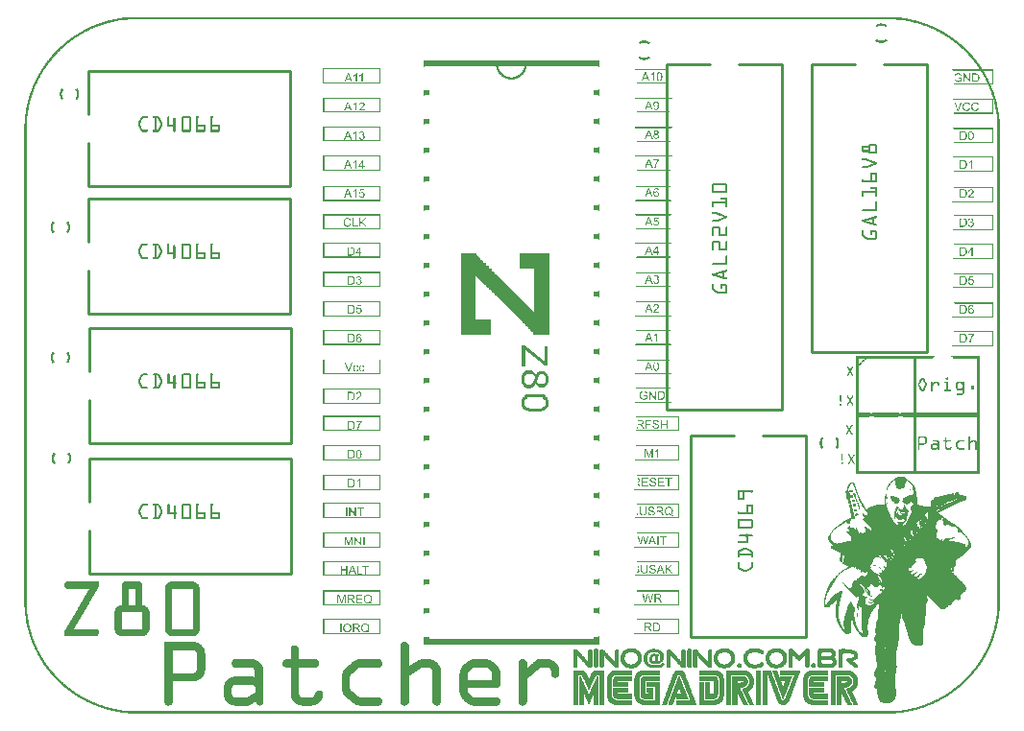
<source format=gto>
G04 MADE WITH FRITZING*
G04 WWW.FRITZING.ORG*
G04 DOUBLE SIDED*
G04 HOLES PLATED*
G04 CONTOUR ON CENTER OF CONTOUR VECTOR*
%ASAXBY*%
%FSLAX23Y23*%
%MOIN*%
%OFA0B0*%
%SFA1.0B1.0*%
%ADD10C,0.010000*%
%ADD11C,0.008000*%
%ADD12R,0.001000X0.001000*%
%LNSILK1*%
G90*
G70*
G54D10*
X224Y1391D02*
X924Y1391D01*
D02*
X924Y1391D02*
X924Y1791D01*
D02*
X924Y1791D02*
X224Y1791D01*
D02*
X224Y1391D02*
X224Y1541D01*
D02*
X224Y1641D02*
X224Y1791D01*
D02*
X224Y1833D02*
X924Y1833D01*
D02*
X924Y1833D02*
X924Y2233D01*
D02*
X924Y2233D02*
X224Y2233D01*
D02*
X224Y1833D02*
X224Y1983D01*
D02*
X224Y2083D02*
X224Y2233D01*
G54D11*
D02*
X1641Y2257D02*
X1421Y2257D01*
D02*
X1421Y257D02*
X1961Y257D01*
D02*
X1961Y2257D02*
X1741Y2257D01*
G54D10*
D02*
X2229Y2258D02*
X2229Y1058D01*
D02*
X2229Y1058D02*
X2629Y1058D01*
D02*
X2629Y1058D02*
X2629Y2258D01*
D02*
X2229Y2258D02*
X2379Y2258D01*
D02*
X2479Y2258D02*
X2629Y2258D01*
D02*
X225Y939D02*
X925Y939D01*
D02*
X925Y939D02*
X925Y1339D01*
D02*
X925Y1339D02*
X225Y1339D01*
D02*
X225Y939D02*
X225Y1089D01*
D02*
X225Y1189D02*
X225Y1339D01*
D02*
X2890Y1239D02*
X2890Y839D01*
D02*
X2890Y839D02*
X3090Y839D01*
D02*
X3090Y839D02*
X3090Y1239D01*
D02*
X3090Y1239D02*
X2890Y1239D01*
D02*
X2732Y2257D02*
X2732Y1257D01*
D02*
X2732Y1257D02*
X3132Y1257D01*
D02*
X3132Y1257D02*
X3132Y2257D01*
D02*
X2732Y2257D02*
X2882Y2257D01*
D02*
X2982Y2257D02*
X3132Y2257D01*
D02*
X225Y487D02*
X925Y487D01*
D02*
X925Y487D02*
X925Y887D01*
D02*
X925Y887D02*
X225Y887D01*
D02*
X225Y487D02*
X225Y637D01*
D02*
X225Y737D02*
X225Y887D01*
D02*
X2311Y968D02*
X2311Y268D01*
D02*
X2311Y268D02*
X2711Y268D01*
D02*
X2711Y268D02*
X2711Y968D01*
D02*
X2311Y968D02*
X2461Y968D01*
D02*
X2561Y968D02*
X2711Y968D01*
G36*
X3260Y2195D02*
X3260Y2225D01*
X3264Y2225D01*
X3280Y2201D01*
X3280Y2225D01*
X3283Y2225D01*
X3283Y2195D01*
X3279Y2195D01*
X3264Y2218D01*
X3264Y2195D01*
X3260Y2195D01*
G37*
D02*
G36*
X2994Y727D02*
X2996Y734D01*
X2994Y735D01*
X2994Y727D01*
G37*
D02*
G36*
X2960Y497D02*
X2957Y500D01*
X2960Y497D01*
G37*
D02*
G36*
X1577Y1514D02*
X1577Y1511D01*
X1580Y1511D01*
X1580Y1507D01*
X1584Y1507D01*
X1584Y1504D01*
X1587Y1504D01*
X1587Y1501D01*
X1590Y1501D01*
X1590Y1497D01*
X1594Y1497D01*
X1594Y1494D01*
X1597Y1494D01*
X1597Y1490D01*
X1601Y1490D01*
X1601Y1487D01*
X1604Y1487D01*
X1604Y1484D01*
X1607Y1484D01*
X1607Y1480D01*
X1611Y1480D01*
X1611Y1477D01*
X1614Y1477D01*
X1614Y1473D01*
X1618Y1473D01*
X1618Y1470D01*
X1621Y1470D01*
X1621Y1467D01*
X1624Y1467D01*
X1624Y1463D01*
X1628Y1463D01*
X1628Y1460D01*
X1631Y1460D01*
X1631Y1457D01*
X1634Y1457D01*
X1634Y1453D01*
X1638Y1453D01*
X1638Y1450D01*
X1641Y1450D01*
X1641Y1446D01*
X1645Y1446D01*
X1645Y1443D01*
X1648Y1443D01*
X1648Y1440D01*
X1651Y1440D01*
X1651Y1436D01*
X1655Y1436D01*
X1655Y1433D01*
X1658Y1433D01*
X1658Y1429D01*
X1661Y1429D01*
X1661Y1426D01*
X1665Y1426D01*
X1665Y1423D01*
X1668Y1423D01*
X1668Y1419D01*
X1672Y1419D01*
X1672Y1416D01*
X1675Y1416D01*
X1675Y1413D01*
X1678Y1413D01*
X1678Y1409D01*
X1682Y1409D01*
X1682Y1406D01*
X1685Y1406D01*
X1685Y1402D01*
X1689Y1402D01*
X1689Y1399D01*
X1692Y1399D01*
X1692Y1396D01*
X1695Y1396D01*
X1695Y1392D01*
X1699Y1392D01*
X1699Y1389D01*
X1702Y1389D01*
X1702Y1386D01*
X1705Y1386D01*
X1705Y1382D01*
X1709Y1382D01*
X1709Y1379D01*
X1712Y1379D01*
X1712Y1375D01*
X1716Y1375D01*
X1716Y1372D01*
X1719Y1372D01*
X1719Y1369D01*
X1722Y1369D01*
X1722Y1365D01*
X1726Y1365D01*
X1726Y1362D01*
X1729Y1362D01*
X1729Y1358D01*
X1733Y1358D01*
X1733Y1355D01*
X1736Y1355D01*
X1736Y1352D01*
X1739Y1352D01*
X1739Y1348D01*
X1743Y1348D01*
X1743Y1345D01*
X1746Y1345D01*
X1746Y1342D01*
X1749Y1342D01*
X1749Y1338D01*
X1753Y1338D01*
X1753Y1335D01*
X1756Y1335D01*
X1756Y1331D01*
X1760Y1331D01*
X1760Y1328D01*
X1763Y1328D01*
X1763Y1325D01*
X1766Y1325D01*
X1766Y1321D01*
X1817Y1321D01*
X1817Y1595D01*
X1719Y1595D01*
X1719Y1548D01*
X1770Y1548D01*
X1770Y1396D01*
X1766Y1396D01*
X1766Y1399D01*
X1763Y1399D01*
X1763Y1402D01*
X1760Y1402D01*
X1760Y1406D01*
X1756Y1406D01*
X1756Y1409D01*
X1753Y1409D01*
X1753Y1413D01*
X1749Y1413D01*
X1749Y1416D01*
X1746Y1416D01*
X1746Y1419D01*
X1743Y1419D01*
X1743Y1423D01*
X1739Y1423D01*
X1739Y1426D01*
X1736Y1426D01*
X1736Y1429D01*
X1733Y1429D01*
X1733Y1433D01*
X1729Y1433D01*
X1729Y1436D01*
X1726Y1436D01*
X1726Y1440D01*
X1722Y1440D01*
X1722Y1443D01*
X1719Y1443D01*
X1719Y1446D01*
X1716Y1446D01*
X1716Y1450D01*
X1712Y1450D01*
X1712Y1453D01*
X1709Y1453D01*
X1709Y1457D01*
X1705Y1457D01*
X1705Y1460D01*
X1702Y1460D01*
X1702Y1463D01*
X1699Y1463D01*
X1699Y1467D01*
X1695Y1467D01*
X1695Y1470D01*
X1692Y1470D01*
X1692Y1473D01*
X1689Y1473D01*
X1689Y1477D01*
X1685Y1477D01*
X1685Y1480D01*
X1682Y1480D01*
X1682Y1484D01*
X1678Y1484D01*
X1678Y1487D01*
X1675Y1487D01*
X1675Y1490D01*
X1672Y1490D01*
X1672Y1494D01*
X1668Y1494D01*
X1668Y1497D01*
X1665Y1497D01*
X1665Y1501D01*
X1661Y1501D01*
X1661Y1504D01*
X1658Y1504D01*
X1658Y1507D01*
X1655Y1507D01*
X1655Y1511D01*
X1651Y1511D01*
X1651Y1514D01*
X1648Y1514D01*
X1648Y1517D01*
X1645Y1517D01*
X1645Y1521D01*
X1641Y1521D01*
X1641Y1524D01*
X1638Y1524D01*
X1638Y1528D01*
X1634Y1528D01*
X1634Y1531D01*
X1631Y1531D01*
X1631Y1534D01*
X1628Y1534D01*
X1628Y1538D01*
X1624Y1538D01*
X1624Y1541D01*
X1621Y1541D01*
X1621Y1545D01*
X1618Y1545D01*
X1618Y1548D01*
X1614Y1548D01*
X1614Y1551D01*
X1611Y1551D01*
X1611Y1555D01*
X1607Y1555D01*
X1607Y1558D01*
X1604Y1558D01*
X1604Y1561D01*
X1601Y1561D01*
X1601Y1565D01*
X1597Y1565D01*
X1597Y1568D01*
X1594Y1568D01*
X1594Y1572D01*
X1590Y1572D01*
X1590Y1575D01*
X1587Y1575D01*
X1587Y1578D01*
X1584Y1578D01*
X1584Y1582D01*
X1580Y1582D01*
X1580Y1585D01*
X1577Y1585D01*
X1577Y1589D01*
X1574Y1589D01*
X1574Y1592D01*
X1570Y1592D01*
X1570Y1595D01*
X1519Y1595D01*
X1519Y1321D01*
X1618Y1321D01*
X1618Y1369D01*
X1567Y1369D01*
X1567Y1521D01*
X1570Y1521D01*
X1570Y1517D01*
X1574Y1517D01*
X1574Y1514D01*
X1577Y1514D01*
G37*
D02*
G36*
X1783Y1243D02*
X1780Y1243D01*
X1780Y1247D01*
X1777Y1247D01*
X1777Y1250D01*
X1773Y1250D01*
X1773Y1254D01*
X1770Y1254D01*
X1770Y1257D01*
X1763Y1257D01*
X1763Y1260D01*
X1760Y1260D01*
X1760Y1264D01*
X1756Y1264D01*
X1756Y1267D01*
X1753Y1267D01*
X1753Y1270D01*
X1746Y1270D01*
X1746Y1274D01*
X1743Y1274D01*
X1743Y1277D01*
X1729Y1277D01*
X1729Y1210D01*
X1736Y1210D01*
X1736Y1264D01*
X1743Y1264D01*
X1743Y1260D01*
X1746Y1260D01*
X1746Y1257D01*
X1749Y1257D01*
X1749Y1254D01*
X1756Y1254D01*
X1756Y1250D01*
X1760Y1250D01*
X1760Y1247D01*
X1763Y1247D01*
X1763Y1243D01*
X1766Y1243D01*
X1766Y1240D01*
X1773Y1240D01*
X1773Y1237D01*
X1777Y1237D01*
X1777Y1233D01*
X1780Y1233D01*
X1780Y1230D01*
X1783Y1230D01*
X1783Y1226D01*
X1790Y1226D01*
X1790Y1223D01*
X1793Y1223D01*
X1793Y1220D01*
X1797Y1220D01*
X1797Y1216D01*
X1800Y1216D01*
X1800Y1213D01*
X1804Y1213D01*
X1804Y1210D01*
X1817Y1210D01*
X1817Y1277D01*
X1807Y1277D01*
X1807Y1226D01*
X1800Y1226D01*
X1800Y1230D01*
X1797Y1230D01*
X1797Y1233D01*
X1793Y1233D01*
X1793Y1237D01*
X1790Y1237D01*
X1790Y1240D01*
X1783Y1240D01*
X1783Y1243D01*
G37*
D02*
G36*
X1766Y1321D02*
X1766Y1318D01*
X1821Y1318D01*
X1821Y1599D01*
X1719Y1599D01*
X1719Y1595D01*
X1817Y1595D01*
X1817Y1321D01*
X1766Y1321D01*
G37*
D02*
G36*
X1516Y1318D02*
X1618Y1318D01*
X1618Y1321D01*
X1519Y1321D01*
X1519Y1595D01*
X1570Y1595D01*
X1570Y1599D01*
X1516Y1599D01*
X1516Y1318D01*
G37*
D02*
G36*
X1736Y1264D02*
X1736Y1210D01*
X1729Y1210D01*
X1729Y1277D01*
X1739Y1277D01*
X1739Y1281D01*
X1726Y1281D01*
X1726Y1206D01*
X1739Y1206D01*
X1739Y1264D01*
X1736Y1264D01*
G37*
D02*
G36*
X1139Y1692D02*
X1139Y1722D01*
X1143Y1722D01*
X1143Y1696D01*
X1158Y1696D01*
X1158Y1692D01*
X1139Y1692D01*
G37*
D02*
G36*
X1162Y1692D02*
X1162Y1722D01*
X1166Y1722D01*
X1166Y1707D01*
X1181Y1722D01*
X1186Y1722D01*
X1174Y1710D01*
X1187Y1692D01*
X1182Y1692D01*
X1171Y1707D01*
X1166Y1702D01*
X1166Y1692D01*
X1162Y1692D01*
G37*
D02*
G36*
X1117Y685D02*
X1117Y715D01*
X1121Y715D01*
X1121Y685D01*
X1117Y685D01*
G37*
D02*
G36*
X1127Y685D02*
X1127Y715D01*
X1132Y715D01*
X1147Y692D01*
X1147Y715D01*
X1151Y715D01*
X1151Y685D01*
X1147Y685D01*
X1131Y709D01*
X1131Y685D01*
X1127Y685D01*
G37*
D02*
G36*
X1165Y685D02*
X1165Y712D01*
X1155Y712D01*
X1155Y715D01*
X1179Y715D01*
X1179Y712D01*
X1169Y712D01*
X1169Y685D01*
X1165Y685D01*
G37*
D02*
G36*
X1146Y585D02*
X1146Y614D01*
X1150Y614D01*
X1166Y591D01*
X1166Y614D01*
X1169Y614D01*
X1169Y585D01*
X1165Y585D01*
X1150Y608D01*
X1150Y585D01*
X1146Y585D01*
G37*
D02*
G36*
X1177Y585D02*
X1177Y614D01*
X1181Y614D01*
X1181Y585D01*
X1177Y585D01*
G37*
D02*
G36*
X1098Y484D02*
X1098Y514D01*
X1102Y514D01*
X1102Y502D01*
X1117Y502D01*
X1117Y514D01*
X1121Y514D01*
X1121Y484D01*
X1117Y484D01*
X1117Y498D01*
X1102Y498D01*
X1102Y484D01*
X1098Y484D01*
G37*
D02*
G36*
X1156Y484D02*
X1156Y514D01*
X1159Y514D01*
X1159Y487D01*
X1174Y487D01*
X1174Y484D01*
X1156Y484D01*
G37*
D02*
G36*
X1183Y484D02*
X1183Y510D01*
X1174Y510D01*
X1174Y514D01*
X1197Y514D01*
X1197Y510D01*
X1187Y510D01*
X1187Y484D01*
X1183Y484D01*
G37*
D02*
G36*
X1152Y383D02*
X1152Y413D01*
X1173Y413D01*
X1173Y410D01*
X1156Y410D01*
X1156Y400D01*
X1172Y400D01*
X1172Y397D01*
X1156Y397D01*
X1156Y387D01*
X1174Y387D01*
X1174Y383D01*
X1152Y383D01*
G37*
D02*
G36*
X1097Y283D02*
X1097Y312D01*
X1101Y312D01*
X1101Y283D01*
X1097Y283D01*
G37*
D02*
G36*
X2168Y1091D02*
X2168Y1121D01*
X2173Y1121D01*
X2188Y1097D01*
X2188Y1121D01*
X2192Y1121D01*
X2192Y1091D01*
X2188Y1091D01*
X2172Y1114D01*
X2172Y1091D01*
X2168Y1091D01*
G37*
D02*
G36*
X2156Y990D02*
X2156Y1020D01*
X2176Y1020D01*
X2176Y1017D01*
X2160Y1017D01*
X2160Y1007D01*
X2174Y1007D01*
X2174Y1004D01*
X2160Y1004D01*
X2160Y990D01*
X2156Y990D01*
G37*
D02*
G36*
X2209Y990D02*
X2209Y1020D01*
X2213Y1020D01*
X2213Y1008D01*
X2229Y1008D01*
X2229Y1020D01*
X2233Y1020D01*
X2233Y990D01*
X2229Y990D01*
X2229Y1004D01*
X2213Y1004D01*
X2213Y990D01*
X2209Y990D01*
G37*
D02*
G36*
X2143Y789D02*
X2143Y819D01*
X2165Y819D01*
X2165Y815D01*
X2147Y815D01*
X2147Y806D01*
X2164Y806D01*
X2164Y803D01*
X2147Y803D01*
X2147Y793D01*
X2165Y793D01*
X2165Y789D01*
X2143Y789D01*
G37*
D02*
G36*
X2199Y789D02*
X2199Y819D01*
X2220Y819D01*
X2220Y815D01*
X2203Y815D01*
X2203Y806D01*
X2219Y806D01*
X2219Y803D01*
X2203Y803D01*
X2203Y793D01*
X2221Y793D01*
X2221Y789D01*
X2199Y789D01*
G37*
D02*
G36*
X2234Y789D02*
X2234Y815D01*
X2224Y815D01*
X2224Y819D01*
X2248Y819D01*
X2248Y815D01*
X2238Y815D01*
X2238Y789D01*
X2234Y789D01*
G37*
D02*
G36*
X2197Y588D02*
X2197Y618D01*
X2201Y618D01*
X2201Y588D01*
X2197Y588D01*
G37*
D02*
G36*
X2216Y588D02*
X2216Y614D01*
X2206Y614D01*
X2206Y618D01*
X2230Y618D01*
X2230Y614D01*
X2220Y614D01*
X2220Y588D01*
X2216Y588D01*
G37*
D02*
G36*
X2225Y487D02*
X2225Y517D01*
X2229Y517D01*
X2229Y502D01*
X2244Y517D01*
X2249Y517D01*
X2237Y505D01*
X2250Y487D01*
X2245Y487D01*
X2234Y502D01*
X2229Y497D01*
X2229Y487D01*
X2225Y487D01*
G37*
D02*
G54D12*
X374Y2421D02*
X3012Y2421D01*
X359Y2420D02*
X3027Y2420D01*
X349Y2419D02*
X3037Y2419D01*
X341Y2418D02*
X3045Y2418D01*
X334Y2417D02*
X3052Y2417D01*
X328Y2416D02*
X3058Y2416D01*
X322Y2415D02*
X3064Y2415D01*
X317Y2414D02*
X3069Y2414D01*
X312Y2413D02*
X373Y2413D01*
X3013Y2413D02*
X3074Y2413D01*
X307Y2412D02*
X358Y2412D01*
X3028Y2412D02*
X3079Y2412D01*
X303Y2411D02*
X348Y2411D01*
X3038Y2411D02*
X3083Y2411D01*
X299Y2410D02*
X340Y2410D01*
X3046Y2410D02*
X3087Y2410D01*
X295Y2409D02*
X333Y2409D01*
X3053Y2409D02*
X3091Y2409D01*
X291Y2408D02*
X327Y2408D01*
X3059Y2408D02*
X3095Y2408D01*
X287Y2407D02*
X321Y2407D01*
X3065Y2407D02*
X3099Y2407D01*
X284Y2406D02*
X316Y2406D01*
X3070Y2406D02*
X3102Y2406D01*
X280Y2405D02*
X311Y2405D01*
X3075Y2405D02*
X3106Y2405D01*
X277Y2404D02*
X307Y2404D01*
X3079Y2404D02*
X3109Y2404D01*
X274Y2403D02*
X302Y2403D01*
X3084Y2403D02*
X3112Y2403D01*
X271Y2402D02*
X298Y2402D01*
X3088Y2402D02*
X3115Y2402D01*
X268Y2401D02*
X294Y2401D01*
X3092Y2401D02*
X3118Y2401D01*
X265Y2400D02*
X291Y2400D01*
X3095Y2400D02*
X3121Y2400D01*
X262Y2399D02*
X287Y2399D01*
X3099Y2399D02*
X3124Y2399D01*
X259Y2398D02*
X284Y2398D01*
X2971Y2398D02*
X2977Y2398D01*
X3102Y2398D02*
X3127Y2398D01*
X257Y2397D02*
X280Y2397D01*
X2966Y2397D02*
X2982Y2397D01*
X3106Y2397D02*
X3129Y2397D01*
X254Y2396D02*
X277Y2396D01*
X2962Y2396D02*
X2985Y2396D01*
X3109Y2396D02*
X3132Y2396D01*
X251Y2395D02*
X274Y2395D01*
X2960Y2395D02*
X2988Y2395D01*
X3112Y2395D02*
X3135Y2395D01*
X249Y2394D02*
X271Y2394D01*
X2958Y2394D02*
X2990Y2394D01*
X3115Y2394D02*
X3137Y2394D01*
X246Y2393D02*
X268Y2393D01*
X2957Y2393D02*
X2991Y2393D01*
X3118Y2393D02*
X3140Y2393D01*
X244Y2392D02*
X265Y2392D01*
X2955Y2392D02*
X2993Y2392D01*
X3121Y2392D02*
X3142Y2392D01*
X241Y2391D02*
X262Y2391D01*
X2954Y2391D02*
X2994Y2391D01*
X3124Y2391D02*
X3145Y2391D01*
X239Y2390D02*
X259Y2390D01*
X2955Y2390D02*
X2968Y2390D01*
X2980Y2390D02*
X2993Y2390D01*
X3127Y2390D02*
X3147Y2390D01*
X237Y2389D02*
X257Y2389D01*
X2956Y2389D02*
X2965Y2389D01*
X2983Y2389D02*
X2992Y2389D01*
X3129Y2389D02*
X3149Y2389D01*
X234Y2388D02*
X254Y2388D01*
X2957Y2388D02*
X2963Y2388D01*
X2985Y2388D02*
X2991Y2388D01*
X3132Y2388D02*
X3152Y2388D01*
X232Y2387D02*
X252Y2387D01*
X2957Y2387D02*
X2961Y2387D01*
X2987Y2387D02*
X2991Y2387D01*
X3134Y2387D02*
X3154Y2387D01*
X230Y2386D02*
X249Y2386D01*
X2958Y2386D02*
X2959Y2386D01*
X2989Y2386D02*
X2990Y2386D01*
X3137Y2386D02*
X3156Y2386D01*
X228Y2385D02*
X246Y2385D01*
X3140Y2385D02*
X3158Y2385D01*
X226Y2384D02*
X244Y2384D01*
X3142Y2384D02*
X3160Y2384D01*
X223Y2383D02*
X242Y2383D01*
X3144Y2383D02*
X3163Y2383D01*
X221Y2382D02*
X239Y2382D01*
X3147Y2382D02*
X3165Y2382D01*
X219Y2381D02*
X237Y2381D01*
X3149Y2381D02*
X3167Y2381D01*
X217Y2380D02*
X235Y2380D01*
X3151Y2380D02*
X3169Y2380D01*
X215Y2379D02*
X233Y2379D01*
X3153Y2379D02*
X3171Y2379D01*
X214Y2378D02*
X230Y2378D01*
X3156Y2378D02*
X3172Y2378D01*
X212Y2377D02*
X228Y2377D01*
X3158Y2377D02*
X3174Y2377D01*
X210Y2376D02*
X226Y2376D01*
X3160Y2376D02*
X3176Y2376D01*
X208Y2375D02*
X224Y2375D01*
X3162Y2375D02*
X3178Y2375D01*
X206Y2374D02*
X222Y2374D01*
X3164Y2374D02*
X3180Y2374D01*
X204Y2373D02*
X220Y2373D01*
X3166Y2373D02*
X3182Y2373D01*
X202Y2372D02*
X218Y2372D01*
X3168Y2372D02*
X3184Y2372D01*
X200Y2371D02*
X216Y2371D01*
X3170Y2371D02*
X3186Y2371D01*
X199Y2370D02*
X214Y2370D01*
X3172Y2370D02*
X3187Y2370D01*
X197Y2369D02*
X212Y2369D01*
X3174Y2369D02*
X3189Y2369D01*
X195Y2368D02*
X210Y2368D01*
X3176Y2368D02*
X3191Y2368D01*
X193Y2367D02*
X208Y2367D01*
X3178Y2367D02*
X3193Y2367D01*
X192Y2366D02*
X207Y2366D01*
X3179Y2366D02*
X3194Y2366D01*
X190Y2365D02*
X205Y2365D01*
X3181Y2365D02*
X3196Y2365D01*
X188Y2364D02*
X203Y2364D01*
X3183Y2364D02*
X3198Y2364D01*
X187Y2363D02*
X201Y2363D01*
X3185Y2363D02*
X3199Y2363D01*
X185Y2362D02*
X200Y2362D01*
X3186Y2362D02*
X3201Y2362D01*
X184Y2361D02*
X198Y2361D01*
X3188Y2361D02*
X3202Y2361D01*
X182Y2360D02*
X196Y2360D01*
X3190Y2360D02*
X3204Y2360D01*
X181Y2359D02*
X194Y2359D01*
X3192Y2359D02*
X3205Y2359D01*
X179Y2358D02*
X193Y2358D01*
X3193Y2358D02*
X3207Y2358D01*
X177Y2357D02*
X191Y2357D01*
X3195Y2357D02*
X3209Y2357D01*
X176Y2356D02*
X190Y2356D01*
X3196Y2356D02*
X3210Y2356D01*
X174Y2355D02*
X188Y2355D01*
X3198Y2355D02*
X3212Y2355D01*
X173Y2354D02*
X186Y2354D01*
X3200Y2354D02*
X3213Y2354D01*
X171Y2353D02*
X185Y2353D01*
X3201Y2353D02*
X3215Y2353D01*
X170Y2352D02*
X183Y2352D01*
X3203Y2352D02*
X3216Y2352D01*
X169Y2351D02*
X182Y2351D01*
X3204Y2351D02*
X3217Y2351D01*
X167Y2350D02*
X180Y2350D01*
X3206Y2350D02*
X3219Y2350D01*
X166Y2349D02*
X179Y2349D01*
X3207Y2349D02*
X3220Y2349D01*
X164Y2348D02*
X177Y2348D01*
X3209Y2348D02*
X3222Y2348D01*
X163Y2347D02*
X176Y2347D01*
X3210Y2347D02*
X3223Y2347D01*
X161Y2346D02*
X174Y2346D01*
X3212Y2346D02*
X3225Y2346D01*
X160Y2345D02*
X173Y2345D01*
X3213Y2345D02*
X3226Y2345D01*
X159Y2344D02*
X171Y2344D01*
X3215Y2344D02*
X3227Y2344D01*
X157Y2343D02*
X170Y2343D01*
X2958Y2343D02*
X2959Y2343D01*
X2989Y2343D02*
X2990Y2343D01*
X3216Y2343D02*
X3229Y2343D01*
X156Y2342D02*
X169Y2342D01*
X2958Y2342D02*
X2961Y2342D01*
X2987Y2342D02*
X2991Y2342D01*
X3217Y2342D02*
X3230Y2342D01*
X155Y2341D02*
X167Y2341D01*
X2957Y2341D02*
X2962Y2341D01*
X2986Y2341D02*
X2991Y2341D01*
X3219Y2341D02*
X3231Y2341D01*
X154Y2340D02*
X166Y2340D01*
X2956Y2340D02*
X2965Y2340D01*
X2983Y2340D02*
X2992Y2340D01*
X3220Y2340D02*
X3232Y2340D01*
X152Y2339D02*
X164Y2339D01*
X2149Y2339D02*
X2154Y2339D01*
X2955Y2339D02*
X2968Y2339D01*
X2980Y2339D02*
X2993Y2339D01*
X3222Y2339D02*
X3234Y2339D01*
X151Y2338D02*
X163Y2338D01*
X2143Y2338D02*
X2159Y2338D01*
X2954Y2338D02*
X2994Y2338D01*
X3223Y2338D02*
X3235Y2338D01*
X150Y2337D02*
X162Y2337D01*
X2140Y2337D02*
X2163Y2337D01*
X2955Y2337D02*
X2993Y2337D01*
X3224Y2337D02*
X3236Y2337D01*
X148Y2336D02*
X160Y2336D01*
X2138Y2336D02*
X2165Y2336D01*
X2956Y2336D02*
X2992Y2336D01*
X3226Y2336D02*
X3238Y2336D01*
X147Y2335D02*
X159Y2335D01*
X2136Y2335D02*
X2167Y2335D01*
X2958Y2335D02*
X2990Y2335D01*
X3227Y2335D02*
X3239Y2335D01*
X146Y2334D02*
X158Y2334D01*
X2134Y2334D02*
X2169Y2334D01*
X2960Y2334D02*
X2988Y2334D01*
X3228Y2334D02*
X3240Y2334D01*
X145Y2333D02*
X156Y2333D01*
X2132Y2333D02*
X2170Y2333D01*
X2962Y2333D02*
X2986Y2333D01*
X3230Y2333D02*
X3241Y2333D01*
X143Y2332D02*
X155Y2332D01*
X2132Y2332D02*
X2171Y2332D01*
X2965Y2332D02*
X2983Y2332D01*
X3231Y2332D02*
X3243Y2332D01*
X142Y2331D02*
X154Y2331D01*
X2132Y2331D02*
X2146Y2331D01*
X2157Y2331D02*
X2170Y2331D01*
X2969Y2331D02*
X2978Y2331D01*
X3232Y2331D02*
X3244Y2331D01*
X141Y2330D02*
X153Y2330D01*
X2133Y2330D02*
X2142Y2330D01*
X2160Y2330D02*
X2170Y2330D01*
X3233Y2330D02*
X3245Y2330D01*
X140Y2329D02*
X151Y2329D01*
X2134Y2329D02*
X2140Y2329D01*
X2163Y2329D02*
X2169Y2329D01*
X3235Y2329D02*
X3246Y2329D01*
X139Y2328D02*
X150Y2328D01*
X2135Y2328D02*
X2138Y2328D01*
X2164Y2328D02*
X2168Y2328D01*
X3236Y2328D02*
X3247Y2328D01*
X137Y2327D02*
X149Y2327D01*
X2135Y2327D02*
X2137Y2327D01*
X2166Y2327D02*
X2167Y2327D01*
X3237Y2327D02*
X3249Y2327D01*
X136Y2326D02*
X148Y2326D01*
X3238Y2326D02*
X3250Y2326D01*
X135Y2325D02*
X146Y2325D01*
X3240Y2325D02*
X3251Y2325D01*
X134Y2324D02*
X145Y2324D01*
X3241Y2324D02*
X3252Y2324D01*
X133Y2323D02*
X144Y2323D01*
X3242Y2323D02*
X3253Y2323D01*
X132Y2322D02*
X143Y2322D01*
X3243Y2322D02*
X3254Y2322D01*
X131Y2321D02*
X142Y2321D01*
X3244Y2321D02*
X3255Y2321D01*
X129Y2320D02*
X141Y2320D01*
X3245Y2320D02*
X3257Y2320D01*
X128Y2319D02*
X139Y2319D01*
X3247Y2319D02*
X3258Y2319D01*
X127Y2318D02*
X138Y2318D01*
X3248Y2318D02*
X3259Y2318D01*
X126Y2317D02*
X137Y2317D01*
X3249Y2317D02*
X3260Y2317D01*
X125Y2316D02*
X136Y2316D01*
X3250Y2316D02*
X3261Y2316D01*
X124Y2315D02*
X135Y2315D01*
X3251Y2315D02*
X3262Y2315D01*
X123Y2314D02*
X134Y2314D01*
X3252Y2314D02*
X3263Y2314D01*
X122Y2313D02*
X133Y2313D01*
X3253Y2313D02*
X3264Y2313D01*
X121Y2312D02*
X132Y2312D01*
X3254Y2312D02*
X3265Y2312D01*
X120Y2311D02*
X130Y2311D01*
X3256Y2311D02*
X3266Y2311D01*
X119Y2310D02*
X129Y2310D01*
X3257Y2310D02*
X3267Y2310D01*
X118Y2309D02*
X128Y2309D01*
X3258Y2309D02*
X3268Y2309D01*
X117Y2308D02*
X127Y2308D01*
X3259Y2308D02*
X3269Y2308D01*
X116Y2307D02*
X126Y2307D01*
X3260Y2307D02*
X3270Y2307D01*
X115Y2306D02*
X125Y2306D01*
X3261Y2306D02*
X3271Y2306D01*
X114Y2305D02*
X124Y2305D01*
X3262Y2305D02*
X3272Y2305D01*
X113Y2304D02*
X123Y2304D01*
X3263Y2304D02*
X3273Y2304D01*
X112Y2303D02*
X122Y2303D01*
X3264Y2303D02*
X3274Y2303D01*
X111Y2302D02*
X121Y2302D01*
X3265Y2302D02*
X3275Y2302D01*
X110Y2301D02*
X120Y2301D01*
X3266Y2301D02*
X3276Y2301D01*
X109Y2300D02*
X119Y2300D01*
X3267Y2300D02*
X3277Y2300D01*
X108Y2299D02*
X118Y2299D01*
X3268Y2299D02*
X3278Y2299D01*
X107Y2298D02*
X117Y2298D01*
X3269Y2298D02*
X3279Y2298D01*
X106Y2297D02*
X116Y2297D01*
X3270Y2297D02*
X3280Y2297D01*
X105Y2296D02*
X115Y2296D01*
X3271Y2296D02*
X3281Y2296D01*
X104Y2295D02*
X114Y2295D01*
X3272Y2295D02*
X3282Y2295D01*
X103Y2294D02*
X113Y2294D01*
X3273Y2294D02*
X3283Y2294D01*
X102Y2293D02*
X112Y2293D01*
X3274Y2293D02*
X3284Y2293D01*
X101Y2292D02*
X111Y2292D01*
X3275Y2292D02*
X3285Y2292D01*
X101Y2291D02*
X110Y2291D01*
X3276Y2291D02*
X3285Y2291D01*
X100Y2290D02*
X109Y2290D01*
X3277Y2290D02*
X3286Y2290D01*
X99Y2289D02*
X109Y2289D01*
X3277Y2289D02*
X3287Y2289D01*
X98Y2288D02*
X108Y2288D01*
X3278Y2288D02*
X3288Y2288D01*
X97Y2287D02*
X107Y2287D01*
X3279Y2287D02*
X3289Y2287D01*
X96Y2286D02*
X106Y2286D01*
X3280Y2286D02*
X3290Y2286D01*
X95Y2285D02*
X105Y2285D01*
X3281Y2285D02*
X3291Y2285D01*
X94Y2284D02*
X104Y2284D01*
X2136Y2284D02*
X2136Y2284D01*
X2166Y2284D02*
X2167Y2284D01*
X3282Y2284D02*
X3292Y2284D01*
X94Y2283D02*
X103Y2283D01*
X2135Y2283D02*
X2138Y2283D01*
X2165Y2283D02*
X2168Y2283D01*
X3283Y2283D02*
X3292Y2283D01*
X93Y2282D02*
X102Y2282D01*
X2134Y2282D02*
X2140Y2282D01*
X2163Y2282D02*
X2169Y2282D01*
X3284Y2282D02*
X3293Y2282D01*
X92Y2281D02*
X101Y2281D01*
X2133Y2281D02*
X2142Y2281D01*
X2161Y2281D02*
X2169Y2281D01*
X3285Y2281D02*
X3294Y2281D01*
X91Y2280D02*
X101Y2280D01*
X2133Y2280D02*
X2145Y2280D01*
X2158Y2280D02*
X2170Y2280D01*
X3285Y2280D02*
X3295Y2280D01*
X90Y2279D02*
X100Y2279D01*
X2132Y2279D02*
X2171Y2279D01*
X3286Y2279D02*
X3296Y2279D01*
X89Y2278D02*
X99Y2278D01*
X2132Y2278D02*
X2171Y2278D01*
X3287Y2278D02*
X3297Y2278D01*
X89Y2277D02*
X98Y2277D01*
X2134Y2277D02*
X2169Y2277D01*
X3288Y2277D02*
X3297Y2277D01*
X88Y2276D02*
X97Y2276D01*
X2135Y2276D02*
X2168Y2276D01*
X3289Y2276D02*
X3298Y2276D01*
X87Y2275D02*
X96Y2275D01*
X2137Y2275D02*
X2166Y2275D01*
X3290Y2275D02*
X3299Y2275D01*
X86Y2274D02*
X95Y2274D01*
X2139Y2274D02*
X2163Y2274D01*
X3291Y2274D02*
X3300Y2274D01*
X85Y2273D02*
X95Y2273D01*
X2142Y2273D02*
X2161Y2273D01*
X3291Y2273D02*
X3301Y2273D01*
X85Y2272D02*
X94Y2272D01*
X2147Y2272D02*
X2156Y2272D01*
X3292Y2272D02*
X3301Y2272D01*
X84Y2271D02*
X93Y2271D01*
X3293Y2271D02*
X3302Y2271D01*
X83Y2270D02*
X92Y2270D01*
X3294Y2270D02*
X3303Y2270D01*
X82Y2269D02*
X91Y2269D01*
X3295Y2269D02*
X3304Y2269D01*
X81Y2268D02*
X91Y2268D01*
X1387Y2268D02*
X1997Y2268D01*
X3295Y2268D02*
X3305Y2268D01*
X81Y2267D02*
X90Y2267D01*
X1387Y2267D02*
X1997Y2267D01*
X3296Y2267D02*
X3305Y2267D01*
X80Y2266D02*
X89Y2266D01*
X1387Y2266D02*
X1997Y2266D01*
X3297Y2266D02*
X3306Y2266D01*
X79Y2265D02*
X88Y2265D01*
X1387Y2265D02*
X1997Y2265D01*
X3298Y2265D02*
X3307Y2265D01*
X78Y2264D02*
X87Y2264D01*
X1387Y2264D02*
X1997Y2264D01*
X3299Y2264D02*
X3308Y2264D01*
X78Y2263D02*
X87Y2263D01*
X1387Y2263D02*
X1997Y2263D01*
X3299Y2263D02*
X3308Y2263D01*
X77Y2262D02*
X86Y2262D01*
X1387Y2262D02*
X1997Y2262D01*
X3300Y2262D02*
X3309Y2262D01*
X76Y2261D02*
X85Y2261D01*
X1387Y2261D02*
X1997Y2261D01*
X3301Y2261D02*
X3310Y2261D01*
X76Y2260D02*
X84Y2260D01*
X1387Y2260D02*
X1997Y2260D01*
X3302Y2260D02*
X3310Y2260D01*
X75Y2259D02*
X84Y2259D01*
X1387Y2259D02*
X1997Y2259D01*
X3302Y2259D02*
X3311Y2259D01*
X74Y2258D02*
X83Y2258D01*
X1387Y2258D02*
X1997Y2258D01*
X3303Y2258D02*
X3312Y2258D01*
X73Y2257D02*
X82Y2257D01*
X1387Y2257D02*
X1997Y2257D01*
X3304Y2257D02*
X3313Y2257D01*
X73Y2256D02*
X81Y2256D01*
X1387Y2256D02*
X1997Y2256D01*
X3305Y2256D02*
X3313Y2256D01*
X72Y2255D02*
X81Y2255D01*
X1387Y2255D02*
X1997Y2255D01*
X3305Y2255D02*
X3314Y2255D01*
X71Y2254D02*
X80Y2254D01*
X1387Y2254D02*
X1997Y2254D01*
X3306Y2254D02*
X3315Y2254D01*
X71Y2253D02*
X79Y2253D01*
X1387Y2253D02*
X1997Y2253D01*
X3307Y2253D02*
X3315Y2253D01*
X70Y2252D02*
X79Y2252D01*
X1387Y2252D02*
X1997Y2252D01*
X3307Y2252D02*
X3316Y2252D01*
X69Y2251D02*
X78Y2251D01*
X1387Y2251D02*
X1997Y2251D01*
X3308Y2251D02*
X3317Y2251D01*
X68Y2250D02*
X77Y2250D01*
X1387Y2250D02*
X1997Y2250D01*
X3309Y2250D02*
X3318Y2250D01*
X68Y2249D02*
X76Y2249D01*
X1387Y2249D02*
X1393Y2249D01*
X1638Y2249D02*
X1645Y2249D01*
X1736Y2249D02*
X1743Y2249D01*
X1988Y2249D02*
X1997Y2249D01*
X3310Y2249D02*
X3318Y2249D01*
X67Y2248D02*
X76Y2248D01*
X1387Y2248D02*
X1389Y2248D01*
X1638Y2248D02*
X1645Y2248D01*
X1736Y2248D02*
X1743Y2248D01*
X1992Y2248D02*
X1997Y2248D01*
X3310Y2248D02*
X3319Y2248D01*
X66Y2247D02*
X75Y2247D01*
X1638Y2247D02*
X1645Y2247D01*
X1736Y2247D02*
X1743Y2247D01*
X1995Y2247D02*
X1997Y2247D01*
X3311Y2247D02*
X3320Y2247D01*
X66Y2246D02*
X74Y2246D01*
X1639Y2246D02*
X1646Y2246D01*
X1736Y2246D02*
X1743Y2246D01*
X3312Y2246D02*
X3320Y2246D01*
X65Y2245D02*
X74Y2245D01*
X1639Y2245D02*
X1646Y2245D01*
X1735Y2245D02*
X1743Y2245D01*
X3312Y2245D02*
X3321Y2245D01*
X64Y2244D02*
X73Y2244D01*
X1639Y2244D02*
X1646Y2244D01*
X1735Y2244D02*
X1742Y2244D01*
X3313Y2244D02*
X3322Y2244D01*
X64Y2243D02*
X72Y2243D01*
X1639Y2243D02*
X1647Y2243D01*
X1735Y2243D02*
X1742Y2243D01*
X3314Y2243D02*
X3322Y2243D01*
X63Y2242D02*
X72Y2242D01*
X1037Y2242D02*
X1235Y2242D01*
X1640Y2242D02*
X1647Y2242D01*
X1734Y2242D02*
X1742Y2242D01*
X3314Y2242D02*
X3323Y2242D01*
X63Y2241D02*
X71Y2241D01*
X1037Y2241D02*
X1235Y2241D01*
X1640Y2241D02*
X1647Y2241D01*
X1734Y2241D02*
X1741Y2241D01*
X2116Y2241D02*
X2235Y2241D01*
X3315Y2241D02*
X3323Y2241D01*
X62Y2240D02*
X70Y2240D01*
X1037Y2240D02*
X1235Y2240D01*
X1640Y2240D02*
X1648Y2240D01*
X1734Y2240D02*
X1741Y2240D01*
X2117Y2240D02*
X2235Y2240D01*
X3316Y2240D02*
X3324Y2240D01*
X61Y2239D02*
X70Y2239D01*
X1037Y2239D02*
X1235Y2239D01*
X1641Y2239D02*
X1648Y2239D01*
X1733Y2239D02*
X1741Y2239D01*
X2118Y2239D02*
X2235Y2239D01*
X3316Y2239D02*
X3325Y2239D01*
X61Y2238D02*
X69Y2238D01*
X1037Y2238D02*
X1040Y2238D01*
X1232Y2238D02*
X1235Y2238D01*
X1641Y2238D02*
X1649Y2238D01*
X1733Y2238D02*
X1740Y2238D01*
X2119Y2238D02*
X2235Y2238D01*
X3221Y2238D02*
X3362Y2238D01*
X60Y2237D02*
X68Y2237D01*
X1037Y2237D02*
X1040Y2237D01*
X1232Y2237D02*
X1235Y2237D01*
X1641Y2237D02*
X1649Y2237D01*
X1732Y2237D02*
X1740Y2237D01*
X3222Y2237D02*
X3362Y2237D01*
X59Y2236D02*
X68Y2236D01*
X1037Y2236D02*
X1040Y2236D01*
X1232Y2236D02*
X1235Y2236D01*
X1642Y2236D02*
X1650Y2236D01*
X1732Y2236D02*
X1739Y2236D01*
X3223Y2236D02*
X3362Y2236D01*
X59Y2235D02*
X67Y2235D01*
X1037Y2235D02*
X1040Y2235D01*
X1232Y2235D02*
X1235Y2235D01*
X1642Y2235D02*
X1650Y2235D01*
X1731Y2235D02*
X1739Y2235D01*
X3224Y2235D02*
X3362Y2235D01*
X58Y2234D02*
X66Y2234D01*
X1037Y2234D02*
X1040Y2234D01*
X1232Y2234D02*
X1235Y2234D01*
X1643Y2234D02*
X1651Y2234D01*
X1731Y2234D02*
X1739Y2234D01*
X3320Y2234D02*
X3328Y2234D01*
X3359Y2234D02*
X3362Y2234D01*
X57Y2233D02*
X66Y2233D01*
X1037Y2233D02*
X1040Y2233D01*
X1232Y2233D02*
X1235Y2233D01*
X1643Y2233D02*
X1651Y2233D01*
X1730Y2233D02*
X1738Y2233D01*
X3320Y2233D02*
X3329Y2233D01*
X3359Y2233D02*
X3362Y2233D01*
X57Y2232D02*
X65Y2232D01*
X1037Y2232D02*
X1040Y2232D01*
X1232Y2232D02*
X1235Y2232D01*
X1644Y2232D02*
X1652Y2232D01*
X1729Y2232D02*
X1738Y2232D01*
X3321Y2232D02*
X3329Y2232D01*
X3359Y2232D02*
X3362Y2232D01*
X56Y2231D02*
X65Y2231D01*
X1037Y2231D02*
X1040Y2231D01*
X1232Y2231D02*
X1235Y2231D01*
X1644Y2231D02*
X1653Y2231D01*
X1729Y2231D02*
X1737Y2231D01*
X3321Y2231D02*
X3330Y2231D01*
X3359Y2231D02*
X3362Y2231D01*
X56Y2230D02*
X64Y2230D01*
X1037Y2230D02*
X1040Y2230D01*
X1232Y2230D02*
X1235Y2230D01*
X1645Y2230D02*
X1654Y2230D01*
X1728Y2230D02*
X1736Y2230D01*
X3322Y2230D02*
X3330Y2230D01*
X3359Y2230D02*
X3362Y2230D01*
X55Y2229D02*
X63Y2229D01*
X1037Y2229D02*
X1040Y2229D01*
X1232Y2229D02*
X1235Y2229D01*
X1646Y2229D02*
X1654Y2229D01*
X1727Y2229D02*
X1736Y2229D01*
X3323Y2229D02*
X3331Y2229D01*
X3359Y2229D02*
X3362Y2229D01*
X55Y2228D02*
X63Y2228D01*
X1037Y2228D02*
X1040Y2228D01*
X1232Y2228D02*
X1235Y2228D01*
X1646Y2228D02*
X1655Y2228D01*
X1726Y2228D02*
X1735Y2228D01*
X2154Y2228D02*
X2158Y2228D01*
X2183Y2228D02*
X2185Y2228D01*
X2201Y2228D02*
X2207Y2228D01*
X3323Y2228D02*
X3331Y2228D01*
X3359Y2228D02*
X3362Y2228D01*
X54Y2227D02*
X62Y2227D01*
X1037Y2227D02*
X1040Y2227D01*
X1232Y2227D02*
X1235Y2227D01*
X1647Y2227D02*
X1656Y2227D01*
X1725Y2227D02*
X1734Y2227D01*
X2153Y2227D02*
X2158Y2227D01*
X2182Y2227D02*
X2185Y2227D01*
X2200Y2227D02*
X2209Y2227D01*
X3324Y2227D02*
X3332Y2227D01*
X3359Y2227D02*
X3362Y2227D01*
X53Y2226D02*
X62Y2226D01*
X1037Y2226D02*
X1040Y2226D01*
X1232Y2226D02*
X1235Y2226D01*
X1648Y2226D02*
X1657Y2226D01*
X1724Y2226D02*
X1734Y2226D01*
X2153Y2226D02*
X2158Y2226D01*
X2182Y2226D02*
X2185Y2226D01*
X2199Y2226D02*
X2210Y2226D01*
X3324Y2226D02*
X3333Y2226D01*
X3359Y2226D02*
X3362Y2226D01*
X53Y2225D02*
X61Y2225D01*
X1037Y2225D02*
X1040Y2225D01*
X1123Y2225D02*
X1126Y2225D01*
X1152Y2225D02*
X1154Y2225D01*
X1172Y2225D02*
X1174Y2225D01*
X1232Y2225D02*
X1235Y2225D01*
X1648Y2225D02*
X1658Y2225D01*
X1723Y2225D02*
X1733Y2225D01*
X2153Y2225D02*
X2159Y2225D01*
X2181Y2225D02*
X2185Y2225D01*
X2198Y2225D02*
X2202Y2225D01*
X2207Y2225D02*
X2211Y2225D01*
X3237Y2225D02*
X3245Y2225D01*
X3291Y2225D02*
X3303Y2225D01*
X3325Y2225D02*
X3333Y2225D01*
X3359Y2225D02*
X3362Y2225D01*
X52Y2224D02*
X60Y2224D01*
X1037Y2224D02*
X1040Y2224D01*
X1122Y2224D02*
X1127Y2224D01*
X1151Y2224D02*
X1154Y2224D01*
X1171Y2224D02*
X1174Y2224D01*
X1232Y2224D02*
X1235Y2224D01*
X1649Y2224D02*
X1659Y2224D01*
X1722Y2224D02*
X1732Y2224D01*
X2152Y2224D02*
X2155Y2224D01*
X2157Y2224D02*
X2159Y2224D01*
X2179Y2224D02*
X2185Y2224D01*
X2197Y2224D02*
X2200Y2224D01*
X2209Y2224D02*
X2212Y2224D01*
X3234Y2224D02*
X3248Y2224D01*
X3290Y2224D02*
X3307Y2224D01*
X3326Y2224D02*
X3334Y2224D01*
X3359Y2224D02*
X3362Y2224D01*
X52Y2223D02*
X60Y2223D01*
X1037Y2223D02*
X1040Y2223D01*
X1122Y2223D02*
X1127Y2223D01*
X1150Y2223D02*
X1154Y2223D01*
X1171Y2223D02*
X1174Y2223D01*
X1232Y2223D02*
X1235Y2223D01*
X1650Y2223D02*
X1660Y2223D01*
X1721Y2223D02*
X1731Y2223D01*
X2152Y2223D02*
X2154Y2223D01*
X2157Y2223D02*
X2160Y2223D01*
X2178Y2223D02*
X2185Y2223D01*
X2197Y2223D02*
X2200Y2223D01*
X2209Y2223D02*
X2212Y2223D01*
X3233Y2223D02*
X3249Y2223D01*
X3290Y2223D02*
X3309Y2223D01*
X3326Y2223D02*
X3334Y2223D01*
X3359Y2223D02*
X3362Y2223D01*
X51Y2222D02*
X59Y2222D01*
X1037Y2222D02*
X1040Y2222D01*
X1122Y2222D02*
X1128Y2222D01*
X1149Y2222D02*
X1154Y2222D01*
X1170Y2222D02*
X1174Y2222D01*
X1232Y2222D02*
X1235Y2222D01*
X1651Y2222D02*
X1661Y2222D01*
X1720Y2222D02*
X1731Y2222D01*
X2151Y2222D02*
X2154Y2222D01*
X2157Y2222D02*
X2160Y2222D01*
X2176Y2222D02*
X2185Y2222D01*
X2196Y2222D02*
X2199Y2222D01*
X2210Y2222D02*
X2213Y2222D01*
X3231Y2222D02*
X3238Y2222D01*
X3244Y2222D02*
X3250Y2222D01*
X3290Y2222D02*
X3310Y2222D01*
X3327Y2222D02*
X3335Y2222D01*
X3359Y2222D02*
X3362Y2222D01*
X51Y2221D02*
X59Y2221D01*
X1037Y2221D02*
X1040Y2221D01*
X1121Y2221D02*
X1128Y2221D01*
X1148Y2221D02*
X1154Y2221D01*
X1168Y2221D02*
X1174Y2221D01*
X1232Y2221D02*
X1235Y2221D01*
X1652Y2221D02*
X1663Y2221D01*
X1719Y2221D02*
X1730Y2221D01*
X2151Y2221D02*
X2154Y2221D01*
X2158Y2221D02*
X2160Y2221D01*
X2175Y2221D02*
X2180Y2221D01*
X2182Y2221D02*
X2185Y2221D01*
X2196Y2221D02*
X2199Y2221D01*
X2210Y2221D02*
X2213Y2221D01*
X3230Y2221D02*
X3235Y2221D01*
X3247Y2221D02*
X3251Y2221D01*
X3290Y2221D02*
X3293Y2221D01*
X3305Y2221D02*
X3311Y2221D01*
X3327Y2221D02*
X3335Y2221D01*
X3359Y2221D02*
X3362Y2221D01*
X50Y2220D02*
X58Y2220D01*
X1037Y2220D02*
X1040Y2220D01*
X1121Y2220D02*
X1123Y2220D01*
X1126Y2220D02*
X1128Y2220D01*
X1147Y2220D02*
X1154Y2220D01*
X1167Y2220D02*
X1174Y2220D01*
X1232Y2220D02*
X1235Y2220D01*
X1653Y2220D02*
X1664Y2220D01*
X1717Y2220D02*
X1729Y2220D01*
X2151Y2220D02*
X2153Y2220D01*
X2158Y2220D02*
X2161Y2220D01*
X2175Y2220D02*
X2178Y2220D01*
X2182Y2220D02*
X2185Y2220D01*
X2196Y2220D02*
X2199Y2220D01*
X2210Y2220D02*
X2213Y2220D01*
X3231Y2220D02*
X3234Y2220D01*
X3248Y2220D02*
X3252Y2220D01*
X3290Y2220D02*
X3293Y2220D01*
X3307Y2220D02*
X3311Y2220D01*
X3328Y2220D02*
X3336Y2220D01*
X3359Y2220D02*
X3362Y2220D01*
X49Y2219D02*
X57Y2219D01*
X1037Y2219D02*
X1040Y2219D01*
X1120Y2219D02*
X1123Y2219D01*
X1126Y2219D02*
X1129Y2219D01*
X1145Y2219D02*
X1154Y2219D01*
X1165Y2219D02*
X1174Y2219D01*
X1232Y2219D02*
X1235Y2219D01*
X1654Y2219D02*
X1665Y2219D01*
X1716Y2219D02*
X1728Y2219D01*
X2150Y2219D02*
X2153Y2219D01*
X2158Y2219D02*
X2161Y2219D01*
X2175Y2219D02*
X2177Y2219D01*
X2182Y2219D02*
X2185Y2219D01*
X2196Y2219D02*
X2198Y2219D01*
X2211Y2219D02*
X2213Y2219D01*
X3231Y2219D02*
X3233Y2219D01*
X3249Y2219D02*
X3252Y2219D01*
X3290Y2219D02*
X3293Y2219D01*
X3308Y2219D02*
X3312Y2219D01*
X3329Y2219D02*
X3337Y2219D01*
X3359Y2219D02*
X3362Y2219D01*
X49Y2218D02*
X57Y2218D01*
X1037Y2218D02*
X1040Y2218D01*
X1120Y2218D02*
X1123Y2218D01*
X1126Y2218D02*
X1129Y2218D01*
X1144Y2218D02*
X1149Y2218D01*
X1151Y2218D02*
X1154Y2218D01*
X1164Y2218D02*
X1169Y2218D01*
X1171Y2218D02*
X1174Y2218D01*
X1232Y2218D02*
X1235Y2218D01*
X1655Y2218D02*
X1667Y2218D01*
X1714Y2218D02*
X1727Y2218D01*
X2150Y2218D02*
X2153Y2218D01*
X2159Y2218D02*
X2162Y2218D01*
X2175Y2218D02*
X2175Y2218D01*
X2182Y2218D02*
X2185Y2218D01*
X2196Y2218D02*
X2198Y2218D01*
X2211Y2218D02*
X2213Y2218D01*
X3231Y2218D02*
X3232Y2218D01*
X3250Y2218D02*
X3253Y2218D01*
X3290Y2218D02*
X3293Y2218D01*
X3309Y2218D02*
X3312Y2218D01*
X3329Y2218D02*
X3337Y2218D01*
X3359Y2218D02*
X3362Y2218D01*
X48Y2217D02*
X56Y2217D01*
X1037Y2217D02*
X1040Y2217D01*
X1120Y2217D02*
X1122Y2217D01*
X1127Y2217D02*
X1130Y2217D01*
X1144Y2217D02*
X1147Y2217D01*
X1151Y2217D02*
X1154Y2217D01*
X1164Y2217D02*
X1167Y2217D01*
X1171Y2217D02*
X1174Y2217D01*
X1232Y2217D02*
X1235Y2217D01*
X1656Y2217D02*
X1669Y2217D01*
X1713Y2217D02*
X1726Y2217D01*
X2150Y2217D02*
X2152Y2217D01*
X2159Y2217D02*
X2162Y2217D01*
X2182Y2217D02*
X2185Y2217D01*
X2195Y2217D02*
X2198Y2217D01*
X2211Y2217D02*
X2214Y2217D01*
X3231Y2217D02*
X3231Y2217D01*
X3250Y2217D02*
X3253Y2217D01*
X3290Y2217D02*
X3293Y2217D01*
X3310Y2217D02*
X3313Y2217D01*
X3330Y2217D02*
X3338Y2217D01*
X3359Y2217D02*
X3362Y2217D01*
X48Y2216D02*
X56Y2216D01*
X1037Y2216D02*
X1040Y2216D01*
X1119Y2216D02*
X1122Y2216D01*
X1127Y2216D02*
X1130Y2216D01*
X1144Y2216D02*
X1146Y2216D01*
X1151Y2216D02*
X1154Y2216D01*
X1164Y2216D02*
X1166Y2216D01*
X1171Y2216D02*
X1174Y2216D01*
X1232Y2216D02*
X1235Y2216D01*
X1657Y2216D02*
X1671Y2216D01*
X1711Y2216D02*
X1724Y2216D01*
X2149Y2216D02*
X2152Y2216D01*
X2159Y2216D02*
X2162Y2216D01*
X2182Y2216D02*
X2185Y2216D01*
X2195Y2216D02*
X2198Y2216D01*
X2211Y2216D02*
X2214Y2216D01*
X3290Y2216D02*
X3293Y2216D01*
X3310Y2216D02*
X3313Y2216D01*
X3330Y2216D02*
X3338Y2216D01*
X3359Y2216D02*
X3362Y2216D01*
X47Y2215D02*
X55Y2215D01*
X1037Y2215D02*
X1040Y2215D01*
X1119Y2215D02*
X1122Y2215D01*
X1128Y2215D02*
X1130Y2215D01*
X1144Y2215D02*
X1144Y2215D01*
X1151Y2215D02*
X1154Y2215D01*
X1164Y2215D02*
X1164Y2215D01*
X1171Y2215D02*
X1174Y2215D01*
X1232Y2215D02*
X1235Y2215D01*
X1658Y2215D02*
X1673Y2215D01*
X1708Y2215D02*
X1723Y2215D01*
X2149Y2215D02*
X2152Y2215D01*
X2160Y2215D02*
X2163Y2215D01*
X2182Y2215D02*
X2185Y2215D01*
X2195Y2215D02*
X2198Y2215D01*
X2211Y2215D02*
X2214Y2215D01*
X3290Y2215D02*
X3293Y2215D01*
X3310Y2215D02*
X3313Y2215D01*
X3331Y2215D02*
X3339Y2215D01*
X3359Y2215D02*
X3362Y2215D01*
X47Y2214D02*
X55Y2214D01*
X1037Y2214D02*
X1040Y2214D01*
X1118Y2214D02*
X1121Y2214D01*
X1128Y2214D02*
X1131Y2214D01*
X1151Y2214D02*
X1154Y2214D01*
X1171Y2214D02*
X1174Y2214D01*
X1232Y2214D02*
X1235Y2214D01*
X1660Y2214D02*
X1676Y2214D01*
X1706Y2214D02*
X1722Y2214D01*
X2148Y2214D02*
X2151Y2214D01*
X2160Y2214D02*
X2163Y2214D01*
X2182Y2214D02*
X2185Y2214D01*
X2195Y2214D02*
X2198Y2214D01*
X2211Y2214D02*
X2214Y2214D01*
X3290Y2214D02*
X3293Y2214D01*
X3311Y2214D02*
X3314Y2214D01*
X3331Y2214D02*
X3339Y2214D01*
X3359Y2214D02*
X3362Y2214D01*
X46Y2213D02*
X54Y2213D01*
X1037Y2213D02*
X1040Y2213D01*
X1118Y2213D02*
X1121Y2213D01*
X1128Y2213D02*
X1131Y2213D01*
X1151Y2213D02*
X1154Y2213D01*
X1171Y2213D02*
X1174Y2213D01*
X1232Y2213D02*
X1235Y2213D01*
X1661Y2213D02*
X1679Y2213D01*
X1702Y2213D02*
X1720Y2213D01*
X2148Y2213D02*
X2151Y2213D01*
X2160Y2213D02*
X2164Y2213D01*
X2182Y2213D02*
X2185Y2213D01*
X2195Y2213D02*
X2198Y2213D01*
X2211Y2213D02*
X2214Y2213D01*
X3290Y2213D02*
X3293Y2213D01*
X3311Y2213D02*
X3314Y2213D01*
X3332Y2213D02*
X3340Y2213D01*
X3359Y2213D02*
X3362Y2213D01*
X46Y2212D02*
X54Y2212D01*
X1037Y2212D02*
X1040Y2212D01*
X1118Y2212D02*
X1121Y2212D01*
X1129Y2212D02*
X1132Y2212D01*
X1151Y2212D02*
X1154Y2212D01*
X1171Y2212D02*
X1174Y2212D01*
X1232Y2212D02*
X1235Y2212D01*
X1663Y2212D02*
X1685Y2212D01*
X1696Y2212D02*
X1719Y2212D01*
X2148Y2212D02*
X2150Y2212D01*
X2161Y2212D02*
X2164Y2212D01*
X2182Y2212D02*
X2185Y2212D01*
X2195Y2212D02*
X2198Y2212D01*
X2211Y2212D02*
X2214Y2212D01*
X3290Y2212D02*
X3293Y2212D01*
X3311Y2212D02*
X3314Y2212D01*
X3332Y2212D02*
X3340Y2212D01*
X3359Y2212D02*
X3362Y2212D01*
X45Y2211D02*
X53Y2211D01*
X1037Y2211D02*
X1040Y2211D01*
X1117Y2211D02*
X1120Y2211D01*
X1129Y2211D02*
X1132Y2211D01*
X1151Y2211D02*
X1154Y2211D01*
X1171Y2211D02*
X1174Y2211D01*
X1232Y2211D02*
X1235Y2211D01*
X1664Y2211D02*
X1717Y2211D01*
X2147Y2211D02*
X2164Y2211D01*
X2182Y2211D02*
X2185Y2211D01*
X2195Y2211D02*
X2198Y2211D01*
X2211Y2211D02*
X2214Y2211D01*
X3290Y2211D02*
X3293Y2211D01*
X3311Y2211D02*
X3314Y2211D01*
X3333Y2211D02*
X3341Y2211D01*
X3359Y2211D02*
X3362Y2211D01*
X45Y2210D02*
X52Y2210D01*
X1037Y2210D02*
X1040Y2210D01*
X1117Y2210D02*
X1120Y2210D01*
X1129Y2210D02*
X1133Y2210D01*
X1151Y2210D02*
X1154Y2210D01*
X1171Y2210D02*
X1174Y2210D01*
X1232Y2210D02*
X1235Y2210D01*
X1666Y2210D02*
X1715Y2210D01*
X2147Y2210D02*
X2165Y2210D01*
X2182Y2210D02*
X2185Y2210D01*
X2195Y2210D02*
X2198Y2210D01*
X2211Y2210D02*
X2213Y2210D01*
X3242Y2210D02*
X3253Y2210D01*
X3290Y2210D02*
X3293Y2210D01*
X3311Y2210D02*
X3314Y2210D01*
X3334Y2210D02*
X3341Y2210D01*
X3359Y2210D02*
X3362Y2210D01*
X44Y2209D02*
X52Y2209D01*
X1037Y2209D02*
X1040Y2209D01*
X1117Y2209D02*
X1119Y2209D01*
X1130Y2209D02*
X1133Y2209D01*
X1151Y2209D02*
X1154Y2209D01*
X1171Y2209D02*
X1174Y2209D01*
X1232Y2209D02*
X1235Y2209D01*
X1668Y2209D02*
X1713Y2209D01*
X2146Y2209D02*
X2165Y2209D01*
X2182Y2209D02*
X2185Y2209D01*
X2196Y2209D02*
X2198Y2209D01*
X2211Y2209D02*
X2213Y2209D01*
X3242Y2209D02*
X3253Y2209D01*
X3290Y2209D02*
X3293Y2209D01*
X3311Y2209D02*
X3314Y2209D01*
X3334Y2209D02*
X3342Y2209D01*
X3359Y2209D02*
X3362Y2209D01*
X44Y2208D02*
X51Y2208D01*
X1037Y2208D02*
X1040Y2208D01*
X1116Y2208D02*
X1119Y2208D01*
X1130Y2208D02*
X1133Y2208D01*
X1151Y2208D02*
X1154Y2208D01*
X1171Y2208D02*
X1174Y2208D01*
X1232Y2208D02*
X1235Y2208D01*
X1670Y2208D02*
X1711Y2208D01*
X2146Y2208D02*
X2166Y2208D01*
X2182Y2208D02*
X2185Y2208D01*
X2196Y2208D02*
X2198Y2208D01*
X2211Y2208D02*
X2213Y2208D01*
X3242Y2208D02*
X3253Y2208D01*
X3290Y2208D02*
X3293Y2208D01*
X3311Y2208D02*
X3314Y2208D01*
X3335Y2208D02*
X3342Y2208D01*
X3359Y2208D02*
X3362Y2208D01*
X43Y2207D02*
X51Y2207D01*
X1037Y2207D02*
X1040Y2207D01*
X1116Y2207D02*
X1134Y2207D01*
X1151Y2207D02*
X1154Y2207D01*
X1171Y2207D02*
X1174Y2207D01*
X1232Y2207D02*
X1235Y2207D01*
X1673Y2207D02*
X1708Y2207D01*
X2146Y2207D02*
X2149Y2207D01*
X2163Y2207D02*
X2166Y2207D01*
X2182Y2207D02*
X2185Y2207D01*
X2196Y2207D02*
X2199Y2207D01*
X2210Y2207D02*
X2213Y2207D01*
X3250Y2207D02*
X3253Y2207D01*
X3290Y2207D02*
X3293Y2207D01*
X3311Y2207D02*
X3314Y2207D01*
X3335Y2207D02*
X3343Y2207D01*
X3359Y2207D02*
X3362Y2207D01*
X43Y2206D02*
X50Y2206D01*
X1037Y2206D02*
X1040Y2206D01*
X1115Y2206D02*
X1134Y2206D01*
X1151Y2206D02*
X1154Y2206D01*
X1171Y2206D02*
X1174Y2206D01*
X1232Y2206D02*
X1235Y2206D01*
X1676Y2206D02*
X1705Y2206D01*
X2145Y2206D02*
X2148Y2206D01*
X2163Y2206D02*
X2166Y2206D01*
X2182Y2206D02*
X2185Y2206D01*
X2196Y2206D02*
X2199Y2206D01*
X2210Y2206D02*
X2213Y2206D01*
X3251Y2206D02*
X3253Y2206D01*
X3290Y2206D02*
X3293Y2206D01*
X3310Y2206D02*
X3314Y2206D01*
X3336Y2206D02*
X3343Y2206D01*
X3359Y2206D02*
X3362Y2206D01*
X42Y2205D02*
X50Y2205D01*
X1037Y2205D02*
X1040Y2205D01*
X1115Y2205D02*
X1135Y2205D01*
X1151Y2205D02*
X1154Y2205D01*
X1171Y2205D02*
X1174Y2205D01*
X1232Y2205D02*
X1235Y2205D01*
X1680Y2205D02*
X1701Y2205D01*
X2145Y2205D02*
X2148Y2205D01*
X2164Y2205D02*
X2167Y2205D01*
X2182Y2205D02*
X2185Y2205D01*
X2196Y2205D02*
X2199Y2205D01*
X2210Y2205D02*
X2213Y2205D01*
X3251Y2205D02*
X3253Y2205D01*
X3290Y2205D02*
X3293Y2205D01*
X3310Y2205D02*
X3313Y2205D01*
X3336Y2205D02*
X3344Y2205D01*
X3359Y2205D02*
X3362Y2205D01*
X42Y2204D02*
X49Y2204D01*
X1037Y2204D02*
X1040Y2204D01*
X1115Y2204D02*
X1118Y2204D01*
X1132Y2204D02*
X1135Y2204D01*
X1151Y2204D02*
X1154Y2204D01*
X1171Y2204D02*
X1174Y2204D01*
X1232Y2204D02*
X1235Y2204D01*
X1686Y2204D02*
X1695Y2204D01*
X2145Y2204D02*
X2148Y2204D01*
X2164Y2204D02*
X2167Y2204D01*
X2182Y2204D02*
X2185Y2204D01*
X2197Y2204D02*
X2200Y2204D01*
X2209Y2204D02*
X2212Y2204D01*
X3251Y2204D02*
X3253Y2204D01*
X3290Y2204D02*
X3293Y2204D01*
X3310Y2204D02*
X3313Y2204D01*
X3337Y2204D02*
X3344Y2204D01*
X3359Y2204D02*
X3362Y2204D01*
X41Y2203D02*
X49Y2203D01*
X1037Y2203D02*
X1040Y2203D01*
X1114Y2203D02*
X1117Y2203D01*
X1132Y2203D02*
X1135Y2203D01*
X1151Y2203D02*
X1154Y2203D01*
X1171Y2203D02*
X1174Y2203D01*
X1232Y2203D02*
X1235Y2203D01*
X2144Y2203D02*
X2147Y2203D01*
X2164Y2203D02*
X2168Y2203D01*
X2182Y2203D02*
X2185Y2203D01*
X2197Y2203D02*
X2200Y2203D01*
X2209Y2203D02*
X2212Y2203D01*
X3232Y2203D02*
X3232Y2203D01*
X3251Y2203D02*
X3253Y2203D01*
X3290Y2203D02*
X3293Y2203D01*
X3309Y2203D02*
X3313Y2203D01*
X3337Y2203D02*
X3345Y2203D01*
X3359Y2203D02*
X3362Y2203D01*
X41Y2202D02*
X48Y2202D01*
X1037Y2202D02*
X1040Y2202D01*
X1114Y2202D02*
X1117Y2202D01*
X1132Y2202D02*
X1136Y2202D01*
X1151Y2202D02*
X1154Y2202D01*
X1171Y2202D02*
X1174Y2202D01*
X1232Y2202D02*
X1235Y2202D01*
X2144Y2202D02*
X2147Y2202D01*
X2165Y2202D02*
X2168Y2202D01*
X2182Y2202D02*
X2185Y2202D01*
X2198Y2202D02*
X2201Y2202D01*
X2207Y2202D02*
X2211Y2202D01*
X3231Y2202D02*
X3232Y2202D01*
X3251Y2202D02*
X3253Y2202D01*
X3290Y2202D02*
X3293Y2202D01*
X3309Y2202D02*
X3312Y2202D01*
X3338Y2202D02*
X3345Y2202D01*
X3359Y2202D02*
X3362Y2202D01*
X40Y2201D02*
X48Y2201D01*
X1037Y2201D02*
X1040Y2201D01*
X1113Y2201D02*
X1117Y2201D01*
X1133Y2201D02*
X1136Y2201D01*
X1151Y2201D02*
X1154Y2201D01*
X1171Y2201D02*
X1174Y2201D01*
X1232Y2201D02*
X1235Y2201D01*
X2143Y2201D02*
X2147Y2201D01*
X2165Y2201D02*
X2169Y2201D01*
X2182Y2201D02*
X2185Y2201D01*
X2199Y2201D02*
X2210Y2201D01*
X3231Y2201D02*
X3233Y2201D01*
X3250Y2201D02*
X3253Y2201D01*
X3290Y2201D02*
X3293Y2201D01*
X3308Y2201D02*
X3312Y2201D01*
X3338Y2201D02*
X3346Y2201D01*
X3359Y2201D02*
X3362Y2201D01*
X40Y2200D02*
X47Y2200D01*
X1037Y2200D02*
X1040Y2200D01*
X1113Y2200D02*
X1116Y2200D01*
X1133Y2200D02*
X1137Y2200D01*
X1151Y2200D02*
X1154Y2200D01*
X1171Y2200D02*
X1174Y2200D01*
X1232Y2200D02*
X1235Y2200D01*
X2143Y2200D02*
X2146Y2200D01*
X2165Y2200D02*
X2169Y2200D01*
X2182Y2200D02*
X2185Y2200D01*
X2200Y2200D02*
X2209Y2200D01*
X3231Y2200D02*
X3235Y2200D01*
X3248Y2200D02*
X3253Y2200D01*
X3290Y2200D02*
X3293Y2200D01*
X3307Y2200D02*
X3311Y2200D01*
X3339Y2200D02*
X3346Y2200D01*
X3359Y2200D02*
X3362Y2200D01*
X39Y2199D02*
X47Y2199D01*
X1037Y2199D02*
X1040Y2199D01*
X1113Y2199D02*
X1116Y2199D01*
X1134Y2199D02*
X1137Y2199D01*
X1151Y2199D02*
X1154Y2199D01*
X1171Y2199D02*
X1174Y2199D01*
X1232Y2199D02*
X1235Y2199D01*
X2143Y2199D02*
X2146Y2199D01*
X2166Y2199D02*
X2169Y2199D01*
X2182Y2199D02*
X2185Y2199D01*
X2201Y2199D02*
X2208Y2199D01*
X3231Y2199D02*
X3237Y2199D01*
X3246Y2199D02*
X3253Y2199D01*
X3290Y2199D02*
X3293Y2199D01*
X3304Y2199D02*
X3310Y2199D01*
X3339Y2199D02*
X3347Y2199D01*
X3359Y2199D02*
X3362Y2199D01*
X39Y2198D02*
X46Y2198D01*
X1037Y2198D02*
X1040Y2198D01*
X1112Y2198D02*
X1115Y2198D01*
X1134Y2198D02*
X1137Y2198D01*
X1151Y2198D02*
X1154Y2198D01*
X1171Y2198D02*
X1174Y2198D01*
X1232Y2198D02*
X1235Y2198D01*
X3232Y2198D02*
X3251Y2198D01*
X3290Y2198D02*
X3309Y2198D01*
X3340Y2198D02*
X3347Y2198D01*
X3359Y2198D02*
X3362Y2198D01*
X38Y2197D02*
X46Y2197D01*
X1037Y2197D02*
X1040Y2197D01*
X1112Y2197D02*
X1115Y2197D01*
X1134Y2197D02*
X1138Y2197D01*
X1151Y2197D02*
X1154Y2197D01*
X1171Y2197D02*
X1174Y2197D01*
X1232Y2197D02*
X1235Y2197D01*
X3234Y2197D02*
X3250Y2197D01*
X3290Y2197D02*
X3308Y2197D01*
X3340Y2197D02*
X3348Y2197D01*
X3359Y2197D02*
X3362Y2197D01*
X38Y2196D02*
X45Y2196D01*
X1037Y2196D02*
X1040Y2196D01*
X1112Y2196D02*
X1115Y2196D01*
X1135Y2196D02*
X1138Y2196D01*
X1151Y2196D02*
X1154Y2196D01*
X1171Y2196D02*
X1174Y2196D01*
X1232Y2196D02*
X1235Y2196D01*
X3236Y2196D02*
X3247Y2196D01*
X3290Y2196D02*
X3306Y2196D01*
X3341Y2196D02*
X3348Y2196D01*
X3359Y2196D02*
X3362Y2196D01*
X37Y2195D02*
X45Y2195D01*
X1037Y2195D02*
X1040Y2195D01*
X1232Y2195D02*
X1235Y2195D01*
X3239Y2195D02*
X3243Y2195D01*
X3341Y2195D02*
X3349Y2195D01*
X3359Y2195D02*
X3362Y2195D01*
X37Y2194D02*
X44Y2194D01*
X1037Y2194D02*
X1040Y2194D01*
X1232Y2194D02*
X1235Y2194D01*
X3342Y2194D02*
X3349Y2194D01*
X3359Y2194D02*
X3362Y2194D01*
X36Y2193D02*
X44Y2193D01*
X1037Y2193D02*
X1235Y2193D01*
X2127Y2193D02*
X2235Y2193D01*
X3342Y2193D02*
X3350Y2193D01*
X3359Y2193D02*
X3362Y2193D01*
X36Y2192D02*
X44Y2192D01*
X1037Y2192D02*
X1235Y2192D01*
X2127Y2192D02*
X2235Y2192D01*
X3342Y2192D02*
X3350Y2192D01*
X3359Y2192D02*
X3362Y2192D01*
X35Y2191D02*
X43Y2191D01*
X1037Y2191D02*
X1235Y2191D01*
X2126Y2191D02*
X2235Y2191D01*
X3343Y2191D02*
X3351Y2191D01*
X3359Y2191D02*
X3362Y2191D01*
X35Y2190D02*
X43Y2190D01*
X1037Y2190D02*
X1235Y2190D01*
X2126Y2190D02*
X2235Y2190D01*
X3343Y2190D02*
X3351Y2190D01*
X3359Y2190D02*
X3362Y2190D01*
X35Y2189D02*
X42Y2189D01*
X3227Y2189D02*
X3362Y2189D01*
X34Y2188D02*
X42Y2188D01*
X3227Y2188D02*
X3362Y2188D01*
X34Y2187D02*
X41Y2187D01*
X3226Y2187D02*
X3362Y2187D01*
X33Y2186D02*
X41Y2186D01*
X3225Y2186D02*
X3362Y2186D01*
X33Y2185D02*
X40Y2185D01*
X3346Y2185D02*
X3353Y2185D01*
X32Y2184D02*
X40Y2184D01*
X3346Y2184D02*
X3354Y2184D01*
X32Y2183D02*
X39Y2183D01*
X3347Y2183D02*
X3354Y2183D01*
X31Y2182D02*
X39Y2182D01*
X3347Y2182D02*
X3355Y2182D01*
X31Y2181D02*
X39Y2181D01*
X3347Y2181D02*
X3355Y2181D01*
X31Y2180D02*
X38Y2180D01*
X3348Y2180D02*
X3355Y2180D01*
X30Y2179D02*
X38Y2179D01*
X3348Y2179D02*
X3356Y2179D01*
X30Y2178D02*
X37Y2178D01*
X3349Y2178D02*
X3356Y2178D01*
X29Y2177D02*
X37Y2177D01*
X3349Y2177D02*
X3357Y2177D01*
X29Y2176D02*
X36Y2176D01*
X3350Y2176D02*
X3357Y2176D01*
X29Y2175D02*
X36Y2175D01*
X3350Y2175D02*
X3357Y2175D01*
X28Y2174D02*
X36Y2174D01*
X3350Y2174D02*
X3358Y2174D01*
X28Y2173D02*
X35Y2173D01*
X130Y2173D02*
X130Y2173D01*
X3351Y2173D02*
X3358Y2173D01*
X27Y2172D02*
X35Y2172D01*
X130Y2172D02*
X131Y2172D01*
X183Y2172D02*
X184Y2172D01*
X3351Y2172D02*
X3359Y2172D01*
X27Y2171D02*
X34Y2171D01*
X129Y2171D02*
X133Y2171D01*
X181Y2171D02*
X185Y2171D01*
X3352Y2171D02*
X3359Y2171D01*
X27Y2170D02*
X34Y2170D01*
X128Y2170D02*
X134Y2170D01*
X180Y2170D02*
X186Y2170D01*
X3352Y2170D02*
X3359Y2170D01*
X26Y2169D02*
X34Y2169D01*
X128Y2169D02*
X136Y2169D01*
X178Y2169D02*
X186Y2169D01*
X1997Y2169D02*
X1997Y2169D01*
X3352Y2169D02*
X3360Y2169D01*
X26Y2168D02*
X33Y2168D01*
X127Y2168D02*
X136Y2168D01*
X178Y2168D02*
X187Y2168D01*
X1387Y2168D02*
X1387Y2168D01*
X1994Y2168D02*
X1997Y2168D01*
X3353Y2168D02*
X3360Y2168D01*
X25Y2167D02*
X33Y2167D01*
X127Y2167D02*
X135Y2167D01*
X179Y2167D02*
X187Y2167D01*
X1387Y2167D02*
X1390Y2167D01*
X1990Y2167D02*
X1997Y2167D01*
X3353Y2167D02*
X3361Y2167D01*
X25Y2166D02*
X33Y2166D01*
X126Y2166D02*
X134Y2166D01*
X180Y2166D02*
X188Y2166D01*
X1387Y2166D02*
X1396Y2166D01*
X1405Y2166D02*
X1406Y2166D01*
X1985Y2166D02*
X1997Y2166D01*
X3353Y2166D02*
X3361Y2166D01*
X25Y2165D02*
X32Y2165D01*
X126Y2165D02*
X134Y2165D01*
X180Y2165D02*
X188Y2165D01*
X1387Y2165D02*
X1406Y2165D01*
X1978Y2165D02*
X1997Y2165D01*
X3354Y2165D02*
X3361Y2165D01*
X24Y2164D02*
X32Y2164D01*
X126Y2164D02*
X133Y2164D01*
X181Y2164D02*
X188Y2164D01*
X1387Y2164D02*
X1406Y2164D01*
X1978Y2164D02*
X1997Y2164D01*
X3354Y2164D02*
X3362Y2164D01*
X24Y2163D02*
X31Y2163D01*
X125Y2163D02*
X133Y2163D01*
X181Y2163D02*
X189Y2163D01*
X1387Y2163D02*
X1406Y2163D01*
X1978Y2163D02*
X1997Y2163D01*
X3355Y2163D02*
X3362Y2163D01*
X24Y2162D02*
X31Y2162D01*
X125Y2162D02*
X132Y2162D01*
X182Y2162D02*
X189Y2162D01*
X1387Y2162D02*
X1406Y2162D01*
X1978Y2162D02*
X1997Y2162D01*
X3355Y2162D02*
X3362Y2162D01*
X23Y2161D02*
X31Y2161D01*
X125Y2161D02*
X132Y2161D01*
X182Y2161D02*
X189Y2161D01*
X1387Y2161D02*
X1406Y2161D01*
X1978Y2161D02*
X1997Y2161D01*
X3355Y2161D02*
X3363Y2161D01*
X23Y2160D02*
X30Y2160D01*
X124Y2160D02*
X131Y2160D01*
X183Y2160D02*
X189Y2160D01*
X1387Y2160D02*
X1406Y2160D01*
X1978Y2160D02*
X1997Y2160D01*
X3356Y2160D02*
X3363Y2160D01*
X23Y2159D02*
X30Y2159D01*
X124Y2159D02*
X131Y2159D01*
X183Y2159D02*
X190Y2159D01*
X1387Y2159D02*
X1406Y2159D01*
X1978Y2159D02*
X1997Y2159D01*
X3356Y2159D02*
X3363Y2159D01*
X22Y2158D02*
X30Y2158D01*
X124Y2158D02*
X131Y2158D01*
X183Y2158D02*
X190Y2158D01*
X1387Y2158D02*
X1406Y2158D01*
X1978Y2158D02*
X1997Y2158D01*
X3356Y2158D02*
X3364Y2158D01*
X22Y2157D02*
X29Y2157D01*
X124Y2157D02*
X131Y2157D01*
X183Y2157D02*
X190Y2157D01*
X1387Y2157D02*
X1406Y2157D01*
X1978Y2157D02*
X1997Y2157D01*
X3357Y2157D02*
X3364Y2157D01*
X22Y2156D02*
X29Y2156D01*
X124Y2156D02*
X130Y2156D01*
X183Y2156D02*
X190Y2156D01*
X1387Y2156D02*
X1406Y2156D01*
X1978Y2156D02*
X1997Y2156D01*
X3357Y2156D02*
X3364Y2156D01*
X21Y2155D02*
X29Y2155D01*
X124Y2155D02*
X130Y2155D01*
X183Y2155D02*
X190Y2155D01*
X1387Y2155D02*
X1406Y2155D01*
X1978Y2155D02*
X1997Y2155D01*
X3357Y2155D02*
X3365Y2155D01*
X21Y2154D02*
X28Y2154D01*
X124Y2154D02*
X130Y2154D01*
X184Y2154D02*
X190Y2154D01*
X1387Y2154D02*
X1406Y2154D01*
X1978Y2154D02*
X1997Y2154D01*
X3358Y2154D02*
X3365Y2154D01*
X21Y2153D02*
X28Y2153D01*
X124Y2153D02*
X130Y2153D01*
X184Y2153D02*
X190Y2153D01*
X1387Y2153D02*
X1406Y2153D01*
X1978Y2153D02*
X1997Y2153D01*
X3358Y2153D02*
X3365Y2153D01*
X20Y2152D02*
X28Y2152D01*
X124Y2152D02*
X130Y2152D01*
X184Y2152D02*
X190Y2152D01*
X1387Y2152D02*
X1406Y2152D01*
X1978Y2152D02*
X1997Y2152D01*
X3358Y2152D02*
X3366Y2152D01*
X20Y2151D02*
X27Y2151D01*
X124Y2151D02*
X130Y2151D01*
X183Y2151D02*
X190Y2151D01*
X1387Y2151D02*
X1406Y2151D01*
X1978Y2151D02*
X1997Y2151D01*
X3359Y2151D02*
X3366Y2151D01*
X20Y2150D02*
X27Y2150D01*
X124Y2150D02*
X130Y2150D01*
X183Y2150D02*
X190Y2150D01*
X1387Y2150D02*
X1406Y2150D01*
X1978Y2150D02*
X1997Y2150D01*
X3359Y2150D02*
X3366Y2150D01*
X19Y2149D02*
X27Y2149D01*
X124Y2149D02*
X131Y2149D01*
X183Y2149D02*
X190Y2149D01*
X1387Y2149D02*
X1393Y2149D01*
X1988Y2149D02*
X1997Y2149D01*
X3359Y2149D02*
X3367Y2149D01*
X19Y2148D02*
X26Y2148D01*
X124Y2148D02*
X131Y2148D01*
X183Y2148D02*
X190Y2148D01*
X1387Y2148D02*
X1388Y2148D01*
X1992Y2148D02*
X1997Y2148D01*
X3360Y2148D02*
X3367Y2148D01*
X19Y2147D02*
X26Y2147D01*
X124Y2147D02*
X131Y2147D01*
X183Y2147D02*
X190Y2147D01*
X1995Y2147D02*
X1997Y2147D01*
X3360Y2147D02*
X3367Y2147D01*
X18Y2146D02*
X26Y2146D01*
X124Y2146D02*
X131Y2146D01*
X183Y2146D02*
X189Y2146D01*
X3360Y2146D02*
X3368Y2146D01*
X18Y2145D02*
X25Y2145D01*
X125Y2145D02*
X132Y2145D01*
X182Y2145D02*
X189Y2145D01*
X3361Y2145D02*
X3368Y2145D01*
X18Y2144D02*
X25Y2144D01*
X125Y2144D02*
X132Y2144D01*
X182Y2144D02*
X189Y2144D01*
X3361Y2144D02*
X3368Y2144D01*
X17Y2143D02*
X25Y2143D01*
X125Y2143D02*
X132Y2143D01*
X181Y2143D02*
X189Y2143D01*
X3361Y2143D02*
X3369Y2143D01*
X17Y2142D02*
X24Y2142D01*
X125Y2142D02*
X133Y2142D01*
X181Y2142D02*
X188Y2142D01*
X3362Y2142D02*
X3369Y2142D01*
X17Y2141D02*
X24Y2141D01*
X126Y2141D02*
X133Y2141D01*
X180Y2141D02*
X188Y2141D01*
X1038Y2141D02*
X1236Y2141D01*
X2116Y2141D02*
X2251Y2141D01*
X3362Y2141D02*
X3369Y2141D01*
X16Y2140D02*
X24Y2140D01*
X126Y2140D02*
X134Y2140D01*
X180Y2140D02*
X188Y2140D01*
X1038Y2140D02*
X1236Y2140D01*
X2117Y2140D02*
X2250Y2140D01*
X3362Y2140D02*
X3370Y2140D01*
X16Y2139D02*
X23Y2139D01*
X127Y2139D02*
X135Y2139D01*
X179Y2139D02*
X187Y2139D01*
X1038Y2139D02*
X1236Y2139D01*
X2118Y2139D02*
X2249Y2139D01*
X3363Y2139D02*
X3370Y2139D01*
X16Y2138D02*
X23Y2138D01*
X127Y2138D02*
X135Y2138D01*
X179Y2138D02*
X187Y2138D01*
X1038Y2138D02*
X1236Y2138D01*
X2119Y2138D02*
X2248Y2138D01*
X3363Y2138D02*
X3370Y2138D01*
X16Y2137D02*
X23Y2137D01*
X128Y2137D02*
X136Y2137D01*
X178Y2137D02*
X186Y2137D01*
X1038Y2137D02*
X1041Y2137D01*
X1233Y2137D02*
X1236Y2137D01*
X3222Y2137D02*
X3370Y2137D01*
X15Y2136D02*
X23Y2136D01*
X128Y2136D02*
X134Y2136D01*
X180Y2136D02*
X186Y2136D01*
X1038Y2136D02*
X1041Y2136D01*
X1233Y2136D02*
X1236Y2136D01*
X3223Y2136D02*
X3371Y2136D01*
X15Y2135D02*
X22Y2135D01*
X129Y2135D02*
X133Y2135D01*
X181Y2135D02*
X185Y2135D01*
X1038Y2135D02*
X1041Y2135D01*
X1233Y2135D02*
X1236Y2135D01*
X3224Y2135D02*
X3371Y2135D01*
X15Y2134D02*
X22Y2134D01*
X129Y2134D02*
X131Y2134D01*
X182Y2134D02*
X184Y2134D01*
X1038Y2134D02*
X1041Y2134D01*
X1233Y2134D02*
X1236Y2134D01*
X3225Y2134D02*
X3371Y2134D01*
X15Y2133D02*
X22Y2133D01*
X130Y2133D02*
X130Y2133D01*
X184Y2133D02*
X184Y2133D01*
X1038Y2133D02*
X1041Y2133D01*
X1233Y2133D02*
X1236Y2133D01*
X3360Y2133D02*
X3371Y2133D01*
X14Y2132D02*
X21Y2132D01*
X1038Y2132D02*
X1041Y2132D01*
X1233Y2132D02*
X1236Y2132D01*
X3360Y2132D02*
X3363Y2132D01*
X3365Y2132D02*
X3372Y2132D01*
X14Y2131D02*
X21Y2131D01*
X1038Y2131D02*
X1041Y2131D01*
X1233Y2131D02*
X1236Y2131D01*
X3360Y2131D02*
X3363Y2131D01*
X3365Y2131D02*
X3372Y2131D01*
X14Y2130D02*
X21Y2130D01*
X1038Y2130D02*
X1041Y2130D01*
X1233Y2130D02*
X1236Y2130D01*
X3360Y2130D02*
X3363Y2130D01*
X3365Y2130D02*
X3372Y2130D01*
X13Y2129D02*
X21Y2129D01*
X1038Y2129D02*
X1041Y2129D01*
X1233Y2129D02*
X1236Y2129D01*
X3360Y2129D02*
X3363Y2129D01*
X3365Y2129D02*
X3373Y2129D01*
X13Y2128D02*
X20Y2128D01*
X1038Y2128D02*
X1041Y2128D01*
X1233Y2128D02*
X1236Y2128D01*
X3360Y2128D02*
X3363Y2128D01*
X3366Y2128D02*
X3373Y2128D01*
X13Y2127D02*
X20Y2127D01*
X1038Y2127D02*
X1041Y2127D01*
X1233Y2127D02*
X1236Y2127D01*
X2165Y2127D02*
X2169Y2127D01*
X2189Y2127D02*
X2196Y2127D01*
X3360Y2127D02*
X3363Y2127D01*
X3366Y2127D02*
X3373Y2127D01*
X13Y2126D02*
X20Y2126D01*
X1038Y2126D02*
X1041Y2126D01*
X1233Y2126D02*
X1236Y2126D01*
X2165Y2126D02*
X2170Y2126D01*
X2187Y2126D02*
X2198Y2126D01*
X3360Y2126D02*
X3363Y2126D01*
X3366Y2126D02*
X3373Y2126D01*
X12Y2125D02*
X20Y2125D01*
X1038Y2125D02*
X1041Y2125D01*
X1233Y2125D02*
X1236Y2125D01*
X2164Y2125D02*
X2170Y2125D01*
X2186Y2125D02*
X2199Y2125D01*
X3360Y2125D02*
X3363Y2125D01*
X3366Y2125D02*
X3374Y2125D01*
X12Y2124D02*
X19Y2124D01*
X1038Y2124D02*
X1041Y2124D01*
X1121Y2124D02*
X1125Y2124D01*
X1150Y2124D02*
X1152Y2124D01*
X1168Y2124D02*
X1176Y2124D01*
X1233Y2124D02*
X1236Y2124D01*
X2164Y2124D02*
X2166Y2124D01*
X2168Y2124D02*
X2170Y2124D01*
X2185Y2124D02*
X2190Y2124D01*
X2196Y2124D02*
X2200Y2124D01*
X3230Y2124D02*
X3231Y2124D01*
X3250Y2124D02*
X3253Y2124D01*
X3266Y2124D02*
X3275Y2124D01*
X3296Y2124D02*
X3305Y2124D01*
X3360Y2124D02*
X3363Y2124D01*
X3367Y2124D02*
X3374Y2124D01*
X12Y2123D02*
X19Y2123D01*
X1038Y2123D02*
X1041Y2123D01*
X1121Y2123D02*
X1125Y2123D01*
X1150Y2123D02*
X1152Y2123D01*
X1166Y2123D02*
X1178Y2123D01*
X1233Y2123D02*
X1236Y2123D01*
X2164Y2123D02*
X2166Y2123D01*
X2168Y2123D02*
X2171Y2123D01*
X2185Y2123D02*
X2188Y2123D01*
X2198Y2123D02*
X2200Y2123D01*
X3230Y2123D02*
X3231Y2123D01*
X3250Y2123D02*
X3253Y2123D01*
X3263Y2123D02*
X3277Y2123D01*
X3294Y2123D02*
X3307Y2123D01*
X3360Y2123D02*
X3363Y2123D01*
X3367Y2123D02*
X3374Y2123D01*
X12Y2122D02*
X19Y2122D01*
X1038Y2122D02*
X1041Y2122D01*
X1120Y2122D02*
X1126Y2122D01*
X1149Y2122D02*
X1152Y2122D01*
X1165Y2122D02*
X1179Y2122D01*
X1233Y2122D02*
X1236Y2122D01*
X2163Y2122D02*
X2166Y2122D01*
X2169Y2122D02*
X2171Y2122D01*
X2184Y2122D02*
X2188Y2122D01*
X2198Y2122D02*
X2201Y2122D01*
X3230Y2122D02*
X3231Y2122D01*
X3249Y2122D02*
X3252Y2122D01*
X3262Y2122D02*
X3278Y2122D01*
X3292Y2122D02*
X3308Y2122D01*
X3360Y2122D02*
X3363Y2122D01*
X3367Y2122D02*
X3374Y2122D01*
X11Y2121D02*
X19Y2121D01*
X1038Y2121D02*
X1041Y2121D01*
X1120Y2121D02*
X1126Y2121D01*
X1148Y2121D02*
X1152Y2121D01*
X1164Y2121D02*
X1168Y2121D01*
X1176Y2121D02*
X1180Y2121D01*
X1233Y2121D02*
X1236Y2121D01*
X2163Y2121D02*
X2165Y2121D01*
X2169Y2121D02*
X2172Y2121D01*
X2184Y2121D02*
X2187Y2121D01*
X2199Y2121D02*
X2201Y2121D01*
X3230Y2121D02*
X3232Y2121D01*
X3249Y2121D02*
X3252Y2121D01*
X3261Y2121D02*
X3266Y2121D01*
X3274Y2121D02*
X3279Y2121D01*
X3291Y2121D02*
X3296Y2121D01*
X3304Y2121D02*
X3309Y2121D01*
X3360Y2121D02*
X3363Y2121D01*
X3367Y2121D02*
X3375Y2121D01*
X11Y2120D02*
X18Y2120D01*
X1038Y2120D02*
X1041Y2120D01*
X1119Y2120D02*
X1122Y2120D01*
X1124Y2120D02*
X1127Y2120D01*
X1146Y2120D02*
X1152Y2120D01*
X1164Y2120D02*
X1167Y2120D01*
X1177Y2120D02*
X1180Y2120D01*
X1233Y2120D02*
X1236Y2120D01*
X2162Y2120D02*
X2165Y2120D01*
X2169Y2120D02*
X2172Y2120D01*
X2184Y2120D02*
X2187Y2120D01*
X2199Y2120D02*
X2202Y2120D01*
X3231Y2120D02*
X3232Y2120D01*
X3249Y2120D02*
X3252Y2120D01*
X3260Y2120D02*
X3264Y2120D01*
X3276Y2120D02*
X3280Y2120D01*
X3290Y2120D02*
X3294Y2120D01*
X3306Y2120D02*
X3310Y2120D01*
X3360Y2120D02*
X3363Y2120D01*
X3368Y2120D02*
X3375Y2120D01*
X11Y2119D02*
X18Y2119D01*
X1038Y2119D02*
X1041Y2119D01*
X1119Y2119D02*
X1122Y2119D01*
X1124Y2119D02*
X1127Y2119D01*
X1145Y2119D02*
X1152Y2119D01*
X1163Y2119D02*
X1166Y2119D01*
X1177Y2119D02*
X1180Y2119D01*
X1233Y2119D02*
X1236Y2119D01*
X2162Y2119D02*
X2165Y2119D01*
X2170Y2119D02*
X2173Y2119D01*
X2184Y2119D02*
X2187Y2119D01*
X2199Y2119D02*
X2202Y2119D01*
X3231Y2119D02*
X3232Y2119D01*
X3248Y2119D02*
X3251Y2119D01*
X3259Y2119D02*
X3263Y2119D01*
X3277Y2119D02*
X3280Y2119D01*
X3289Y2119D02*
X3293Y2119D01*
X3307Y2119D02*
X3311Y2119D01*
X3360Y2119D02*
X3363Y2119D01*
X3368Y2119D02*
X3375Y2119D01*
X11Y2118D02*
X18Y2118D01*
X1038Y2118D02*
X1041Y2118D01*
X1119Y2118D02*
X1121Y2118D01*
X1125Y2118D02*
X1127Y2118D01*
X1143Y2118D02*
X1152Y2118D01*
X1163Y2118D02*
X1166Y2118D01*
X1178Y2118D02*
X1181Y2118D01*
X1233Y2118D02*
X1236Y2118D01*
X2162Y2118D02*
X2165Y2118D01*
X2170Y2118D02*
X2173Y2118D01*
X2184Y2118D02*
X2186Y2118D01*
X2199Y2118D02*
X2202Y2118D01*
X3231Y2118D02*
X3233Y2118D01*
X3248Y2118D02*
X3251Y2118D01*
X3259Y2118D02*
X3262Y2118D01*
X3277Y2118D02*
X3281Y2118D01*
X3289Y2118D02*
X3292Y2118D01*
X3308Y2118D02*
X3311Y2118D01*
X3360Y2118D02*
X3363Y2118D01*
X3368Y2118D02*
X3375Y2118D01*
X11Y2117D02*
X18Y2117D01*
X1038Y2117D02*
X1041Y2117D01*
X1118Y2117D02*
X1121Y2117D01*
X1125Y2117D02*
X1128Y2117D01*
X1142Y2117D02*
X1147Y2117D01*
X1150Y2117D02*
X1152Y2117D01*
X1163Y2117D02*
X1166Y2117D01*
X1178Y2117D02*
X1181Y2117D01*
X1233Y2117D02*
X1236Y2117D01*
X2161Y2117D02*
X2164Y2117D01*
X2170Y2117D02*
X2173Y2117D01*
X2184Y2117D02*
X2187Y2117D01*
X2199Y2117D02*
X2202Y2117D01*
X3231Y2117D02*
X3233Y2117D01*
X3248Y2117D02*
X3250Y2117D01*
X3258Y2117D02*
X3262Y2117D01*
X3278Y2117D02*
X3281Y2117D01*
X3288Y2117D02*
X3292Y2117D01*
X3308Y2117D02*
X3311Y2117D01*
X3360Y2117D02*
X3363Y2117D01*
X3368Y2117D02*
X3375Y2117D01*
X10Y2116D02*
X17Y2116D01*
X1038Y2116D02*
X1041Y2116D01*
X1118Y2116D02*
X1121Y2116D01*
X1125Y2116D02*
X1128Y2116D01*
X1142Y2116D02*
X1145Y2116D01*
X1150Y2116D02*
X1152Y2116D01*
X1178Y2116D02*
X1181Y2116D01*
X1233Y2116D02*
X1236Y2116D01*
X2161Y2116D02*
X2164Y2116D01*
X2171Y2116D02*
X2174Y2116D01*
X2184Y2116D02*
X2187Y2116D01*
X2199Y2116D02*
X2202Y2116D01*
X3232Y2116D02*
X3233Y2116D01*
X3247Y2116D02*
X3250Y2116D01*
X3258Y2116D02*
X3261Y2116D01*
X3278Y2116D02*
X3281Y2116D01*
X3288Y2116D02*
X3291Y2116D01*
X3308Y2116D02*
X3311Y2116D01*
X3360Y2116D02*
X3363Y2116D01*
X3369Y2116D02*
X3376Y2116D01*
X10Y2115D02*
X17Y2115D01*
X1038Y2115D02*
X1041Y2115D01*
X1118Y2115D02*
X1120Y2115D01*
X1126Y2115D02*
X1129Y2115D01*
X1142Y2115D02*
X1143Y2115D01*
X1150Y2115D02*
X1152Y2115D01*
X1178Y2115D02*
X1181Y2115D01*
X1233Y2115D02*
X1236Y2115D01*
X2161Y2115D02*
X2163Y2115D01*
X2171Y2115D02*
X2174Y2115D01*
X2184Y2115D02*
X2187Y2115D01*
X2199Y2115D02*
X2202Y2115D01*
X3232Y2115D02*
X3234Y2115D01*
X3247Y2115D02*
X3250Y2115D01*
X3257Y2115D02*
X3261Y2115D01*
X3288Y2115D02*
X3291Y2115D01*
X3360Y2115D02*
X3363Y2115D01*
X3369Y2115D02*
X3376Y2115D01*
X10Y2114D02*
X17Y2114D01*
X1038Y2114D02*
X1041Y2114D01*
X1117Y2114D02*
X1120Y2114D01*
X1126Y2114D02*
X1129Y2114D01*
X1150Y2114D02*
X1152Y2114D01*
X1177Y2114D02*
X1180Y2114D01*
X1233Y2114D02*
X1236Y2114D01*
X2160Y2114D02*
X2163Y2114D01*
X2171Y2114D02*
X2175Y2114D01*
X2184Y2114D02*
X2188Y2114D01*
X2198Y2114D02*
X2202Y2114D01*
X3232Y2114D02*
X3234Y2114D01*
X3246Y2114D02*
X3249Y2114D01*
X3257Y2114D02*
X3260Y2114D01*
X3287Y2114D02*
X3291Y2114D01*
X3360Y2114D02*
X3363Y2114D01*
X3369Y2114D02*
X3376Y2114D01*
X10Y2113D02*
X17Y2113D01*
X1038Y2113D02*
X1041Y2113D01*
X1117Y2113D02*
X1120Y2113D01*
X1126Y2113D02*
X1129Y2113D01*
X1150Y2113D02*
X1152Y2113D01*
X1177Y2113D02*
X1180Y2113D01*
X1233Y2113D02*
X1236Y2113D01*
X2160Y2113D02*
X2163Y2113D01*
X2172Y2113D02*
X2175Y2113D01*
X2185Y2113D02*
X2188Y2113D01*
X2197Y2113D02*
X2202Y2113D01*
X3232Y2113D02*
X3234Y2113D01*
X3246Y2113D02*
X3249Y2113D01*
X3257Y2113D02*
X3260Y2113D01*
X3287Y2113D02*
X3290Y2113D01*
X3360Y2113D02*
X3363Y2113D01*
X3369Y2113D02*
X3376Y2113D01*
X9Y2112D02*
X17Y2112D01*
X1038Y2112D02*
X1041Y2112D01*
X1116Y2112D02*
X1119Y2112D01*
X1127Y2112D02*
X1130Y2112D01*
X1150Y2112D02*
X1152Y2112D01*
X1176Y2112D02*
X1179Y2112D01*
X1233Y2112D02*
X1236Y2112D01*
X2159Y2112D02*
X2162Y2112D01*
X2172Y2112D02*
X2175Y2112D01*
X2185Y2112D02*
X2190Y2112D01*
X2196Y2112D02*
X2202Y2112D01*
X3232Y2112D02*
X3235Y2112D01*
X3246Y2112D02*
X3249Y2112D01*
X3257Y2112D02*
X3260Y2112D01*
X3287Y2112D02*
X3290Y2112D01*
X3360Y2112D02*
X3363Y2112D01*
X3369Y2112D02*
X3377Y2112D01*
X9Y2111D02*
X16Y2111D01*
X1038Y2111D02*
X1041Y2111D01*
X1116Y2111D02*
X1119Y2111D01*
X1127Y2111D02*
X1130Y2111D01*
X1150Y2111D02*
X1152Y2111D01*
X1175Y2111D02*
X1179Y2111D01*
X1233Y2111D02*
X1236Y2111D01*
X2159Y2111D02*
X2162Y2111D01*
X2173Y2111D02*
X2176Y2111D01*
X2186Y2111D02*
X2198Y2111D01*
X2200Y2111D02*
X2202Y2111D01*
X3232Y2111D02*
X3235Y2111D01*
X3245Y2111D02*
X3248Y2111D01*
X3257Y2111D02*
X3260Y2111D01*
X3287Y2111D02*
X3290Y2111D01*
X3360Y2111D02*
X3363Y2111D01*
X3370Y2111D02*
X3377Y2111D01*
X9Y2110D02*
X16Y2110D01*
X1038Y2110D02*
X1041Y2110D01*
X1116Y2110D02*
X1118Y2110D01*
X1128Y2110D02*
X1131Y2110D01*
X1150Y2110D02*
X1152Y2110D01*
X1174Y2110D02*
X1178Y2110D01*
X1233Y2110D02*
X1236Y2110D01*
X2159Y2110D02*
X2176Y2110D01*
X2187Y2110D02*
X2197Y2110D01*
X2200Y2110D02*
X2202Y2110D01*
X3233Y2110D02*
X3236Y2110D01*
X3245Y2110D02*
X3248Y2110D01*
X3257Y2110D02*
X3260Y2110D01*
X3287Y2110D02*
X3290Y2110D01*
X3360Y2110D02*
X3363Y2110D01*
X3370Y2110D02*
X3377Y2110D01*
X9Y2109D02*
X16Y2109D01*
X1038Y2109D02*
X1041Y2109D01*
X1115Y2109D02*
X1118Y2109D01*
X1128Y2109D02*
X1131Y2109D01*
X1150Y2109D02*
X1152Y2109D01*
X1173Y2109D02*
X1177Y2109D01*
X1233Y2109D02*
X1236Y2109D01*
X2158Y2109D02*
X2177Y2109D01*
X2189Y2109D02*
X2195Y2109D01*
X2199Y2109D02*
X2202Y2109D01*
X3233Y2109D02*
X3236Y2109D01*
X3245Y2109D02*
X3247Y2109D01*
X3257Y2109D02*
X3260Y2109D01*
X3287Y2109D02*
X3290Y2109D01*
X3360Y2109D02*
X3363Y2109D01*
X3370Y2109D02*
X3377Y2109D01*
X9Y2108D02*
X16Y2108D01*
X1038Y2108D02*
X1041Y2108D01*
X1115Y2108D02*
X1118Y2108D01*
X1128Y2108D02*
X1132Y2108D01*
X1150Y2108D02*
X1152Y2108D01*
X1172Y2108D02*
X1176Y2108D01*
X1233Y2108D02*
X1236Y2108D01*
X2158Y2108D02*
X2177Y2108D01*
X2199Y2108D02*
X2202Y2108D01*
X3233Y2108D02*
X3236Y2108D01*
X3244Y2108D02*
X3247Y2108D01*
X3257Y2108D02*
X3260Y2108D01*
X3287Y2108D02*
X3290Y2108D01*
X3360Y2108D02*
X3363Y2108D01*
X3370Y2108D02*
X3377Y2108D01*
X8Y2107D02*
X15Y2107D01*
X1038Y2107D02*
X1041Y2107D01*
X1114Y2107D02*
X1132Y2107D01*
X1150Y2107D02*
X1152Y2107D01*
X1171Y2107D02*
X1175Y2107D01*
X1233Y2107D02*
X1236Y2107D01*
X2158Y2107D02*
X2161Y2107D01*
X2174Y2107D02*
X2177Y2107D01*
X2199Y2107D02*
X2202Y2107D01*
X3234Y2107D02*
X3237Y2107D01*
X3244Y2107D02*
X3247Y2107D01*
X3257Y2107D02*
X3260Y2107D01*
X3287Y2107D02*
X3290Y2107D01*
X3360Y2107D02*
X3363Y2107D01*
X3371Y2107D02*
X3378Y2107D01*
X8Y2106D02*
X15Y2106D01*
X1038Y2106D02*
X1041Y2106D01*
X1114Y2106D02*
X1132Y2106D01*
X1150Y2106D02*
X1152Y2106D01*
X1170Y2106D02*
X1174Y2106D01*
X1233Y2106D02*
X1236Y2106D01*
X2157Y2106D02*
X2160Y2106D01*
X2174Y2106D02*
X2178Y2106D01*
X2199Y2106D02*
X2201Y2106D01*
X3234Y2106D02*
X3237Y2106D01*
X3243Y2106D02*
X3246Y2106D01*
X3257Y2106D02*
X3260Y2106D01*
X3287Y2106D02*
X3290Y2106D01*
X3360Y2106D02*
X3363Y2106D01*
X3371Y2106D02*
X3378Y2106D01*
X8Y2105D02*
X15Y2105D01*
X1038Y2105D02*
X1041Y2105D01*
X1114Y2105D02*
X1133Y2105D01*
X1150Y2105D02*
X1152Y2105D01*
X1169Y2105D02*
X1173Y2105D01*
X1233Y2105D02*
X1236Y2105D01*
X2157Y2105D02*
X2160Y2105D01*
X2175Y2105D02*
X2178Y2105D01*
X2185Y2105D02*
X2187Y2105D01*
X2198Y2105D02*
X2201Y2105D01*
X3235Y2105D02*
X3237Y2105D01*
X3243Y2105D02*
X3246Y2105D01*
X3257Y2105D02*
X3260Y2105D01*
X3287Y2105D02*
X3291Y2105D01*
X3360Y2105D02*
X3363Y2105D01*
X3371Y2105D02*
X3378Y2105D01*
X8Y2104D02*
X15Y2104D01*
X1038Y2104D02*
X1041Y2104D01*
X1113Y2104D02*
X1117Y2104D01*
X1130Y2104D02*
X1133Y2104D01*
X1150Y2104D02*
X1152Y2104D01*
X1167Y2104D02*
X1172Y2104D01*
X1233Y2104D02*
X1236Y2104D01*
X2156Y2104D02*
X2159Y2104D01*
X2175Y2104D02*
X2179Y2104D01*
X2184Y2104D02*
X2187Y2104D01*
X2198Y2104D02*
X2201Y2104D01*
X3235Y2104D02*
X3238Y2104D01*
X3243Y2104D02*
X3245Y2104D01*
X3258Y2104D02*
X3261Y2104D01*
X3279Y2104D02*
X3282Y2104D01*
X3288Y2104D02*
X3291Y2104D01*
X3309Y2104D02*
X3312Y2104D01*
X3360Y2104D02*
X3363Y2104D01*
X3371Y2104D02*
X3378Y2104D01*
X8Y2103D02*
X15Y2103D01*
X1038Y2103D02*
X1041Y2103D01*
X1113Y2103D02*
X1116Y2103D01*
X1130Y2103D02*
X1134Y2103D01*
X1150Y2103D02*
X1152Y2103D01*
X1166Y2103D02*
X1171Y2103D01*
X1233Y2103D02*
X1236Y2103D01*
X2156Y2103D02*
X2159Y2103D01*
X2176Y2103D02*
X2179Y2103D01*
X2185Y2103D02*
X2188Y2103D01*
X2197Y2103D02*
X2200Y2103D01*
X3235Y2103D02*
X3238Y2103D01*
X3242Y2103D02*
X3245Y2103D01*
X3258Y2103D02*
X3261Y2103D01*
X3279Y2103D02*
X3282Y2103D01*
X3288Y2103D02*
X3291Y2103D01*
X3309Y2103D02*
X3312Y2103D01*
X3360Y2103D02*
X3363Y2103D01*
X3371Y2103D02*
X3378Y2103D01*
X7Y2102D02*
X15Y2102D01*
X1038Y2102D02*
X1041Y2102D01*
X1113Y2102D02*
X1116Y2102D01*
X1131Y2102D02*
X1134Y2102D01*
X1150Y2102D02*
X1152Y2102D01*
X1165Y2102D02*
X1169Y2102D01*
X1233Y2102D02*
X1236Y2102D01*
X2156Y2102D02*
X2159Y2102D01*
X2176Y2102D02*
X2179Y2102D01*
X2185Y2102D02*
X2188Y2102D01*
X2196Y2102D02*
X2200Y2102D01*
X3236Y2102D02*
X3238Y2102D01*
X3242Y2102D02*
X3245Y2102D01*
X3258Y2102D02*
X3262Y2102D01*
X3278Y2102D02*
X3281Y2102D01*
X3288Y2102D02*
X3292Y2102D01*
X3308Y2102D02*
X3312Y2102D01*
X3360Y2102D02*
X3363Y2102D01*
X3371Y2102D02*
X3379Y2102D01*
X7Y2101D02*
X14Y2101D01*
X1038Y2101D02*
X1041Y2101D01*
X1112Y2101D02*
X1115Y2101D01*
X1131Y2101D02*
X1134Y2101D01*
X1150Y2101D02*
X1152Y2101D01*
X1165Y2101D02*
X1168Y2101D01*
X1233Y2101D02*
X1236Y2101D01*
X2155Y2101D02*
X2158Y2101D01*
X2176Y2101D02*
X2180Y2101D01*
X2186Y2101D02*
X2190Y2101D01*
X2195Y2101D02*
X2199Y2101D01*
X3236Y2101D02*
X3239Y2101D01*
X3242Y2101D02*
X3244Y2101D01*
X3259Y2101D02*
X3262Y2101D01*
X3277Y2101D02*
X3281Y2101D01*
X3289Y2101D02*
X3292Y2101D01*
X3308Y2101D02*
X3311Y2101D01*
X3360Y2101D02*
X3363Y2101D01*
X3372Y2101D02*
X3379Y2101D01*
X7Y2100D02*
X14Y2100D01*
X1038Y2100D02*
X1041Y2100D01*
X1112Y2100D02*
X1115Y2100D01*
X1131Y2100D02*
X1135Y2100D01*
X1150Y2100D02*
X1152Y2100D01*
X1164Y2100D02*
X1167Y2100D01*
X1233Y2100D02*
X1236Y2100D01*
X2155Y2100D02*
X2158Y2100D01*
X2177Y2100D02*
X2180Y2100D01*
X2186Y2100D02*
X2198Y2100D01*
X3237Y2100D02*
X3239Y2100D01*
X3241Y2100D02*
X3244Y2100D01*
X3259Y2100D02*
X3263Y2100D01*
X3277Y2100D02*
X3280Y2100D01*
X3289Y2100D02*
X3293Y2100D01*
X3307Y2100D02*
X3311Y2100D01*
X3360Y2100D02*
X3363Y2100D01*
X3372Y2100D02*
X3379Y2100D01*
X7Y2099D02*
X14Y2099D01*
X1038Y2099D02*
X1041Y2099D01*
X1111Y2099D02*
X1114Y2099D01*
X1132Y2099D02*
X1135Y2099D01*
X1150Y2099D02*
X1152Y2099D01*
X1163Y2099D02*
X1167Y2099D01*
X1233Y2099D02*
X1236Y2099D01*
X2154Y2099D02*
X2158Y2099D01*
X2177Y2099D02*
X2181Y2099D01*
X2188Y2099D02*
X2197Y2099D01*
X3237Y2099D02*
X3239Y2099D01*
X3241Y2099D02*
X3243Y2099D01*
X3260Y2099D02*
X3264Y2099D01*
X3276Y2099D02*
X3280Y2099D01*
X3290Y2099D02*
X3294Y2099D01*
X3306Y2099D02*
X3310Y2099D01*
X3360Y2099D02*
X3363Y2099D01*
X3372Y2099D02*
X3379Y2099D01*
X7Y2098D02*
X14Y2098D01*
X1038Y2098D02*
X1041Y2098D01*
X1111Y2098D02*
X1114Y2098D01*
X1132Y2098D02*
X1136Y2098D01*
X1150Y2098D02*
X1152Y2098D01*
X1163Y2098D02*
X1181Y2098D01*
X1233Y2098D02*
X1236Y2098D01*
X2190Y2098D02*
X2195Y2098D01*
X3237Y2098D02*
X3243Y2098D01*
X3261Y2098D02*
X3266Y2098D01*
X3274Y2098D02*
X3279Y2098D01*
X3291Y2098D02*
X3296Y2098D01*
X3304Y2098D02*
X3309Y2098D01*
X3360Y2098D02*
X3363Y2098D01*
X3372Y2098D02*
X3379Y2098D01*
X7Y2097D02*
X14Y2097D01*
X1038Y2097D02*
X1041Y2097D01*
X1111Y2097D02*
X1114Y2097D01*
X1133Y2097D02*
X1136Y2097D01*
X1150Y2097D02*
X1152Y2097D01*
X1162Y2097D02*
X1181Y2097D01*
X1233Y2097D02*
X1236Y2097D01*
X3238Y2097D02*
X3243Y2097D01*
X3262Y2097D02*
X3278Y2097D01*
X3292Y2097D02*
X3308Y2097D01*
X3360Y2097D02*
X3363Y2097D01*
X3372Y2097D02*
X3379Y2097D01*
X6Y2096D02*
X13Y2096D01*
X1038Y2096D02*
X1041Y2096D01*
X1110Y2096D02*
X1113Y2096D01*
X1133Y2096D02*
X1136Y2096D01*
X1150Y2096D02*
X1152Y2096D01*
X1162Y2096D02*
X1181Y2096D01*
X1233Y2096D02*
X1236Y2096D01*
X3238Y2096D02*
X3242Y2096D01*
X3263Y2096D02*
X3277Y2096D01*
X3293Y2096D02*
X3307Y2096D01*
X3360Y2096D02*
X3363Y2096D01*
X3373Y2096D02*
X3380Y2096D01*
X6Y2095D02*
X13Y2095D01*
X1038Y2095D02*
X1041Y2095D01*
X1233Y2095D02*
X1236Y2095D01*
X3239Y2095D02*
X3242Y2095D01*
X3265Y2095D02*
X3275Y2095D01*
X3295Y2095D02*
X3305Y2095D01*
X3360Y2095D02*
X3363Y2095D01*
X3373Y2095D02*
X3380Y2095D01*
X6Y2094D02*
X13Y2094D01*
X1038Y2094D02*
X1041Y2094D01*
X1233Y2094D02*
X1236Y2094D01*
X3360Y2094D02*
X3363Y2094D01*
X3373Y2094D02*
X3380Y2094D01*
X6Y2093D02*
X13Y2093D01*
X1038Y2093D02*
X1041Y2093D01*
X1233Y2093D02*
X1236Y2093D01*
X3360Y2093D02*
X3363Y2093D01*
X3373Y2093D02*
X3380Y2093D01*
X6Y2092D02*
X13Y2092D01*
X1038Y2092D02*
X1236Y2092D01*
X2127Y2092D02*
X2239Y2092D01*
X3360Y2092D02*
X3363Y2092D01*
X3373Y2092D02*
X3380Y2092D01*
X6Y2091D02*
X13Y2091D01*
X1038Y2091D02*
X1236Y2091D01*
X2126Y2091D02*
X2239Y2091D01*
X3360Y2091D02*
X3363Y2091D01*
X3373Y2091D02*
X3380Y2091D01*
X5Y2090D02*
X12Y2090D01*
X1038Y2090D02*
X1236Y2090D01*
X2126Y2090D02*
X2240Y2090D01*
X3360Y2090D02*
X3363Y2090D01*
X3374Y2090D02*
X3381Y2090D01*
X5Y2089D02*
X12Y2089D01*
X1038Y2089D02*
X1236Y2089D01*
X2125Y2089D02*
X2240Y2089D01*
X3360Y2089D02*
X3363Y2089D01*
X3374Y2089D02*
X3381Y2089D01*
X5Y2088D02*
X12Y2088D01*
X3227Y2088D02*
X3363Y2088D01*
X3374Y2088D02*
X3381Y2088D01*
X5Y2087D02*
X12Y2087D01*
X3226Y2087D02*
X3363Y2087D01*
X3374Y2087D02*
X3381Y2087D01*
X5Y2086D02*
X12Y2086D01*
X3225Y2086D02*
X3363Y2086D01*
X3374Y2086D02*
X3381Y2086D01*
X5Y2085D02*
X12Y2085D01*
X3225Y2085D02*
X3363Y2085D01*
X3374Y2085D02*
X3381Y2085D01*
X5Y2084D02*
X12Y2084D01*
X3374Y2084D02*
X3381Y2084D01*
X4Y2083D02*
X11Y2083D01*
X3375Y2083D02*
X3382Y2083D01*
X4Y2082D02*
X11Y2082D01*
X3375Y2082D02*
X3382Y2082D01*
X4Y2081D02*
X11Y2081D01*
X3375Y2081D02*
X3382Y2081D01*
X4Y2080D02*
X11Y2080D01*
X3375Y2080D02*
X3382Y2080D01*
X4Y2079D02*
X11Y2079D01*
X3375Y2079D02*
X3382Y2079D01*
X4Y2078D02*
X11Y2078D01*
X3375Y2078D02*
X3382Y2078D01*
X4Y2077D02*
X11Y2077D01*
X3375Y2077D02*
X3382Y2077D01*
X4Y2076D02*
X11Y2076D01*
X3375Y2076D02*
X3382Y2076D01*
X3Y2075D02*
X10Y2075D01*
X410Y2075D02*
X428Y2075D01*
X447Y2075D02*
X465Y2075D01*
X499Y2075D02*
X502Y2075D01*
X549Y2075D02*
X575Y2075D01*
X597Y2075D02*
X604Y2075D01*
X647Y2075D02*
X654Y2075D01*
X3376Y2075D02*
X3383Y2075D01*
X3Y2074D02*
X10Y2074D01*
X408Y2074D02*
X429Y2074D01*
X446Y2074D02*
X467Y2074D01*
X498Y2074D02*
X503Y2074D01*
X548Y2074D02*
X577Y2074D01*
X596Y2074D02*
X604Y2074D01*
X646Y2074D02*
X654Y2074D01*
X3376Y2074D02*
X3383Y2074D01*
X3Y2073D02*
X10Y2073D01*
X407Y2073D02*
X429Y2073D01*
X446Y2073D02*
X468Y2073D01*
X497Y2073D02*
X503Y2073D01*
X547Y2073D02*
X578Y2073D01*
X596Y2073D02*
X605Y2073D01*
X646Y2073D02*
X655Y2073D01*
X3376Y2073D02*
X3383Y2073D01*
X3Y2072D02*
X10Y2072D01*
X406Y2072D02*
X429Y2072D01*
X446Y2072D02*
X469Y2072D01*
X497Y2072D02*
X503Y2072D01*
X546Y2072D02*
X578Y2072D01*
X596Y2072D02*
X605Y2072D01*
X646Y2072D02*
X655Y2072D01*
X3376Y2072D02*
X3383Y2072D01*
X3Y2071D02*
X10Y2071D01*
X405Y2071D02*
X429Y2071D01*
X446Y2071D02*
X470Y2071D01*
X497Y2071D02*
X503Y2071D01*
X546Y2071D02*
X579Y2071D01*
X596Y2071D02*
X605Y2071D01*
X646Y2071D02*
X655Y2071D01*
X3376Y2071D02*
X3383Y2071D01*
X3Y2070D02*
X10Y2070D01*
X404Y2070D02*
X428Y2070D01*
X447Y2070D02*
X470Y2070D01*
X497Y2070D02*
X503Y2070D01*
X546Y2070D02*
X579Y2070D01*
X596Y2070D02*
X604Y2070D01*
X646Y2070D02*
X654Y2070D01*
X3376Y2070D02*
X3383Y2070D01*
X3Y2069D02*
X10Y2069D01*
X404Y2069D02*
X427Y2069D01*
X448Y2069D02*
X471Y2069D01*
X497Y2069D02*
X503Y2069D01*
X519Y2069D02*
X523Y2069D01*
X546Y2069D02*
X579Y2069D01*
X596Y2069D02*
X603Y2069D01*
X646Y2069D02*
X653Y2069D01*
X1997Y2069D02*
X1997Y2069D01*
X3376Y2069D02*
X3383Y2069D01*
X3Y2068D02*
X10Y2068D01*
X403Y2068D02*
X411Y2068D01*
X452Y2068D02*
X458Y2068D01*
X464Y2068D02*
X471Y2068D01*
X497Y2068D02*
X503Y2068D01*
X518Y2068D02*
X524Y2068D01*
X546Y2068D02*
X552Y2068D01*
X573Y2068D02*
X579Y2068D01*
X596Y2068D02*
X602Y2068D01*
X646Y2068D02*
X651Y2068D01*
X1387Y2068D02*
X1387Y2068D01*
X1994Y2068D02*
X1997Y2068D01*
X3376Y2068D02*
X3383Y2068D01*
X3Y2067D02*
X10Y2067D01*
X403Y2067D02*
X410Y2067D01*
X452Y2067D02*
X458Y2067D01*
X465Y2067D02*
X472Y2067D01*
X497Y2067D02*
X503Y2067D01*
X518Y2067D02*
X524Y2067D01*
X546Y2067D02*
X552Y2067D01*
X573Y2067D02*
X579Y2067D01*
X596Y2067D02*
X602Y2067D01*
X646Y2067D02*
X651Y2067D01*
X1387Y2067D02*
X1391Y2067D01*
X1990Y2067D02*
X1997Y2067D01*
X3376Y2067D02*
X3383Y2067D01*
X3Y2066D02*
X10Y2066D01*
X402Y2066D02*
X409Y2066D01*
X452Y2066D02*
X458Y2066D01*
X465Y2066D02*
X472Y2066D01*
X497Y2066D02*
X503Y2066D01*
X518Y2066D02*
X524Y2066D01*
X546Y2066D02*
X552Y2066D01*
X573Y2066D02*
X579Y2066D01*
X596Y2066D02*
X602Y2066D01*
X646Y2066D02*
X651Y2066D01*
X1387Y2066D02*
X1396Y2066D01*
X1405Y2066D02*
X1406Y2066D01*
X1985Y2066D02*
X1997Y2066D01*
X3376Y2066D02*
X3383Y2066D01*
X2Y2065D02*
X9Y2065D01*
X402Y2065D02*
X409Y2065D01*
X452Y2065D02*
X458Y2065D01*
X466Y2065D02*
X473Y2065D01*
X497Y2065D02*
X503Y2065D01*
X518Y2065D02*
X524Y2065D01*
X546Y2065D02*
X552Y2065D01*
X573Y2065D02*
X579Y2065D01*
X596Y2065D02*
X602Y2065D01*
X646Y2065D02*
X651Y2065D01*
X1387Y2065D02*
X1406Y2065D01*
X1978Y2065D02*
X1997Y2065D01*
X3377Y2065D02*
X3384Y2065D01*
X2Y2064D02*
X9Y2064D01*
X401Y2064D02*
X408Y2064D01*
X452Y2064D02*
X458Y2064D01*
X466Y2064D02*
X473Y2064D01*
X497Y2064D02*
X503Y2064D01*
X518Y2064D02*
X524Y2064D01*
X546Y2064D02*
X552Y2064D01*
X573Y2064D02*
X579Y2064D01*
X596Y2064D02*
X602Y2064D01*
X646Y2064D02*
X651Y2064D01*
X1387Y2064D02*
X1406Y2064D01*
X1978Y2064D02*
X1997Y2064D01*
X3377Y2064D02*
X3384Y2064D01*
X2Y2063D02*
X9Y2063D01*
X401Y2063D02*
X408Y2063D01*
X452Y2063D02*
X458Y2063D01*
X467Y2063D02*
X474Y2063D01*
X497Y2063D02*
X503Y2063D01*
X518Y2063D02*
X524Y2063D01*
X546Y2063D02*
X552Y2063D01*
X573Y2063D02*
X579Y2063D01*
X596Y2063D02*
X602Y2063D01*
X646Y2063D02*
X651Y2063D01*
X1387Y2063D02*
X1406Y2063D01*
X1978Y2063D02*
X1997Y2063D01*
X3377Y2063D02*
X3384Y2063D01*
X2Y2062D02*
X9Y2062D01*
X400Y2062D02*
X407Y2062D01*
X452Y2062D02*
X458Y2062D01*
X467Y2062D02*
X474Y2062D01*
X497Y2062D02*
X503Y2062D01*
X518Y2062D02*
X524Y2062D01*
X546Y2062D02*
X552Y2062D01*
X573Y2062D02*
X579Y2062D01*
X596Y2062D02*
X602Y2062D01*
X646Y2062D02*
X651Y2062D01*
X1387Y2062D02*
X1406Y2062D01*
X1978Y2062D02*
X1997Y2062D01*
X3377Y2062D02*
X3384Y2062D01*
X2Y2061D02*
X9Y2061D01*
X400Y2061D02*
X407Y2061D01*
X452Y2061D02*
X458Y2061D01*
X468Y2061D02*
X475Y2061D01*
X497Y2061D02*
X503Y2061D01*
X518Y2061D02*
X524Y2061D01*
X546Y2061D02*
X552Y2061D01*
X573Y2061D02*
X579Y2061D01*
X596Y2061D02*
X602Y2061D01*
X646Y2061D02*
X651Y2061D01*
X1387Y2061D02*
X1406Y2061D01*
X1978Y2061D02*
X1997Y2061D01*
X3377Y2061D02*
X3384Y2061D01*
X2Y2060D02*
X9Y2060D01*
X399Y2060D02*
X406Y2060D01*
X452Y2060D02*
X458Y2060D01*
X468Y2060D02*
X475Y2060D01*
X497Y2060D02*
X503Y2060D01*
X518Y2060D02*
X524Y2060D01*
X546Y2060D02*
X552Y2060D01*
X573Y2060D02*
X579Y2060D01*
X596Y2060D02*
X602Y2060D01*
X646Y2060D02*
X651Y2060D01*
X1387Y2060D02*
X1406Y2060D01*
X1978Y2060D02*
X1997Y2060D01*
X3377Y2060D02*
X3384Y2060D01*
X2Y2059D02*
X9Y2059D01*
X399Y2059D02*
X406Y2059D01*
X452Y2059D02*
X458Y2059D01*
X469Y2059D02*
X476Y2059D01*
X497Y2059D02*
X503Y2059D01*
X518Y2059D02*
X524Y2059D01*
X546Y2059D02*
X552Y2059D01*
X573Y2059D02*
X579Y2059D01*
X596Y2059D02*
X602Y2059D01*
X646Y2059D02*
X651Y2059D01*
X1387Y2059D02*
X1406Y2059D01*
X1978Y2059D02*
X1997Y2059D01*
X3377Y2059D02*
X3384Y2059D01*
X2Y2058D02*
X9Y2058D01*
X398Y2058D02*
X405Y2058D01*
X452Y2058D02*
X458Y2058D01*
X470Y2058D02*
X476Y2058D01*
X497Y2058D02*
X503Y2058D01*
X518Y2058D02*
X524Y2058D01*
X546Y2058D02*
X552Y2058D01*
X573Y2058D02*
X579Y2058D01*
X596Y2058D02*
X602Y2058D01*
X646Y2058D02*
X651Y2058D01*
X1387Y2058D02*
X1406Y2058D01*
X1978Y2058D02*
X1997Y2058D01*
X3377Y2058D02*
X3384Y2058D01*
X2Y2057D02*
X9Y2057D01*
X398Y2057D02*
X405Y2057D01*
X452Y2057D02*
X458Y2057D01*
X470Y2057D02*
X477Y2057D01*
X497Y2057D02*
X503Y2057D01*
X518Y2057D02*
X524Y2057D01*
X546Y2057D02*
X552Y2057D01*
X573Y2057D02*
X579Y2057D01*
X596Y2057D02*
X602Y2057D01*
X646Y2057D02*
X651Y2057D01*
X1387Y2057D02*
X1406Y2057D01*
X1978Y2057D02*
X1997Y2057D01*
X3377Y2057D02*
X3384Y2057D01*
X2Y2056D02*
X9Y2056D01*
X397Y2056D02*
X404Y2056D01*
X452Y2056D02*
X458Y2056D01*
X471Y2056D02*
X477Y2056D01*
X497Y2056D02*
X503Y2056D01*
X518Y2056D02*
X524Y2056D01*
X546Y2056D02*
X552Y2056D01*
X573Y2056D02*
X579Y2056D01*
X596Y2056D02*
X602Y2056D01*
X646Y2056D02*
X651Y2056D01*
X1387Y2056D02*
X1406Y2056D01*
X1978Y2056D02*
X1997Y2056D01*
X3377Y2056D02*
X3384Y2056D01*
X2Y2055D02*
X9Y2055D01*
X397Y2055D02*
X404Y2055D01*
X452Y2055D02*
X458Y2055D01*
X471Y2055D02*
X478Y2055D01*
X497Y2055D02*
X503Y2055D01*
X518Y2055D02*
X524Y2055D01*
X546Y2055D02*
X552Y2055D01*
X573Y2055D02*
X579Y2055D01*
X596Y2055D02*
X602Y2055D01*
X646Y2055D02*
X651Y2055D01*
X1387Y2055D02*
X1406Y2055D01*
X1978Y2055D02*
X1997Y2055D01*
X3377Y2055D02*
X3384Y2055D01*
X2Y2054D02*
X9Y2054D01*
X397Y2054D02*
X403Y2054D01*
X452Y2054D02*
X458Y2054D01*
X472Y2054D02*
X478Y2054D01*
X497Y2054D02*
X503Y2054D01*
X518Y2054D02*
X524Y2054D01*
X546Y2054D02*
X552Y2054D01*
X573Y2054D02*
X579Y2054D01*
X596Y2054D02*
X602Y2054D01*
X646Y2054D02*
X651Y2054D01*
X1387Y2054D02*
X1406Y2054D01*
X1978Y2054D02*
X1997Y2054D01*
X3377Y2054D02*
X3384Y2054D01*
X2Y2053D02*
X9Y2053D01*
X396Y2053D02*
X403Y2053D01*
X452Y2053D02*
X458Y2053D01*
X472Y2053D02*
X478Y2053D01*
X497Y2053D02*
X503Y2053D01*
X518Y2053D02*
X524Y2053D01*
X546Y2053D02*
X552Y2053D01*
X573Y2053D02*
X579Y2053D01*
X596Y2053D02*
X602Y2053D01*
X646Y2053D02*
X651Y2053D01*
X1387Y2053D02*
X1406Y2053D01*
X1978Y2053D02*
X1997Y2053D01*
X3377Y2053D02*
X3384Y2053D01*
X2Y2052D02*
X9Y2052D01*
X396Y2052D02*
X402Y2052D01*
X452Y2052D02*
X458Y2052D01*
X472Y2052D02*
X479Y2052D01*
X497Y2052D02*
X503Y2052D01*
X518Y2052D02*
X524Y2052D01*
X546Y2052D02*
X552Y2052D01*
X573Y2052D02*
X579Y2052D01*
X596Y2052D02*
X602Y2052D01*
X646Y2052D02*
X651Y2052D01*
X1387Y2052D02*
X1406Y2052D01*
X1978Y2052D02*
X1997Y2052D01*
X3377Y2052D02*
X3384Y2052D01*
X1Y2051D02*
X8Y2051D01*
X396Y2051D02*
X402Y2051D01*
X452Y2051D02*
X458Y2051D01*
X473Y2051D02*
X479Y2051D01*
X497Y2051D02*
X503Y2051D01*
X518Y2051D02*
X524Y2051D01*
X546Y2051D02*
X552Y2051D01*
X573Y2051D02*
X579Y2051D01*
X596Y2051D02*
X602Y2051D01*
X646Y2051D02*
X651Y2051D01*
X1387Y2051D02*
X1406Y2051D01*
X1978Y2051D02*
X1997Y2051D01*
X3377Y2051D02*
X3385Y2051D01*
X1Y2050D02*
X8Y2050D01*
X396Y2050D02*
X402Y2050D01*
X452Y2050D02*
X458Y2050D01*
X473Y2050D02*
X479Y2050D01*
X497Y2050D02*
X503Y2050D01*
X518Y2050D02*
X524Y2050D01*
X546Y2050D02*
X552Y2050D01*
X573Y2050D02*
X579Y2050D01*
X596Y2050D02*
X602Y2050D01*
X646Y2050D02*
X651Y2050D01*
X1387Y2050D02*
X1406Y2050D01*
X1978Y2050D02*
X1997Y2050D01*
X3378Y2050D02*
X3385Y2050D01*
X1Y2049D02*
X8Y2049D01*
X396Y2049D02*
X402Y2049D01*
X452Y2049D02*
X458Y2049D01*
X473Y2049D02*
X479Y2049D01*
X497Y2049D02*
X503Y2049D01*
X518Y2049D02*
X524Y2049D01*
X546Y2049D02*
X552Y2049D01*
X573Y2049D02*
X579Y2049D01*
X596Y2049D02*
X602Y2049D01*
X646Y2049D02*
X651Y2049D01*
X1387Y2049D02*
X1393Y2049D01*
X1988Y2049D02*
X1997Y2049D01*
X3378Y2049D02*
X3385Y2049D01*
X1Y2048D02*
X8Y2048D01*
X396Y2048D02*
X402Y2048D01*
X452Y2048D02*
X458Y2048D01*
X473Y2048D02*
X479Y2048D01*
X497Y2048D02*
X503Y2048D01*
X518Y2048D02*
X524Y2048D01*
X546Y2048D02*
X552Y2048D01*
X573Y2048D02*
X579Y2048D01*
X596Y2048D02*
X602Y2048D01*
X646Y2048D02*
X651Y2048D01*
X1387Y2048D02*
X1388Y2048D01*
X1992Y2048D02*
X1997Y2048D01*
X3378Y2048D02*
X3385Y2048D01*
X1Y2047D02*
X8Y2047D01*
X396Y2047D02*
X402Y2047D01*
X452Y2047D02*
X458Y2047D01*
X473Y2047D02*
X479Y2047D01*
X497Y2047D02*
X503Y2047D01*
X518Y2047D02*
X524Y2047D01*
X546Y2047D02*
X552Y2047D01*
X573Y2047D02*
X579Y2047D01*
X596Y2047D02*
X602Y2047D01*
X646Y2047D02*
X651Y2047D01*
X1995Y2047D02*
X1997Y2047D01*
X3378Y2047D02*
X3385Y2047D01*
X1Y2046D02*
X8Y2046D01*
X396Y2046D02*
X402Y2046D01*
X452Y2046D02*
X458Y2046D01*
X473Y2046D02*
X479Y2046D01*
X497Y2046D02*
X525Y2046D01*
X546Y2046D02*
X552Y2046D01*
X573Y2046D02*
X579Y2046D01*
X596Y2046D02*
X627Y2046D01*
X646Y2046D02*
X677Y2046D01*
X3378Y2046D02*
X3385Y2046D01*
X1Y2045D02*
X8Y2045D01*
X396Y2045D02*
X402Y2045D01*
X452Y2045D02*
X458Y2045D01*
X472Y2045D02*
X479Y2045D01*
X497Y2045D02*
X527Y2045D01*
X546Y2045D02*
X552Y2045D01*
X573Y2045D02*
X579Y2045D01*
X596Y2045D02*
X628Y2045D01*
X646Y2045D02*
X678Y2045D01*
X3378Y2045D02*
X3385Y2045D01*
X1Y2044D02*
X8Y2044D01*
X396Y2044D02*
X403Y2044D01*
X452Y2044D02*
X458Y2044D01*
X472Y2044D02*
X478Y2044D01*
X497Y2044D02*
X527Y2044D01*
X546Y2044D02*
X552Y2044D01*
X573Y2044D02*
X579Y2044D01*
X596Y2044D02*
X629Y2044D01*
X646Y2044D02*
X679Y2044D01*
X3378Y2044D02*
X3385Y2044D01*
X1Y2043D02*
X8Y2043D01*
X397Y2043D02*
X403Y2043D01*
X452Y2043D02*
X458Y2043D01*
X471Y2043D02*
X478Y2043D01*
X497Y2043D02*
X527Y2043D01*
X546Y2043D02*
X552Y2043D01*
X573Y2043D02*
X579Y2043D01*
X596Y2043D02*
X629Y2043D01*
X646Y2043D02*
X679Y2043D01*
X3378Y2043D02*
X3385Y2043D01*
X1Y2042D02*
X8Y2042D01*
X397Y2042D02*
X404Y2042D01*
X452Y2042D02*
X458Y2042D01*
X471Y2042D02*
X478Y2042D01*
X497Y2042D02*
X527Y2042D01*
X546Y2042D02*
X552Y2042D01*
X573Y2042D02*
X579Y2042D01*
X596Y2042D02*
X629Y2042D01*
X646Y2042D02*
X679Y2042D01*
X3378Y2042D02*
X3385Y2042D01*
X1Y2041D02*
X8Y2041D01*
X398Y2041D02*
X404Y2041D01*
X452Y2041D02*
X458Y2041D01*
X470Y2041D02*
X477Y2041D01*
X497Y2041D02*
X527Y2041D01*
X546Y2041D02*
X552Y2041D01*
X573Y2041D02*
X579Y2041D01*
X596Y2041D02*
X629Y2041D01*
X646Y2041D02*
X679Y2041D01*
X1038Y2041D02*
X1236Y2041D01*
X3378Y2041D02*
X3385Y2041D01*
X1Y2040D02*
X8Y2040D01*
X398Y2040D02*
X405Y2040D01*
X452Y2040D02*
X458Y2040D01*
X470Y2040D02*
X477Y2040D01*
X497Y2040D02*
X526Y2040D01*
X546Y2040D02*
X552Y2040D01*
X573Y2040D02*
X579Y2040D01*
X596Y2040D02*
X629Y2040D01*
X646Y2040D02*
X679Y2040D01*
X1038Y2040D02*
X1236Y2040D01*
X3378Y2040D02*
X3385Y2040D01*
X1Y2039D02*
X8Y2039D01*
X399Y2039D02*
X405Y2039D01*
X452Y2039D02*
X458Y2039D01*
X469Y2039D02*
X476Y2039D01*
X518Y2039D02*
X524Y2039D01*
X546Y2039D02*
X552Y2039D01*
X573Y2039D02*
X579Y2039D01*
X596Y2039D02*
X602Y2039D01*
X623Y2039D02*
X629Y2039D01*
X646Y2039D02*
X652Y2039D01*
X673Y2039D02*
X679Y2039D01*
X1038Y2039D02*
X1236Y2039D01*
X3378Y2039D02*
X3385Y2039D01*
X1Y2038D02*
X8Y2038D01*
X399Y2038D02*
X406Y2038D01*
X452Y2038D02*
X458Y2038D01*
X469Y2038D02*
X476Y2038D01*
X518Y2038D02*
X524Y2038D01*
X546Y2038D02*
X552Y2038D01*
X573Y2038D02*
X579Y2038D01*
X596Y2038D02*
X602Y2038D01*
X623Y2038D02*
X629Y2038D01*
X646Y2038D02*
X651Y2038D01*
X673Y2038D02*
X679Y2038D01*
X1038Y2038D02*
X1236Y2038D01*
X2119Y2038D02*
X2248Y2038D01*
X3378Y2038D02*
X3385Y2038D01*
X1Y2037D02*
X8Y2037D01*
X400Y2037D02*
X406Y2037D01*
X452Y2037D02*
X458Y2037D01*
X468Y2037D02*
X475Y2037D01*
X518Y2037D02*
X524Y2037D01*
X546Y2037D02*
X552Y2037D01*
X573Y2037D02*
X579Y2037D01*
X596Y2037D02*
X602Y2037D01*
X623Y2037D02*
X629Y2037D01*
X646Y2037D02*
X651Y2037D01*
X673Y2037D02*
X679Y2037D01*
X1038Y2037D02*
X1041Y2037D01*
X1233Y2037D02*
X1236Y2037D01*
X2120Y2037D02*
X2247Y2037D01*
X3378Y2037D02*
X3385Y2037D01*
X1Y2036D02*
X8Y2036D01*
X400Y2036D02*
X407Y2036D01*
X452Y2036D02*
X458Y2036D01*
X468Y2036D02*
X475Y2036D01*
X518Y2036D02*
X524Y2036D01*
X546Y2036D02*
X552Y2036D01*
X573Y2036D02*
X579Y2036D01*
X596Y2036D02*
X602Y2036D01*
X623Y2036D02*
X629Y2036D01*
X646Y2036D02*
X651Y2036D01*
X673Y2036D02*
X679Y2036D01*
X1038Y2036D02*
X1041Y2036D01*
X1233Y2036D02*
X1236Y2036D01*
X2120Y2036D02*
X2246Y2036D01*
X3378Y2036D02*
X3385Y2036D01*
X1Y2035D02*
X8Y2035D01*
X401Y2035D02*
X407Y2035D01*
X452Y2035D02*
X458Y2035D01*
X467Y2035D02*
X474Y2035D01*
X518Y2035D02*
X524Y2035D01*
X546Y2035D02*
X552Y2035D01*
X573Y2035D02*
X579Y2035D01*
X596Y2035D02*
X602Y2035D01*
X623Y2035D02*
X629Y2035D01*
X646Y2035D02*
X651Y2035D01*
X673Y2035D02*
X679Y2035D01*
X1038Y2035D02*
X1041Y2035D01*
X1233Y2035D02*
X1236Y2035D01*
X2121Y2035D02*
X2245Y2035D01*
X3224Y2035D02*
X3363Y2035D01*
X3378Y2035D02*
X3385Y2035D01*
X1Y2034D02*
X8Y2034D01*
X401Y2034D02*
X408Y2034D01*
X452Y2034D02*
X458Y2034D01*
X467Y2034D02*
X474Y2034D01*
X518Y2034D02*
X524Y2034D01*
X546Y2034D02*
X552Y2034D01*
X573Y2034D02*
X579Y2034D01*
X596Y2034D02*
X602Y2034D01*
X623Y2034D02*
X629Y2034D01*
X646Y2034D02*
X651Y2034D01*
X673Y2034D02*
X679Y2034D01*
X1038Y2034D02*
X1041Y2034D01*
X1233Y2034D02*
X1236Y2034D01*
X3225Y2034D02*
X3363Y2034D01*
X3378Y2034D02*
X3385Y2034D01*
X1Y2033D02*
X8Y2033D01*
X402Y2033D02*
X408Y2033D01*
X452Y2033D02*
X458Y2033D01*
X466Y2033D02*
X473Y2033D01*
X518Y2033D02*
X524Y2033D01*
X546Y2033D02*
X552Y2033D01*
X573Y2033D02*
X579Y2033D01*
X596Y2033D02*
X602Y2033D01*
X623Y2033D02*
X629Y2033D01*
X646Y2033D02*
X651Y2033D01*
X673Y2033D02*
X679Y2033D01*
X1038Y2033D02*
X1041Y2033D01*
X1233Y2033D02*
X1236Y2033D01*
X3225Y2033D02*
X3363Y2033D01*
X3378Y2033D02*
X3385Y2033D01*
X1Y2032D02*
X8Y2032D01*
X402Y2032D02*
X409Y2032D01*
X452Y2032D02*
X458Y2032D01*
X466Y2032D02*
X473Y2032D01*
X518Y2032D02*
X524Y2032D01*
X546Y2032D02*
X552Y2032D01*
X573Y2032D02*
X579Y2032D01*
X596Y2032D02*
X602Y2032D01*
X623Y2032D02*
X629Y2032D01*
X646Y2032D02*
X651Y2032D01*
X673Y2032D02*
X679Y2032D01*
X1038Y2032D02*
X1041Y2032D01*
X1233Y2032D02*
X1236Y2032D01*
X3226Y2032D02*
X3363Y2032D01*
X3378Y2032D02*
X3385Y2032D01*
X1Y2031D02*
X8Y2031D01*
X403Y2031D02*
X409Y2031D01*
X452Y2031D02*
X458Y2031D01*
X465Y2031D02*
X472Y2031D01*
X518Y2031D02*
X524Y2031D01*
X546Y2031D02*
X552Y2031D01*
X573Y2031D02*
X579Y2031D01*
X596Y2031D02*
X602Y2031D01*
X623Y2031D02*
X629Y2031D01*
X646Y2031D02*
X651Y2031D01*
X673Y2031D02*
X679Y2031D01*
X1038Y2031D02*
X1041Y2031D01*
X1233Y2031D02*
X1236Y2031D01*
X3360Y2031D02*
X3363Y2031D01*
X3378Y2031D02*
X3385Y2031D01*
X1Y2030D02*
X8Y2030D01*
X403Y2030D02*
X410Y2030D01*
X452Y2030D02*
X458Y2030D01*
X465Y2030D02*
X472Y2030D01*
X518Y2030D02*
X524Y2030D01*
X546Y2030D02*
X552Y2030D01*
X573Y2030D02*
X579Y2030D01*
X596Y2030D02*
X602Y2030D01*
X623Y2030D02*
X629Y2030D01*
X646Y2030D02*
X651Y2030D01*
X673Y2030D02*
X679Y2030D01*
X1038Y2030D02*
X1041Y2030D01*
X1233Y2030D02*
X1236Y2030D01*
X3360Y2030D02*
X3363Y2030D01*
X3378Y2030D02*
X3385Y2030D01*
X1Y2029D02*
X8Y2029D01*
X404Y2029D02*
X411Y2029D01*
X452Y2029D02*
X459Y2029D01*
X464Y2029D02*
X471Y2029D01*
X518Y2029D02*
X524Y2029D01*
X546Y2029D02*
X552Y2029D01*
X573Y2029D02*
X579Y2029D01*
X596Y2029D02*
X602Y2029D01*
X623Y2029D02*
X629Y2029D01*
X646Y2029D02*
X652Y2029D01*
X673Y2029D02*
X679Y2029D01*
X1038Y2029D02*
X1041Y2029D01*
X1233Y2029D02*
X1236Y2029D01*
X3360Y2029D02*
X3363Y2029D01*
X3378Y2029D02*
X3385Y2029D01*
X1Y2028D02*
X8Y2028D01*
X404Y2028D02*
X428Y2028D01*
X447Y2028D02*
X471Y2028D01*
X518Y2028D02*
X524Y2028D01*
X546Y2028D02*
X579Y2028D01*
X596Y2028D02*
X629Y2028D01*
X646Y2028D02*
X679Y2028D01*
X1038Y2028D02*
X1041Y2028D01*
X1233Y2028D02*
X1236Y2028D01*
X3360Y2028D02*
X3363Y2028D01*
X3378Y2028D02*
X3385Y2028D01*
X1Y2027D02*
X8Y2027D01*
X405Y2027D02*
X429Y2027D01*
X446Y2027D02*
X470Y2027D01*
X518Y2027D02*
X524Y2027D01*
X546Y2027D02*
X579Y2027D01*
X596Y2027D02*
X629Y2027D01*
X646Y2027D02*
X679Y2027D01*
X1038Y2027D02*
X1041Y2027D01*
X1233Y2027D02*
X1236Y2027D01*
X2166Y2027D02*
X2169Y2027D01*
X2191Y2027D02*
X2195Y2027D01*
X3360Y2027D02*
X3363Y2027D01*
X3378Y2027D02*
X3385Y2027D01*
X1Y2026D02*
X8Y2026D01*
X405Y2026D02*
X429Y2026D01*
X446Y2026D02*
X470Y2026D01*
X518Y2026D02*
X524Y2026D01*
X546Y2026D02*
X579Y2026D01*
X596Y2026D02*
X629Y2026D01*
X646Y2026D02*
X679Y2026D01*
X1038Y2026D02*
X1041Y2026D01*
X1233Y2026D02*
X1236Y2026D01*
X2165Y2026D02*
X2169Y2026D01*
X2188Y2026D02*
X2197Y2026D01*
X3360Y2026D02*
X3363Y2026D01*
X3378Y2026D02*
X3385Y2026D01*
X1Y2025D02*
X8Y2025D01*
X406Y2025D02*
X429Y2025D01*
X446Y2025D02*
X469Y2025D01*
X518Y2025D02*
X524Y2025D01*
X547Y2025D02*
X578Y2025D01*
X596Y2025D02*
X629Y2025D01*
X646Y2025D02*
X679Y2025D01*
X1038Y2025D02*
X1041Y2025D01*
X1233Y2025D02*
X1236Y2025D01*
X2165Y2025D02*
X2170Y2025D01*
X2187Y2025D02*
X2199Y2025D01*
X3360Y2025D02*
X3363Y2025D01*
X3378Y2025D02*
X3385Y2025D01*
X1Y2024D02*
X8Y2024D01*
X407Y2024D02*
X429Y2024D01*
X446Y2024D02*
X468Y2024D01*
X518Y2024D02*
X524Y2024D01*
X547Y2024D02*
X577Y2024D01*
X596Y2024D02*
X629Y2024D01*
X646Y2024D02*
X679Y2024D01*
X1038Y2024D02*
X1041Y2024D01*
X1121Y2024D02*
X1125Y2024D01*
X1151Y2024D02*
X1152Y2024D01*
X1169Y2024D02*
X1173Y2024D01*
X1233Y2024D02*
X1236Y2024D01*
X2164Y2024D02*
X2170Y2024D01*
X2186Y2024D02*
X2191Y2024D01*
X2195Y2024D02*
X2200Y2024D01*
X3360Y2024D02*
X3363Y2024D01*
X3378Y2024D02*
X3385Y2024D01*
X1Y2023D02*
X8Y2023D01*
X409Y2023D02*
X428Y2023D01*
X446Y2023D02*
X466Y2023D01*
X519Y2023D02*
X523Y2023D01*
X549Y2023D02*
X576Y2023D01*
X596Y2023D02*
X628Y2023D01*
X646Y2023D02*
X678Y2023D01*
X1038Y2023D02*
X1041Y2023D01*
X1121Y2023D02*
X1125Y2023D01*
X1150Y2023D02*
X1152Y2023D01*
X1167Y2023D02*
X1176Y2023D01*
X1233Y2023D02*
X1236Y2023D01*
X2164Y2023D02*
X2166Y2023D01*
X2168Y2023D02*
X2171Y2023D01*
X2186Y2023D02*
X2189Y2023D01*
X2197Y2023D02*
X2200Y2023D01*
X3247Y2023D02*
X3263Y2023D01*
X3282Y2023D02*
X3289Y2023D01*
X3360Y2023D02*
X3363Y2023D01*
X3378Y2023D02*
X3385Y2023D01*
X1Y2022D02*
X8Y2022D01*
X411Y2022D02*
X427Y2022D01*
X448Y2022D02*
X464Y2022D01*
X520Y2022D02*
X522Y2022D01*
X550Y2022D02*
X574Y2022D01*
X598Y2022D02*
X627Y2022D01*
X648Y2022D02*
X677Y2022D01*
X1038Y2022D02*
X1041Y2022D01*
X1120Y2022D02*
X1126Y2022D01*
X1149Y2022D02*
X1152Y2022D01*
X1166Y2022D02*
X1177Y2022D01*
X1233Y2022D02*
X1236Y2022D01*
X2164Y2022D02*
X2166Y2022D01*
X2168Y2022D02*
X2171Y2022D01*
X2185Y2022D02*
X2188Y2022D01*
X2198Y2022D02*
X2201Y2022D01*
X3247Y2022D02*
X3265Y2022D01*
X3280Y2022D02*
X3290Y2022D01*
X3360Y2022D02*
X3363Y2022D01*
X3378Y2022D02*
X3385Y2022D01*
X1Y2021D02*
X8Y2021D01*
X1038Y2021D02*
X1041Y2021D01*
X1120Y2021D02*
X1126Y2021D01*
X1148Y2021D02*
X1152Y2021D01*
X1165Y2021D02*
X1169Y2021D01*
X1174Y2021D02*
X1178Y2021D01*
X1233Y2021D02*
X1236Y2021D01*
X2163Y2021D02*
X2166Y2021D01*
X2169Y2021D02*
X2171Y2021D01*
X2185Y2021D02*
X2188Y2021D01*
X2198Y2021D02*
X2201Y2021D01*
X3247Y2021D02*
X3267Y2021D01*
X3279Y2021D02*
X3291Y2021D01*
X3360Y2021D02*
X3363Y2021D01*
X3378Y2021D02*
X3385Y2021D01*
X1Y2020D02*
X8Y2020D01*
X1038Y2020D02*
X1041Y2020D01*
X1120Y2020D02*
X1122Y2020D01*
X1124Y2020D02*
X1126Y2020D01*
X1147Y2020D02*
X1152Y2020D01*
X1164Y2020D02*
X1168Y2020D01*
X1176Y2020D02*
X1179Y2020D01*
X1233Y2020D02*
X1236Y2020D01*
X2163Y2020D02*
X2165Y2020D01*
X2169Y2020D02*
X2172Y2020D01*
X2185Y2020D02*
X2188Y2020D01*
X2198Y2020D02*
X2201Y2020D01*
X3247Y2020D02*
X3251Y2020D01*
X3261Y2020D02*
X3268Y2020D01*
X3279Y2020D02*
X3282Y2020D01*
X3288Y2020D02*
X3292Y2020D01*
X3360Y2020D02*
X3363Y2020D01*
X3378Y2020D02*
X3385Y2020D01*
X1Y2019D02*
X8Y2019D01*
X1038Y2019D02*
X1041Y2019D01*
X1119Y2019D02*
X1122Y2019D01*
X1124Y2019D02*
X1127Y2019D01*
X1146Y2019D02*
X1152Y2019D01*
X1164Y2019D02*
X1167Y2019D01*
X1176Y2019D02*
X1179Y2019D01*
X1233Y2019D02*
X1236Y2019D01*
X2162Y2019D02*
X2165Y2019D01*
X2169Y2019D02*
X2172Y2019D01*
X2185Y2019D02*
X2188Y2019D01*
X2198Y2019D02*
X2201Y2019D01*
X3247Y2019D02*
X3250Y2019D01*
X3264Y2019D02*
X3268Y2019D01*
X3278Y2019D02*
X3281Y2019D01*
X3290Y2019D02*
X3293Y2019D01*
X3360Y2019D02*
X3363Y2019D01*
X3378Y2019D02*
X3385Y2019D01*
X1Y2018D02*
X8Y2018D01*
X1038Y2018D02*
X1041Y2018D01*
X1119Y2018D02*
X1121Y2018D01*
X1124Y2018D02*
X1127Y2018D01*
X1144Y2018D02*
X1152Y2018D01*
X1163Y2018D02*
X1166Y2018D01*
X1177Y2018D02*
X1180Y2018D01*
X1233Y2018D02*
X1236Y2018D01*
X2162Y2018D02*
X2165Y2018D01*
X2170Y2018D02*
X2173Y2018D01*
X2185Y2018D02*
X2188Y2018D01*
X2198Y2018D02*
X2201Y2018D01*
X3247Y2018D02*
X3250Y2018D01*
X3265Y2018D02*
X3269Y2018D01*
X3278Y2018D02*
X3280Y2018D01*
X3290Y2018D02*
X3293Y2018D01*
X3360Y2018D02*
X3363Y2018D01*
X3378Y2018D02*
X3385Y2018D01*
X1Y2017D02*
X8Y2017D01*
X1038Y2017D02*
X1041Y2017D01*
X1119Y2017D02*
X1121Y2017D01*
X1125Y2017D02*
X1128Y2017D01*
X1143Y2017D02*
X1148Y2017D01*
X1150Y2017D02*
X1152Y2017D01*
X1163Y2017D02*
X1166Y2017D01*
X1177Y2017D02*
X1180Y2017D01*
X1233Y2017D02*
X1236Y2017D01*
X2162Y2017D02*
X2164Y2017D01*
X2170Y2017D02*
X2173Y2017D01*
X2185Y2017D02*
X2189Y2017D01*
X2197Y2017D02*
X2200Y2017D01*
X3247Y2017D02*
X3250Y2017D01*
X3266Y2017D02*
X3270Y2017D01*
X3277Y2017D02*
X3280Y2017D01*
X3291Y2017D02*
X3293Y2017D01*
X3360Y2017D02*
X3363Y2017D01*
X3378Y2017D02*
X3385Y2017D01*
X1Y2016D02*
X8Y2016D01*
X1038Y2016D02*
X1041Y2016D01*
X1118Y2016D02*
X1121Y2016D01*
X1125Y2016D02*
X1128Y2016D01*
X1142Y2016D02*
X1146Y2016D01*
X1150Y2016D02*
X1152Y2016D01*
X1177Y2016D02*
X1180Y2016D01*
X1233Y2016D02*
X1236Y2016D01*
X2161Y2016D02*
X2164Y2016D01*
X2170Y2016D02*
X2173Y2016D01*
X2186Y2016D02*
X2190Y2016D01*
X2196Y2016D02*
X2200Y2016D01*
X3247Y2016D02*
X3250Y2016D01*
X3267Y2016D02*
X3270Y2016D01*
X3277Y2016D02*
X3280Y2016D01*
X3291Y2016D02*
X3294Y2016D01*
X3360Y2016D02*
X3363Y2016D01*
X3378Y2016D02*
X3385Y2016D01*
X1Y2015D02*
X8Y2015D01*
X1038Y2015D02*
X1041Y2015D01*
X1118Y2015D02*
X1121Y2015D01*
X1125Y2015D02*
X1128Y2015D01*
X1142Y2015D02*
X1145Y2015D01*
X1150Y2015D02*
X1152Y2015D01*
X1177Y2015D02*
X1179Y2015D01*
X1233Y2015D02*
X1236Y2015D01*
X2161Y2015D02*
X2164Y2015D01*
X2171Y2015D02*
X2174Y2015D01*
X2187Y2015D02*
X2199Y2015D01*
X3247Y2015D02*
X3250Y2015D01*
X3267Y2015D02*
X3270Y2015D01*
X3277Y2015D02*
X3279Y2015D01*
X3291Y2015D02*
X3294Y2015D01*
X3360Y2015D02*
X3363Y2015D01*
X3378Y2015D02*
X3385Y2015D01*
X1Y2014D02*
X8Y2014D01*
X1038Y2014D02*
X1041Y2014D01*
X1117Y2014D02*
X1120Y2014D01*
X1126Y2014D02*
X1129Y2014D01*
X1142Y2014D02*
X1143Y2014D01*
X1150Y2014D02*
X1152Y2014D01*
X1176Y2014D02*
X1179Y2014D01*
X1233Y2014D02*
X1236Y2014D01*
X2160Y2014D02*
X2163Y2014D01*
X2171Y2014D02*
X2174Y2014D01*
X2189Y2014D02*
X2197Y2014D01*
X3247Y2014D02*
X3250Y2014D01*
X3267Y2014D02*
X3271Y2014D01*
X3276Y2014D02*
X3279Y2014D01*
X3291Y2014D02*
X3294Y2014D01*
X3360Y2014D02*
X3363Y2014D01*
X3378Y2014D02*
X3385Y2014D01*
X1Y2013D02*
X8Y2013D01*
X1038Y2013D02*
X1041Y2013D01*
X1117Y2013D02*
X1120Y2013D01*
X1126Y2013D02*
X1129Y2013D01*
X1150Y2013D02*
X1152Y2013D01*
X1175Y2013D02*
X1179Y2013D01*
X1233Y2013D02*
X1236Y2013D01*
X2160Y2013D02*
X2163Y2013D01*
X2172Y2013D02*
X2175Y2013D01*
X2188Y2013D02*
X2198Y2013D01*
X3247Y2013D02*
X3250Y2013D01*
X3268Y2013D02*
X3271Y2013D01*
X3276Y2013D02*
X3279Y2013D01*
X3292Y2013D02*
X3294Y2013D01*
X3360Y2013D02*
X3363Y2013D01*
X3378Y2013D02*
X3385Y2013D01*
X1Y2012D02*
X8Y2012D01*
X1038Y2012D02*
X1041Y2012D01*
X1117Y2012D02*
X1119Y2012D01*
X1127Y2012D02*
X1130Y2012D01*
X1150Y2012D02*
X1152Y2012D01*
X1173Y2012D02*
X1178Y2012D01*
X1233Y2012D02*
X1236Y2012D01*
X2160Y2012D02*
X2163Y2012D01*
X2172Y2012D02*
X2175Y2012D01*
X2186Y2012D02*
X2200Y2012D01*
X3247Y2012D02*
X3250Y2012D01*
X3268Y2012D02*
X3271Y2012D01*
X3276Y2012D02*
X3279Y2012D01*
X3292Y2012D02*
X3294Y2012D01*
X3360Y2012D02*
X3363Y2012D01*
X3378Y2012D02*
X3385Y2012D01*
X1Y2011D02*
X8Y2011D01*
X1038Y2011D02*
X1041Y2011D01*
X1116Y2011D02*
X1119Y2011D01*
X1127Y2011D02*
X1130Y2011D01*
X1150Y2011D02*
X1152Y2011D01*
X1170Y2011D02*
X1176Y2011D01*
X1233Y2011D02*
X1236Y2011D01*
X2159Y2011D02*
X2162Y2011D01*
X2172Y2011D02*
X2175Y2011D01*
X2185Y2011D02*
X2189Y2011D01*
X2197Y2011D02*
X2201Y2011D01*
X3247Y2011D02*
X3250Y2011D01*
X3268Y2011D02*
X3271Y2011D01*
X3276Y2011D02*
X3279Y2011D01*
X3292Y2011D02*
X3294Y2011D01*
X3360Y2011D02*
X3363Y2011D01*
X3378Y2011D02*
X3385Y2011D01*
X1Y2010D02*
X8Y2010D01*
X1038Y2010D02*
X1041Y2010D01*
X1116Y2010D02*
X1119Y2010D01*
X1127Y2010D02*
X1130Y2010D01*
X1150Y2010D02*
X1152Y2010D01*
X1170Y2010D02*
X1177Y2010D01*
X1233Y2010D02*
X1236Y2010D01*
X2159Y2010D02*
X2162Y2010D01*
X2173Y2010D02*
X2176Y2010D01*
X2185Y2010D02*
X2188Y2010D01*
X2198Y2010D02*
X2201Y2010D01*
X3247Y2010D02*
X3250Y2010D01*
X3268Y2010D02*
X3271Y2010D01*
X3276Y2010D02*
X3279Y2010D01*
X3292Y2010D02*
X3294Y2010D01*
X3360Y2010D02*
X3363Y2010D01*
X3378Y2010D02*
X3385Y2010D01*
X1Y2009D02*
X8Y2009D01*
X1038Y2009D02*
X1041Y2009D01*
X1115Y2009D02*
X1118Y2009D01*
X1128Y2009D02*
X1131Y2009D01*
X1150Y2009D02*
X1152Y2009D01*
X1170Y2009D02*
X1179Y2009D01*
X1233Y2009D02*
X1236Y2009D01*
X2159Y2009D02*
X2176Y2009D01*
X2184Y2009D02*
X2187Y2009D01*
X2199Y2009D02*
X2202Y2009D01*
X3247Y2009D02*
X3250Y2009D01*
X3268Y2009D02*
X3271Y2009D01*
X3276Y2009D02*
X3279Y2009D01*
X3292Y2009D02*
X3295Y2009D01*
X3360Y2009D02*
X3363Y2009D01*
X3378Y2009D02*
X3385Y2009D01*
X1Y2008D02*
X8Y2008D01*
X1038Y2008D02*
X1041Y2008D01*
X1115Y2008D02*
X1118Y2008D01*
X1128Y2008D02*
X1131Y2008D01*
X1150Y2008D02*
X1152Y2008D01*
X1176Y2008D02*
X1180Y2008D01*
X1233Y2008D02*
X1236Y2008D01*
X2158Y2008D02*
X2177Y2008D01*
X2184Y2008D02*
X2187Y2008D01*
X2199Y2008D02*
X2202Y2008D01*
X3247Y2008D02*
X3250Y2008D01*
X3268Y2008D02*
X3271Y2008D01*
X3276Y2008D02*
X3279Y2008D01*
X3292Y2008D02*
X3294Y2008D01*
X3360Y2008D02*
X3363Y2008D01*
X3378Y2008D02*
X3385Y2008D01*
X1Y2007D02*
X8Y2007D01*
X1038Y2007D02*
X1041Y2007D01*
X1115Y2007D02*
X1118Y2007D01*
X1128Y2007D02*
X1132Y2007D01*
X1150Y2007D02*
X1152Y2007D01*
X1177Y2007D02*
X1180Y2007D01*
X1233Y2007D02*
X1236Y2007D01*
X2158Y2007D02*
X2177Y2007D01*
X2184Y2007D02*
X2187Y2007D01*
X2199Y2007D02*
X2202Y2007D01*
X3247Y2007D02*
X3250Y2007D01*
X3268Y2007D02*
X3271Y2007D01*
X3276Y2007D02*
X3279Y2007D01*
X3292Y2007D02*
X3294Y2007D01*
X3360Y2007D02*
X3363Y2007D01*
X3378Y2007D02*
X3385Y2007D01*
X1Y2006D02*
X8Y2006D01*
X1038Y2006D02*
X1041Y2006D01*
X1114Y2006D02*
X1132Y2006D01*
X1150Y2006D02*
X1152Y2006D01*
X1178Y2006D02*
X1181Y2006D01*
X1233Y2006D02*
X1236Y2006D01*
X2157Y2006D02*
X2160Y2006D01*
X2174Y2006D02*
X2178Y2006D01*
X2184Y2006D02*
X2186Y2006D01*
X2200Y2006D02*
X2202Y2006D01*
X3247Y2006D02*
X3250Y2006D01*
X3268Y2006D02*
X3271Y2006D01*
X3276Y2006D02*
X3279Y2006D01*
X3292Y2006D02*
X3294Y2006D01*
X3360Y2006D02*
X3363Y2006D01*
X3378Y2006D02*
X3385Y2006D01*
X1Y2005D02*
X8Y2005D01*
X1038Y2005D02*
X1041Y2005D01*
X1114Y2005D02*
X1132Y2005D01*
X1150Y2005D02*
X1152Y2005D01*
X1178Y2005D02*
X1181Y2005D01*
X1233Y2005D02*
X1236Y2005D01*
X2157Y2005D02*
X2160Y2005D01*
X2175Y2005D02*
X2178Y2005D01*
X2184Y2005D02*
X2187Y2005D01*
X2199Y2005D02*
X2202Y2005D01*
X3247Y2005D02*
X3250Y2005D01*
X3268Y2005D02*
X3271Y2005D01*
X3276Y2005D02*
X3279Y2005D01*
X3292Y2005D02*
X3294Y2005D01*
X3360Y2005D02*
X3363Y2005D01*
X3378Y2005D02*
X3385Y2005D01*
X1Y2004D02*
X8Y2004D01*
X1038Y2004D02*
X1041Y2004D01*
X1114Y2004D02*
X1133Y2004D01*
X1150Y2004D02*
X1152Y2004D01*
X1178Y2004D02*
X1181Y2004D01*
X1233Y2004D02*
X1236Y2004D01*
X2157Y2004D02*
X2160Y2004D01*
X2175Y2004D02*
X2178Y2004D01*
X2184Y2004D02*
X2187Y2004D01*
X2199Y2004D02*
X2202Y2004D01*
X3247Y2004D02*
X3250Y2004D01*
X3267Y2004D02*
X3271Y2004D01*
X3276Y2004D02*
X3279Y2004D01*
X3291Y2004D02*
X3294Y2004D01*
X3360Y2004D02*
X3363Y2004D01*
X3378Y2004D02*
X3385Y2004D01*
X1Y2003D02*
X8Y2003D01*
X1038Y2003D02*
X1041Y2003D01*
X1113Y2003D02*
X1116Y2003D01*
X1130Y2003D02*
X1133Y2003D01*
X1150Y2003D02*
X1152Y2003D01*
X1178Y2003D02*
X1181Y2003D01*
X1233Y2003D02*
X1236Y2003D01*
X2156Y2003D02*
X2159Y2003D01*
X2175Y2003D02*
X2179Y2003D01*
X2184Y2003D02*
X2187Y2003D01*
X2199Y2003D02*
X2202Y2003D01*
X3247Y2003D02*
X3250Y2003D01*
X3267Y2003D02*
X3270Y2003D01*
X3277Y2003D02*
X3279Y2003D01*
X3291Y2003D02*
X3294Y2003D01*
X3360Y2003D02*
X3363Y2003D01*
X3378Y2003D02*
X3385Y2003D01*
X1Y2002D02*
X8Y2002D01*
X1038Y2002D02*
X1041Y2002D01*
X1113Y2002D02*
X1116Y2002D01*
X1130Y2002D02*
X1134Y2002D01*
X1150Y2002D02*
X1152Y2002D01*
X1163Y2002D02*
X1166Y2002D01*
X1178Y2002D02*
X1181Y2002D01*
X1233Y2002D02*
X1236Y2002D01*
X2156Y2002D02*
X2159Y2002D01*
X2176Y2002D02*
X2179Y2002D01*
X2185Y2002D02*
X2188Y2002D01*
X2198Y2002D02*
X2201Y2002D01*
X3247Y2002D02*
X3250Y2002D01*
X3267Y2002D02*
X3270Y2002D01*
X3277Y2002D02*
X3279Y2002D01*
X3291Y2002D02*
X3294Y2002D01*
X3360Y2002D02*
X3363Y2002D01*
X3378Y2002D02*
X3385Y2002D01*
X1Y2001D02*
X8Y2001D01*
X1038Y2001D02*
X1041Y2001D01*
X1112Y2001D02*
X1115Y2001D01*
X1131Y2001D02*
X1134Y2001D01*
X1150Y2001D02*
X1152Y2001D01*
X1163Y2001D02*
X1166Y2001D01*
X1178Y2001D02*
X1181Y2001D01*
X1233Y2001D02*
X1236Y2001D01*
X2155Y2001D02*
X2159Y2001D01*
X2176Y2001D02*
X2180Y2001D01*
X2185Y2001D02*
X2189Y2001D01*
X2197Y2001D02*
X2201Y2001D01*
X3247Y2001D02*
X3250Y2001D01*
X3266Y2001D02*
X3270Y2001D01*
X3277Y2001D02*
X3280Y2001D01*
X3291Y2001D02*
X3294Y2001D01*
X3360Y2001D02*
X3363Y2001D01*
X3378Y2001D02*
X3385Y2001D01*
X1Y2000D02*
X8Y2000D01*
X1038Y2000D02*
X1041Y2000D01*
X1112Y2000D02*
X1115Y2000D01*
X1131Y2000D02*
X1135Y2000D01*
X1150Y2000D02*
X1152Y2000D01*
X1163Y2000D02*
X1166Y2000D01*
X1177Y2000D02*
X1181Y2000D01*
X1233Y2000D02*
X1236Y2000D01*
X2155Y2000D02*
X2158Y2000D01*
X2177Y2000D02*
X2180Y2000D01*
X2186Y2000D02*
X2192Y2000D01*
X2194Y2000D02*
X2200Y2000D01*
X3247Y2000D02*
X3250Y2000D01*
X3265Y2000D02*
X3269Y2000D01*
X3277Y2000D02*
X3280Y2000D01*
X3291Y2000D02*
X3293Y2000D01*
X3360Y2000D02*
X3363Y2000D01*
X3378Y2000D02*
X3385Y2000D01*
X1Y1999D02*
X8Y1999D01*
X1038Y1999D02*
X1041Y1999D01*
X1112Y1999D02*
X1115Y1999D01*
X1132Y1999D02*
X1135Y1999D01*
X1150Y1999D02*
X1152Y1999D01*
X1164Y1999D02*
X1167Y1999D01*
X1177Y1999D02*
X1180Y1999D01*
X1233Y1999D02*
X1236Y1999D01*
X2155Y1999D02*
X2158Y1999D01*
X2177Y1999D02*
X2180Y1999D01*
X2187Y1999D02*
X2199Y1999D01*
X3247Y1999D02*
X3250Y1999D01*
X3264Y1999D02*
X3269Y1999D01*
X3278Y1999D02*
X3281Y1999D01*
X3290Y1999D02*
X3293Y1999D01*
X3360Y1999D02*
X3363Y1999D01*
X3378Y1999D02*
X3385Y1999D01*
X1Y1998D02*
X8Y1998D01*
X1038Y1998D02*
X1041Y1998D01*
X1111Y1998D02*
X1114Y1998D01*
X1132Y1998D02*
X1135Y1998D01*
X1150Y1998D02*
X1152Y1998D01*
X1164Y1998D02*
X1168Y1998D01*
X1176Y1998D02*
X1180Y1998D01*
X1233Y1998D02*
X1236Y1998D01*
X2154Y1998D02*
X2157Y1998D01*
X2177Y1998D02*
X2181Y1998D01*
X2189Y1998D02*
X2197Y1998D01*
X3247Y1998D02*
X3250Y1998D01*
X3262Y1998D02*
X3268Y1998D01*
X3278Y1998D02*
X3281Y1998D01*
X3289Y1998D02*
X3292Y1998D01*
X3360Y1998D02*
X3363Y1998D01*
X3378Y1998D02*
X3385Y1998D01*
X1Y1997D02*
X8Y1997D01*
X1038Y1997D02*
X1041Y1997D01*
X1111Y1997D02*
X1114Y1997D01*
X1132Y1997D02*
X1136Y1997D01*
X1150Y1997D02*
X1152Y1997D01*
X1165Y1997D02*
X1171Y1997D01*
X1173Y1997D02*
X1179Y1997D01*
X1233Y1997D02*
X1236Y1997D01*
X2192Y1997D02*
X2194Y1997D01*
X3247Y1997D02*
X3267Y1997D01*
X3279Y1997D02*
X3283Y1997D01*
X3288Y1997D02*
X3292Y1997D01*
X3360Y1997D02*
X3363Y1997D01*
X3378Y1997D02*
X3385Y1997D01*
X1Y1996D02*
X8Y1996D01*
X1038Y1996D02*
X1041Y1996D01*
X1111Y1996D02*
X1114Y1996D01*
X1133Y1996D02*
X1136Y1996D01*
X1150Y1996D02*
X1152Y1996D01*
X1166Y1996D02*
X1178Y1996D01*
X1233Y1996D02*
X1236Y1996D01*
X3247Y1996D02*
X3266Y1996D01*
X3280Y1996D02*
X3291Y1996D01*
X3360Y1996D02*
X3363Y1996D01*
X3378Y1996D02*
X3385Y1996D01*
X1Y1995D02*
X8Y1995D01*
X1038Y1995D02*
X1041Y1995D01*
X1110Y1995D02*
X1113Y1995D01*
X1133Y1995D02*
X1137Y1995D01*
X1150Y1995D02*
X1152Y1995D01*
X1167Y1995D02*
X1176Y1995D01*
X1233Y1995D02*
X1236Y1995D01*
X3247Y1995D02*
X3264Y1995D01*
X3281Y1995D02*
X3290Y1995D01*
X3360Y1995D02*
X3363Y1995D01*
X3378Y1995D02*
X3385Y1995D01*
X1Y1994D02*
X8Y1994D01*
X1038Y1994D02*
X1041Y1994D01*
X1171Y1994D02*
X1172Y1994D01*
X1233Y1994D02*
X1236Y1994D01*
X3248Y1994D02*
X3259Y1994D01*
X3283Y1994D02*
X3288Y1994D01*
X3360Y1994D02*
X3363Y1994D01*
X3378Y1994D02*
X3385Y1994D01*
X1Y1993D02*
X8Y1993D01*
X1038Y1993D02*
X1041Y1993D01*
X1233Y1993D02*
X1236Y1993D01*
X3360Y1993D02*
X3363Y1993D01*
X3378Y1993D02*
X3385Y1993D01*
X1Y1992D02*
X8Y1992D01*
X1038Y1992D02*
X1236Y1992D01*
X3360Y1992D02*
X3363Y1992D01*
X3378Y1992D02*
X3385Y1992D01*
X1Y1991D02*
X8Y1991D01*
X1038Y1991D02*
X1236Y1991D01*
X3360Y1991D02*
X3363Y1991D01*
X3378Y1991D02*
X3385Y1991D01*
X1Y1990D02*
X8Y1990D01*
X1038Y1990D02*
X1236Y1990D01*
X3360Y1990D02*
X3363Y1990D01*
X3378Y1990D02*
X3385Y1990D01*
X1Y1989D02*
X8Y1989D01*
X1038Y1989D02*
X1236Y1989D01*
X2125Y1989D02*
X2240Y1989D01*
X3360Y1989D02*
X3363Y1989D01*
X3378Y1989D02*
X3385Y1989D01*
X1Y1988D02*
X8Y1988D01*
X2125Y1988D02*
X2241Y1988D01*
X3360Y1988D02*
X3363Y1988D01*
X3378Y1988D02*
X3385Y1988D01*
X1Y1987D02*
X8Y1987D01*
X2124Y1987D02*
X2241Y1987D01*
X3360Y1987D02*
X3363Y1987D01*
X3378Y1987D02*
X3385Y1987D01*
X1Y1986D02*
X8Y1986D01*
X2124Y1986D02*
X2242Y1986D01*
X3225Y1986D02*
X3363Y1986D01*
X3378Y1986D02*
X3385Y1986D01*
X1Y1985D02*
X8Y1985D01*
X3225Y1985D02*
X3363Y1985D01*
X3378Y1985D02*
X3385Y1985D01*
X1Y1984D02*
X8Y1984D01*
X3224Y1984D02*
X3363Y1984D01*
X3378Y1984D02*
X3385Y1984D01*
X1Y1983D02*
X8Y1983D01*
X3223Y1983D02*
X3363Y1983D01*
X3378Y1983D02*
X3385Y1983D01*
X1Y1982D02*
X8Y1982D01*
X3378Y1982D02*
X3385Y1982D01*
X1Y1981D02*
X8Y1981D01*
X3378Y1981D02*
X3385Y1981D01*
X1Y1980D02*
X8Y1980D01*
X3378Y1980D02*
X3385Y1980D01*
X1Y1979D02*
X8Y1979D01*
X2934Y1979D02*
X2956Y1979D01*
X3378Y1979D02*
X3385Y1979D01*
X1Y1978D02*
X8Y1978D01*
X2933Y1978D02*
X2957Y1978D01*
X3378Y1978D02*
X3385Y1978D01*
X1Y1977D02*
X8Y1977D01*
X2932Y1977D02*
X2958Y1977D01*
X3378Y1977D02*
X3385Y1977D01*
X1Y1976D02*
X8Y1976D01*
X2931Y1976D02*
X2959Y1976D01*
X3378Y1976D02*
X3385Y1976D01*
X1Y1975D02*
X8Y1975D01*
X2931Y1975D02*
X2959Y1975D01*
X3378Y1975D02*
X3385Y1975D01*
X1Y1974D02*
X8Y1974D01*
X2930Y1974D02*
X2960Y1974D01*
X3378Y1974D02*
X3385Y1974D01*
X1Y1973D02*
X8Y1973D01*
X2930Y1973D02*
X2960Y1973D01*
X3378Y1973D02*
X3385Y1973D01*
X1Y1972D02*
X8Y1972D01*
X2908Y1972D02*
X2936Y1972D01*
X2954Y1972D02*
X2960Y1972D01*
X3378Y1972D02*
X3385Y1972D01*
X1Y1971D02*
X8Y1971D01*
X2907Y1971D02*
X2936Y1971D01*
X2954Y1971D02*
X2960Y1971D01*
X3378Y1971D02*
X3385Y1971D01*
X1Y1970D02*
X8Y1970D01*
X2907Y1970D02*
X2936Y1970D01*
X2954Y1970D02*
X2960Y1970D01*
X3378Y1970D02*
X3385Y1970D01*
X1Y1969D02*
X8Y1969D01*
X1997Y1969D02*
X1997Y1969D01*
X2907Y1969D02*
X2936Y1969D01*
X2954Y1969D02*
X2960Y1969D01*
X3378Y1969D02*
X3385Y1969D01*
X1Y1968D02*
X8Y1968D01*
X1387Y1968D02*
X1387Y1968D01*
X1994Y1968D02*
X1997Y1968D01*
X2907Y1968D02*
X2936Y1968D01*
X2954Y1968D02*
X2960Y1968D01*
X3378Y1968D02*
X3385Y1968D01*
X1Y1967D02*
X8Y1967D01*
X1387Y1967D02*
X1391Y1967D01*
X1990Y1967D02*
X1997Y1967D01*
X2907Y1967D02*
X2936Y1967D01*
X2954Y1967D02*
X2960Y1967D01*
X3378Y1967D02*
X3385Y1967D01*
X1Y1966D02*
X8Y1966D01*
X1387Y1966D02*
X1396Y1966D01*
X1405Y1966D02*
X1406Y1966D01*
X1985Y1966D02*
X1997Y1966D01*
X2907Y1966D02*
X2936Y1966D01*
X2954Y1966D02*
X2960Y1966D01*
X3378Y1966D02*
X3385Y1966D01*
X1Y1965D02*
X8Y1965D01*
X1387Y1965D02*
X1406Y1965D01*
X1978Y1965D02*
X1997Y1965D01*
X2907Y1965D02*
X2913Y1965D01*
X2930Y1965D02*
X2936Y1965D01*
X2954Y1965D02*
X2960Y1965D01*
X3378Y1965D02*
X3385Y1965D01*
X1Y1964D02*
X8Y1964D01*
X1387Y1964D02*
X1406Y1964D01*
X1978Y1964D02*
X1997Y1964D01*
X2907Y1964D02*
X2913Y1964D01*
X2930Y1964D02*
X2936Y1964D01*
X2954Y1964D02*
X2960Y1964D01*
X3378Y1964D02*
X3385Y1964D01*
X1Y1963D02*
X8Y1963D01*
X1387Y1963D02*
X1406Y1963D01*
X1978Y1963D02*
X1997Y1963D01*
X2907Y1963D02*
X2913Y1963D01*
X2930Y1963D02*
X2936Y1963D01*
X2954Y1963D02*
X2960Y1963D01*
X3378Y1963D02*
X3385Y1963D01*
X1Y1962D02*
X8Y1962D01*
X1387Y1962D02*
X1406Y1962D01*
X1978Y1962D02*
X1997Y1962D01*
X2907Y1962D02*
X2913Y1962D01*
X2930Y1962D02*
X2936Y1962D01*
X2954Y1962D02*
X2960Y1962D01*
X3378Y1962D02*
X3385Y1962D01*
X1Y1961D02*
X8Y1961D01*
X1387Y1961D02*
X1406Y1961D01*
X1978Y1961D02*
X1997Y1961D01*
X2907Y1961D02*
X2913Y1961D01*
X2930Y1961D02*
X2936Y1961D01*
X2954Y1961D02*
X2960Y1961D01*
X3378Y1961D02*
X3385Y1961D01*
X1Y1960D02*
X8Y1960D01*
X1387Y1960D02*
X1406Y1960D01*
X1978Y1960D02*
X1997Y1960D01*
X2907Y1960D02*
X2913Y1960D01*
X2930Y1960D02*
X2936Y1960D01*
X2954Y1960D02*
X2960Y1960D01*
X3378Y1960D02*
X3385Y1960D01*
X1Y1959D02*
X8Y1959D01*
X1387Y1959D02*
X1406Y1959D01*
X1978Y1959D02*
X1997Y1959D01*
X2907Y1959D02*
X2913Y1959D01*
X2930Y1959D02*
X2936Y1959D01*
X2954Y1959D02*
X2960Y1959D01*
X3378Y1959D02*
X3385Y1959D01*
X1Y1958D02*
X8Y1958D01*
X1387Y1958D02*
X1406Y1958D01*
X1978Y1958D02*
X1997Y1958D01*
X2907Y1958D02*
X2936Y1958D01*
X2954Y1958D02*
X2960Y1958D01*
X3378Y1958D02*
X3385Y1958D01*
X1Y1957D02*
X8Y1957D01*
X1387Y1957D02*
X1406Y1957D01*
X1978Y1957D02*
X1997Y1957D01*
X2907Y1957D02*
X2936Y1957D01*
X2954Y1957D02*
X2960Y1957D01*
X3378Y1957D02*
X3385Y1957D01*
X1Y1956D02*
X8Y1956D01*
X1387Y1956D02*
X1406Y1956D01*
X1978Y1956D02*
X1997Y1956D01*
X2907Y1956D02*
X2936Y1956D01*
X2954Y1956D02*
X2960Y1956D01*
X3378Y1956D02*
X3385Y1956D01*
X1Y1955D02*
X8Y1955D01*
X1387Y1955D02*
X1406Y1955D01*
X1978Y1955D02*
X1997Y1955D01*
X2907Y1955D02*
X2936Y1955D01*
X2954Y1955D02*
X2960Y1955D01*
X3378Y1955D02*
X3385Y1955D01*
X1Y1954D02*
X8Y1954D01*
X1387Y1954D02*
X1406Y1954D01*
X1978Y1954D02*
X1997Y1954D01*
X2907Y1954D02*
X2936Y1954D01*
X2954Y1954D02*
X2960Y1954D01*
X3378Y1954D02*
X3385Y1954D01*
X1Y1953D02*
X8Y1953D01*
X1387Y1953D02*
X1406Y1953D01*
X1978Y1953D02*
X1997Y1953D01*
X2908Y1953D02*
X2936Y1953D01*
X2954Y1953D02*
X2960Y1953D01*
X3378Y1953D02*
X3385Y1953D01*
X1Y1952D02*
X8Y1952D01*
X1387Y1952D02*
X1406Y1952D01*
X1978Y1952D02*
X1997Y1952D01*
X2910Y1952D02*
X2960Y1952D01*
X3378Y1952D02*
X3385Y1952D01*
X1Y1951D02*
X8Y1951D01*
X1387Y1951D02*
X1406Y1951D01*
X1978Y1951D02*
X1997Y1951D01*
X2930Y1951D02*
X2960Y1951D01*
X3378Y1951D02*
X3385Y1951D01*
X1Y1950D02*
X8Y1950D01*
X1387Y1950D02*
X1406Y1950D01*
X1978Y1950D02*
X1997Y1950D01*
X2930Y1950D02*
X2959Y1950D01*
X3378Y1950D02*
X3385Y1950D01*
X1Y1949D02*
X8Y1949D01*
X1387Y1949D02*
X1393Y1949D01*
X1988Y1949D02*
X1997Y1949D01*
X2931Y1949D02*
X2959Y1949D01*
X3378Y1949D02*
X3385Y1949D01*
X1Y1948D02*
X8Y1948D01*
X1387Y1948D02*
X1388Y1948D01*
X1992Y1948D02*
X1997Y1948D01*
X2931Y1948D02*
X2958Y1948D01*
X3378Y1948D02*
X3385Y1948D01*
X1Y1947D02*
X8Y1947D01*
X1995Y1947D02*
X1997Y1947D01*
X2932Y1947D02*
X2957Y1947D01*
X3378Y1947D02*
X3385Y1947D01*
X1Y1946D02*
X8Y1946D01*
X2934Y1946D02*
X2956Y1946D01*
X3378Y1946D02*
X3385Y1946D01*
X1Y1945D02*
X8Y1945D01*
X3378Y1945D02*
X3385Y1945D01*
X1Y1944D02*
X8Y1944D01*
X3378Y1944D02*
X3385Y1944D01*
X1Y1943D02*
X8Y1943D01*
X3378Y1943D02*
X3385Y1943D01*
X1Y1942D02*
X8Y1942D01*
X3378Y1942D02*
X3385Y1942D01*
X1Y1941D02*
X8Y1941D01*
X3378Y1941D02*
X3385Y1941D01*
X1Y1940D02*
X8Y1940D01*
X1038Y1940D02*
X1236Y1940D01*
X2117Y1940D02*
X2250Y1940D01*
X3378Y1940D02*
X3385Y1940D01*
X1Y1939D02*
X8Y1939D01*
X1038Y1939D02*
X1236Y1939D01*
X2118Y1939D02*
X2249Y1939D01*
X3378Y1939D02*
X3385Y1939D01*
X1Y1938D02*
X8Y1938D01*
X1038Y1938D02*
X1236Y1938D01*
X2119Y1938D02*
X2248Y1938D01*
X3378Y1938D02*
X3385Y1938D01*
X1Y1937D02*
X8Y1937D01*
X1038Y1937D02*
X1236Y1937D01*
X2120Y1937D02*
X2247Y1937D01*
X3378Y1937D02*
X3385Y1937D01*
X1Y1936D02*
X8Y1936D01*
X1038Y1936D02*
X1041Y1936D01*
X1233Y1936D02*
X1236Y1936D01*
X3223Y1936D02*
X3363Y1936D01*
X3378Y1936D02*
X3385Y1936D01*
X1Y1935D02*
X8Y1935D01*
X1038Y1935D02*
X1041Y1935D01*
X1233Y1935D02*
X1236Y1935D01*
X3224Y1935D02*
X3363Y1935D01*
X3378Y1935D02*
X3385Y1935D01*
X1Y1934D02*
X8Y1934D01*
X1038Y1934D02*
X1041Y1934D01*
X1233Y1934D02*
X1236Y1934D01*
X3225Y1934D02*
X3363Y1934D01*
X3378Y1934D02*
X3385Y1934D01*
X1Y1933D02*
X8Y1933D01*
X1038Y1933D02*
X1041Y1933D01*
X1233Y1933D02*
X1236Y1933D01*
X3225Y1933D02*
X3363Y1933D01*
X3378Y1933D02*
X3385Y1933D01*
X1Y1932D02*
X8Y1932D01*
X1038Y1932D02*
X1041Y1932D01*
X1233Y1932D02*
X1236Y1932D01*
X3360Y1932D02*
X3363Y1932D01*
X3378Y1932D02*
X3385Y1932D01*
X1Y1931D02*
X8Y1931D01*
X1038Y1931D02*
X1041Y1931D01*
X1233Y1931D02*
X1236Y1931D01*
X3360Y1931D02*
X3363Y1931D01*
X3378Y1931D02*
X3385Y1931D01*
X1Y1930D02*
X8Y1930D01*
X1038Y1930D02*
X1041Y1930D01*
X1233Y1930D02*
X1236Y1930D01*
X3360Y1930D02*
X3363Y1930D01*
X3378Y1930D02*
X3385Y1930D01*
X1Y1929D02*
X8Y1929D01*
X1038Y1929D02*
X1041Y1929D01*
X1233Y1929D02*
X1236Y1929D01*
X2908Y1929D02*
X2923Y1929D01*
X3360Y1929D02*
X3363Y1929D01*
X3378Y1929D02*
X3385Y1929D01*
X1Y1928D02*
X8Y1928D01*
X1038Y1928D02*
X1041Y1928D01*
X1233Y1928D02*
X1236Y1928D01*
X2907Y1928D02*
X2926Y1928D01*
X3360Y1928D02*
X3363Y1928D01*
X3378Y1928D02*
X3385Y1928D01*
X1Y1927D02*
X8Y1927D01*
X1038Y1927D02*
X1041Y1927D01*
X1233Y1927D02*
X1236Y1927D01*
X2907Y1927D02*
X2928Y1927D01*
X3360Y1927D02*
X3363Y1927D01*
X3378Y1927D02*
X3385Y1927D01*
X1Y1926D02*
X8Y1926D01*
X1038Y1926D02*
X1041Y1926D01*
X1233Y1926D02*
X1236Y1926D01*
X2165Y1926D02*
X2169Y1926D01*
X2184Y1926D02*
X2202Y1926D01*
X2907Y1926D02*
X2931Y1926D01*
X3360Y1926D02*
X3363Y1926D01*
X3378Y1926D02*
X3385Y1926D01*
X1Y1925D02*
X8Y1925D01*
X1038Y1925D02*
X1041Y1925D01*
X1233Y1925D02*
X1236Y1925D01*
X2165Y1925D02*
X2170Y1925D01*
X2184Y1925D02*
X2202Y1925D01*
X2907Y1925D02*
X2933Y1925D01*
X3360Y1925D02*
X3363Y1925D01*
X3378Y1925D02*
X3385Y1925D01*
X1Y1924D02*
X8Y1924D01*
X1038Y1924D02*
X1041Y1924D01*
X1233Y1924D02*
X1236Y1924D01*
X2165Y1924D02*
X2170Y1924D01*
X2184Y1924D02*
X2202Y1924D01*
X2907Y1924D02*
X2936Y1924D01*
X3360Y1924D02*
X3363Y1924D01*
X3378Y1924D02*
X3385Y1924D01*
X1Y1923D02*
X8Y1923D01*
X1038Y1923D02*
X1041Y1923D01*
X1121Y1923D02*
X1125Y1923D01*
X1150Y1923D02*
X1152Y1923D01*
X1175Y1923D02*
X1177Y1923D01*
X1233Y1923D02*
X1236Y1923D01*
X2164Y1923D02*
X2170Y1923D01*
X2184Y1923D02*
X2202Y1923D01*
X2909Y1923D02*
X2939Y1923D01*
X3248Y1923D02*
X3260Y1923D01*
X3287Y1923D02*
X3289Y1923D01*
X3360Y1923D02*
X3363Y1923D01*
X3378Y1923D02*
X3385Y1923D01*
X1Y1922D02*
X8Y1922D01*
X1038Y1922D02*
X1041Y1922D01*
X1121Y1922D02*
X1125Y1922D01*
X1150Y1922D02*
X1152Y1922D01*
X1174Y1922D02*
X1177Y1922D01*
X1233Y1922D02*
X1236Y1922D01*
X2164Y1922D02*
X2166Y1922D01*
X2168Y1922D02*
X2171Y1922D01*
X2198Y1922D02*
X2201Y1922D01*
X2923Y1922D02*
X2941Y1922D01*
X3247Y1922D02*
X3264Y1922D01*
X3287Y1922D02*
X3289Y1922D01*
X3360Y1922D02*
X3363Y1922D01*
X3378Y1922D02*
X3385Y1922D01*
X1Y1921D02*
X8Y1921D01*
X1038Y1921D02*
X1041Y1921D01*
X1120Y1921D02*
X1126Y1921D01*
X1149Y1921D02*
X1152Y1921D01*
X1173Y1921D02*
X1177Y1921D01*
X1233Y1921D02*
X1236Y1921D01*
X2163Y1921D02*
X2166Y1921D01*
X2168Y1921D02*
X2171Y1921D01*
X2197Y1921D02*
X2200Y1921D01*
X2925Y1921D02*
X2944Y1921D01*
X3247Y1921D02*
X3266Y1921D01*
X3286Y1921D02*
X3289Y1921D01*
X3360Y1921D02*
X3363Y1921D01*
X3378Y1921D02*
X3385Y1921D01*
X1Y1920D02*
X8Y1920D01*
X1038Y1920D02*
X1041Y1920D01*
X1120Y1920D02*
X1126Y1920D01*
X1148Y1920D02*
X1152Y1920D01*
X1173Y1920D02*
X1177Y1920D01*
X1233Y1920D02*
X1236Y1920D01*
X2163Y1920D02*
X2166Y1920D01*
X2169Y1920D02*
X2172Y1920D01*
X2196Y1920D02*
X2199Y1920D01*
X2928Y1920D02*
X2946Y1920D01*
X3247Y1920D02*
X3267Y1920D01*
X3285Y1920D02*
X3289Y1920D01*
X3360Y1920D02*
X3363Y1920D01*
X3378Y1920D02*
X3385Y1920D01*
X1Y1919D02*
X8Y1919D01*
X1038Y1919D02*
X1041Y1919D01*
X1120Y1919D02*
X1122Y1919D01*
X1124Y1919D02*
X1127Y1919D01*
X1147Y1919D02*
X1152Y1919D01*
X1172Y1919D02*
X1177Y1919D01*
X1233Y1919D02*
X1236Y1919D01*
X2163Y1919D02*
X2165Y1919D01*
X2169Y1919D02*
X2172Y1919D01*
X2196Y1919D02*
X2199Y1919D01*
X2930Y1919D02*
X2949Y1919D01*
X3247Y1919D02*
X3250Y1919D01*
X3263Y1919D02*
X3268Y1919D01*
X3284Y1919D02*
X3289Y1919D01*
X3360Y1919D02*
X3363Y1919D01*
X3378Y1919D02*
X3385Y1919D01*
X1Y1918D02*
X8Y1918D01*
X1038Y1918D02*
X1041Y1918D01*
X1119Y1918D02*
X1122Y1918D01*
X1124Y1918D02*
X1127Y1918D01*
X1145Y1918D02*
X1152Y1918D01*
X1171Y1918D02*
X1177Y1918D01*
X1233Y1918D02*
X1236Y1918D01*
X2162Y1918D02*
X2165Y1918D01*
X2169Y1918D02*
X2172Y1918D01*
X2195Y1918D02*
X2198Y1918D01*
X2933Y1918D02*
X2951Y1918D01*
X3247Y1918D02*
X3250Y1918D01*
X3264Y1918D02*
X3269Y1918D01*
X3283Y1918D02*
X3289Y1918D01*
X3360Y1918D02*
X3363Y1918D01*
X3378Y1918D02*
X3385Y1918D01*
X1Y1917D02*
X8Y1917D01*
X1038Y1917D02*
X1041Y1917D01*
X1119Y1917D02*
X1121Y1917D01*
X1125Y1917D02*
X1127Y1917D01*
X1144Y1917D02*
X1152Y1917D01*
X1170Y1917D02*
X1177Y1917D01*
X1233Y1917D02*
X1236Y1917D01*
X2162Y1917D02*
X2165Y1917D01*
X2170Y1917D02*
X2173Y1917D01*
X2194Y1917D02*
X2198Y1917D01*
X2936Y1917D02*
X2954Y1917D01*
X3247Y1917D02*
X3250Y1917D01*
X3265Y1917D02*
X3269Y1917D01*
X3281Y1917D02*
X3289Y1917D01*
X3360Y1917D02*
X3363Y1917D01*
X3378Y1917D02*
X3385Y1917D01*
X1Y1916D02*
X8Y1916D01*
X1038Y1916D02*
X1041Y1916D01*
X1118Y1916D02*
X1121Y1916D01*
X1125Y1916D02*
X1128Y1916D01*
X1142Y1916D02*
X1147Y1916D01*
X1150Y1916D02*
X1152Y1916D01*
X1170Y1916D02*
X1172Y1916D01*
X1174Y1916D02*
X1177Y1916D01*
X1233Y1916D02*
X1236Y1916D01*
X2161Y1916D02*
X2164Y1916D01*
X2170Y1916D02*
X2173Y1916D01*
X2194Y1916D02*
X2197Y1916D01*
X2938Y1916D02*
X2957Y1916D01*
X3247Y1916D02*
X3250Y1916D01*
X3266Y1916D02*
X3270Y1916D01*
X3279Y1916D02*
X3284Y1916D01*
X3286Y1916D02*
X3289Y1916D01*
X3360Y1916D02*
X3363Y1916D01*
X3378Y1916D02*
X3385Y1916D01*
X1Y1915D02*
X8Y1915D01*
X1038Y1915D02*
X1041Y1915D01*
X1118Y1915D02*
X1121Y1915D01*
X1125Y1915D02*
X1128Y1915D01*
X1142Y1915D02*
X1146Y1915D01*
X1150Y1915D02*
X1152Y1915D01*
X1169Y1915D02*
X1172Y1915D01*
X1174Y1915D02*
X1177Y1915D01*
X1233Y1915D02*
X1236Y1915D01*
X2161Y1915D02*
X2164Y1915D01*
X2171Y1915D02*
X2174Y1915D01*
X2193Y1915D02*
X2196Y1915D01*
X2941Y1915D02*
X2958Y1915D01*
X3247Y1915D02*
X3250Y1915D01*
X3267Y1915D02*
X3270Y1915D01*
X3279Y1915D02*
X3283Y1915D01*
X3286Y1915D02*
X3289Y1915D01*
X3360Y1915D02*
X3363Y1915D01*
X3378Y1915D02*
X3385Y1915D01*
X1Y1914D02*
X8Y1914D01*
X1038Y1914D02*
X1041Y1914D01*
X1118Y1914D02*
X1120Y1914D01*
X1126Y1914D02*
X1129Y1914D01*
X1142Y1914D02*
X1144Y1914D01*
X1150Y1914D02*
X1152Y1914D01*
X1168Y1914D02*
X1171Y1914D01*
X1174Y1914D02*
X1177Y1914D01*
X1233Y1914D02*
X1236Y1914D01*
X2161Y1914D02*
X2164Y1914D01*
X2171Y1914D02*
X2174Y1914D01*
X2193Y1914D02*
X2196Y1914D01*
X2943Y1914D02*
X2959Y1914D01*
X3247Y1914D02*
X3250Y1914D01*
X3267Y1914D02*
X3270Y1914D01*
X3279Y1914D02*
X3281Y1914D01*
X3286Y1914D02*
X3289Y1914D01*
X3360Y1914D02*
X3363Y1914D01*
X3378Y1914D02*
X3385Y1914D01*
X1Y1913D02*
X8Y1913D01*
X1038Y1913D02*
X1041Y1913D01*
X1117Y1913D02*
X1120Y1913D01*
X1126Y1913D02*
X1129Y1913D01*
X1142Y1913D02*
X1142Y1913D01*
X1150Y1913D02*
X1152Y1913D01*
X1168Y1913D02*
X1170Y1913D01*
X1174Y1913D02*
X1177Y1913D01*
X1233Y1913D02*
X1236Y1913D01*
X2160Y1913D02*
X2163Y1913D01*
X2171Y1913D02*
X2174Y1913D01*
X2192Y1913D02*
X2195Y1913D01*
X2946Y1913D02*
X2960Y1913D01*
X3247Y1913D02*
X3250Y1913D01*
X3268Y1913D02*
X3271Y1913D01*
X3279Y1913D02*
X3279Y1913D01*
X3286Y1913D02*
X3289Y1913D01*
X3360Y1913D02*
X3363Y1913D01*
X3378Y1913D02*
X3385Y1913D01*
X1Y1912D02*
X8Y1912D01*
X1038Y1912D02*
X1041Y1912D01*
X1117Y1912D02*
X1120Y1912D01*
X1126Y1912D02*
X1129Y1912D01*
X1150Y1912D02*
X1152Y1912D01*
X1167Y1912D02*
X1169Y1912D01*
X1174Y1912D02*
X1177Y1912D01*
X1233Y1912D02*
X1236Y1912D01*
X2160Y1912D02*
X2163Y1912D01*
X2172Y1912D02*
X2175Y1912D01*
X2192Y1912D02*
X2195Y1912D01*
X2947Y1912D02*
X2960Y1912D01*
X3247Y1912D02*
X3250Y1912D01*
X3268Y1912D02*
X3271Y1912D01*
X3286Y1912D02*
X3289Y1912D01*
X3360Y1912D02*
X3363Y1912D01*
X3378Y1912D02*
X3385Y1912D01*
X1Y1911D02*
X8Y1911D01*
X1038Y1911D02*
X1041Y1911D01*
X1117Y1911D02*
X1119Y1911D01*
X1127Y1911D02*
X1130Y1911D01*
X1150Y1911D02*
X1152Y1911D01*
X1166Y1911D02*
X1169Y1911D01*
X1174Y1911D02*
X1177Y1911D01*
X1233Y1911D02*
X1236Y1911D01*
X2160Y1911D02*
X2162Y1911D01*
X2172Y1911D02*
X2175Y1911D01*
X2191Y1911D02*
X2194Y1911D01*
X2944Y1911D02*
X2959Y1911D01*
X3247Y1911D02*
X3250Y1911D01*
X3268Y1911D02*
X3271Y1911D01*
X3286Y1911D02*
X3289Y1911D01*
X3360Y1911D02*
X3363Y1911D01*
X3378Y1911D02*
X3385Y1911D01*
X1Y1910D02*
X8Y1910D01*
X1038Y1910D02*
X1041Y1910D01*
X1116Y1910D02*
X1119Y1910D01*
X1127Y1910D02*
X1130Y1910D01*
X1150Y1910D02*
X1152Y1910D01*
X1165Y1910D02*
X1168Y1910D01*
X1174Y1910D02*
X1177Y1910D01*
X1233Y1910D02*
X1236Y1910D01*
X2159Y1910D02*
X2162Y1910D01*
X2172Y1910D02*
X2176Y1910D01*
X2191Y1910D02*
X2194Y1910D01*
X2941Y1910D02*
X2959Y1910D01*
X3247Y1910D02*
X3250Y1910D01*
X3268Y1910D02*
X3271Y1910D01*
X3286Y1910D02*
X3289Y1910D01*
X3360Y1910D02*
X3363Y1910D01*
X3378Y1910D02*
X3385Y1910D01*
X1Y1909D02*
X8Y1909D01*
X1038Y1909D02*
X1041Y1909D01*
X1116Y1909D02*
X1119Y1909D01*
X1127Y1909D02*
X1131Y1909D01*
X1150Y1909D02*
X1152Y1909D01*
X1165Y1909D02*
X1167Y1909D01*
X1174Y1909D02*
X1177Y1909D01*
X1233Y1909D02*
X1236Y1909D01*
X2159Y1909D02*
X2176Y1909D01*
X2191Y1909D02*
X2194Y1909D01*
X2939Y1909D02*
X2957Y1909D01*
X3247Y1909D02*
X3250Y1909D01*
X3268Y1909D02*
X3271Y1909D01*
X3286Y1909D02*
X3289Y1909D01*
X3360Y1909D02*
X3363Y1909D01*
X3378Y1909D02*
X3385Y1909D01*
X1Y1908D02*
X8Y1908D01*
X1038Y1908D02*
X1041Y1908D01*
X1115Y1908D02*
X1118Y1908D01*
X1128Y1908D02*
X1131Y1908D01*
X1150Y1908D02*
X1152Y1908D01*
X1164Y1908D02*
X1167Y1908D01*
X1174Y1908D02*
X1177Y1908D01*
X1233Y1908D02*
X1236Y1908D01*
X2158Y1908D02*
X2176Y1908D01*
X2190Y1908D02*
X2193Y1908D01*
X2936Y1908D02*
X2955Y1908D01*
X3247Y1908D02*
X3250Y1908D01*
X3268Y1908D02*
X3271Y1908D01*
X3286Y1908D02*
X3289Y1908D01*
X3360Y1908D02*
X3363Y1908D01*
X3378Y1908D02*
X3385Y1908D01*
X1Y1907D02*
X8Y1907D01*
X1038Y1907D02*
X1041Y1907D01*
X1115Y1907D02*
X1118Y1907D01*
X1128Y1907D02*
X1131Y1907D01*
X1150Y1907D02*
X1152Y1907D01*
X1163Y1907D02*
X1166Y1907D01*
X1174Y1907D02*
X1177Y1907D01*
X1233Y1907D02*
X1236Y1907D01*
X2158Y1907D02*
X2177Y1907D01*
X2190Y1907D02*
X2193Y1907D01*
X2934Y1907D02*
X2952Y1907D01*
X3247Y1907D02*
X3250Y1907D01*
X3268Y1907D02*
X3271Y1907D01*
X3286Y1907D02*
X3289Y1907D01*
X3360Y1907D02*
X3363Y1907D01*
X3378Y1907D02*
X3385Y1907D01*
X1Y1906D02*
X8Y1906D01*
X1038Y1906D02*
X1041Y1906D01*
X1115Y1906D02*
X1118Y1906D01*
X1128Y1906D02*
X1132Y1906D01*
X1150Y1906D02*
X1152Y1906D01*
X1163Y1906D02*
X1165Y1906D01*
X1174Y1906D02*
X1177Y1906D01*
X1233Y1906D02*
X1236Y1906D01*
X2158Y1906D02*
X2177Y1906D01*
X2190Y1906D02*
X2193Y1906D01*
X2931Y1906D02*
X2950Y1906D01*
X3247Y1906D02*
X3250Y1906D01*
X3268Y1906D02*
X3271Y1906D01*
X3286Y1906D02*
X3289Y1906D01*
X3360Y1906D02*
X3363Y1906D01*
X3378Y1906D02*
X3385Y1906D01*
X1Y1905D02*
X8Y1905D01*
X1038Y1905D02*
X1041Y1905D01*
X1114Y1905D02*
X1132Y1905D01*
X1150Y1905D02*
X1152Y1905D01*
X1162Y1905D02*
X1165Y1905D01*
X1174Y1905D02*
X1177Y1905D01*
X1233Y1905D02*
X1236Y1905D01*
X2157Y1905D02*
X2160Y1905D01*
X2174Y1905D02*
X2178Y1905D01*
X2189Y1905D02*
X2192Y1905D01*
X2929Y1905D02*
X2947Y1905D01*
X3247Y1905D02*
X3250Y1905D01*
X3268Y1905D02*
X3271Y1905D01*
X3286Y1905D02*
X3289Y1905D01*
X3360Y1905D02*
X3363Y1905D01*
X3378Y1905D02*
X3385Y1905D01*
X1Y1904D02*
X8Y1904D01*
X1038Y1904D02*
X1041Y1904D01*
X1114Y1904D02*
X1133Y1904D01*
X1150Y1904D02*
X1152Y1904D01*
X1161Y1904D02*
X1181Y1904D01*
X1233Y1904D02*
X1236Y1904D01*
X2157Y1904D02*
X2160Y1904D01*
X2175Y1904D02*
X2178Y1904D01*
X2189Y1904D02*
X2192Y1904D01*
X2926Y1904D02*
X2945Y1904D01*
X3247Y1904D02*
X3250Y1904D01*
X3268Y1904D02*
X3271Y1904D01*
X3286Y1904D02*
X3289Y1904D01*
X3360Y1904D02*
X3363Y1904D01*
X3378Y1904D02*
X3385Y1904D01*
X1Y1903D02*
X8Y1903D01*
X1038Y1903D02*
X1041Y1903D01*
X1113Y1903D02*
X1133Y1903D01*
X1150Y1903D02*
X1152Y1903D01*
X1161Y1903D02*
X1181Y1903D01*
X1233Y1903D02*
X1236Y1903D01*
X2156Y1903D02*
X2160Y1903D01*
X2175Y1903D02*
X2178Y1903D01*
X2189Y1903D02*
X2192Y1903D01*
X2924Y1903D02*
X2942Y1903D01*
X3247Y1903D02*
X3250Y1903D01*
X3267Y1903D02*
X3271Y1903D01*
X3286Y1903D02*
X3289Y1903D01*
X3360Y1903D02*
X3363Y1903D01*
X3378Y1903D02*
X3385Y1903D01*
X1Y1902D02*
X8Y1902D01*
X1038Y1902D02*
X1041Y1902D01*
X1113Y1902D02*
X1116Y1902D01*
X1130Y1902D02*
X1133Y1902D01*
X1150Y1902D02*
X1152Y1902D01*
X1161Y1902D02*
X1181Y1902D01*
X1233Y1902D02*
X1236Y1902D01*
X2156Y1902D02*
X2159Y1902D01*
X2176Y1902D02*
X2179Y1902D01*
X2189Y1902D02*
X2192Y1902D01*
X2910Y1902D02*
X2939Y1902D01*
X3247Y1902D02*
X3250Y1902D01*
X3267Y1902D02*
X3270Y1902D01*
X3286Y1902D02*
X3289Y1902D01*
X3360Y1902D02*
X3363Y1902D01*
X3378Y1902D02*
X3385Y1902D01*
X1Y1901D02*
X8Y1901D01*
X1038Y1901D02*
X1041Y1901D01*
X1113Y1901D02*
X1116Y1901D01*
X1131Y1901D02*
X1134Y1901D01*
X1150Y1901D02*
X1152Y1901D01*
X1162Y1901D02*
X1181Y1901D01*
X1233Y1901D02*
X1236Y1901D01*
X2156Y1901D02*
X2159Y1901D01*
X2176Y1901D02*
X2179Y1901D01*
X2189Y1901D02*
X2191Y1901D01*
X2908Y1901D02*
X2937Y1901D01*
X3247Y1901D02*
X3250Y1901D01*
X3267Y1901D02*
X3270Y1901D01*
X3286Y1901D02*
X3289Y1901D01*
X3360Y1901D02*
X3363Y1901D01*
X3378Y1901D02*
X3385Y1901D01*
X1Y1900D02*
X8Y1900D01*
X1038Y1900D02*
X1041Y1900D01*
X1112Y1900D02*
X1115Y1900D01*
X1131Y1900D02*
X1134Y1900D01*
X1150Y1900D02*
X1152Y1900D01*
X1174Y1900D02*
X1177Y1900D01*
X1233Y1900D02*
X1236Y1900D01*
X2155Y1900D02*
X2158Y1900D01*
X2176Y1900D02*
X2180Y1900D01*
X2188Y1900D02*
X2191Y1900D01*
X2907Y1900D02*
X2934Y1900D01*
X3247Y1900D02*
X3250Y1900D01*
X3266Y1900D02*
X3269Y1900D01*
X3286Y1900D02*
X3289Y1900D01*
X3360Y1900D02*
X3363Y1900D01*
X3378Y1900D02*
X3385Y1900D01*
X1Y1899D02*
X8Y1899D01*
X1038Y1899D02*
X1041Y1899D01*
X1112Y1899D02*
X1115Y1899D01*
X1131Y1899D02*
X1135Y1899D01*
X1150Y1899D02*
X1152Y1899D01*
X1174Y1899D02*
X1177Y1899D01*
X1233Y1899D02*
X1236Y1899D01*
X2155Y1899D02*
X2158Y1899D01*
X2177Y1899D02*
X2180Y1899D01*
X2188Y1899D02*
X2191Y1899D01*
X2907Y1899D02*
X2932Y1899D01*
X3247Y1899D02*
X3250Y1899D01*
X3265Y1899D02*
X3269Y1899D01*
X3286Y1899D02*
X3289Y1899D01*
X3360Y1899D02*
X3363Y1899D01*
X3378Y1899D02*
X3385Y1899D01*
X1Y1898D02*
X8Y1898D01*
X1038Y1898D02*
X1041Y1898D01*
X1112Y1898D02*
X1115Y1898D01*
X1132Y1898D02*
X1135Y1898D01*
X1150Y1898D02*
X1152Y1898D01*
X1174Y1898D02*
X1177Y1898D01*
X1233Y1898D02*
X1236Y1898D01*
X2155Y1898D02*
X2158Y1898D01*
X2177Y1898D02*
X2181Y1898D01*
X2188Y1898D02*
X2191Y1898D01*
X2907Y1898D02*
X2929Y1898D01*
X3247Y1898D02*
X3250Y1898D01*
X3264Y1898D02*
X3268Y1898D01*
X3286Y1898D02*
X3289Y1898D01*
X3360Y1898D02*
X3363Y1898D01*
X3378Y1898D02*
X3385Y1898D01*
X1Y1897D02*
X8Y1897D01*
X1038Y1897D02*
X1041Y1897D01*
X1111Y1897D02*
X1114Y1897D01*
X1132Y1897D02*
X1135Y1897D01*
X1150Y1897D02*
X1152Y1897D01*
X1174Y1897D02*
X1177Y1897D01*
X1233Y1897D02*
X1236Y1897D01*
X2154Y1897D02*
X2157Y1897D01*
X2178Y1897D02*
X2181Y1897D01*
X2188Y1897D02*
X2191Y1897D01*
X2907Y1897D02*
X2927Y1897D01*
X3247Y1897D02*
X3251Y1897D01*
X3261Y1897D02*
X3267Y1897D01*
X3286Y1897D02*
X3289Y1897D01*
X3360Y1897D02*
X3363Y1897D01*
X3378Y1897D02*
X3385Y1897D01*
X1Y1896D02*
X8Y1896D01*
X1038Y1896D02*
X1041Y1896D01*
X1111Y1896D02*
X1114Y1896D01*
X1132Y1896D02*
X1136Y1896D01*
X1150Y1896D02*
X1152Y1896D01*
X1174Y1896D02*
X1177Y1896D01*
X1233Y1896D02*
X1236Y1896D01*
X2908Y1896D02*
X2924Y1896D01*
X3247Y1896D02*
X3266Y1896D01*
X3286Y1896D02*
X3289Y1896D01*
X3360Y1896D02*
X3363Y1896D01*
X3378Y1896D02*
X3385Y1896D01*
X1Y1895D02*
X8Y1895D01*
X1038Y1895D02*
X1041Y1895D01*
X1110Y1895D02*
X1114Y1895D01*
X1133Y1895D02*
X1136Y1895D01*
X1150Y1895D02*
X1152Y1895D01*
X1174Y1895D02*
X1177Y1895D01*
X1233Y1895D02*
X1236Y1895D01*
X3247Y1895D02*
X3265Y1895D01*
X3286Y1895D02*
X3289Y1895D01*
X3360Y1895D02*
X3363Y1895D01*
X3378Y1895D02*
X3385Y1895D01*
X1Y1894D02*
X8Y1894D01*
X1038Y1894D02*
X1041Y1894D01*
X1110Y1894D02*
X1113Y1894D01*
X1133Y1894D02*
X1137Y1894D01*
X1150Y1894D02*
X1152Y1894D01*
X1174Y1894D02*
X1177Y1894D01*
X1233Y1894D02*
X1236Y1894D01*
X3247Y1894D02*
X3263Y1894D01*
X3286Y1894D02*
X3289Y1894D01*
X3360Y1894D02*
X3363Y1894D01*
X3378Y1894D02*
X3385Y1894D01*
X1Y1893D02*
X8Y1893D01*
X1038Y1893D02*
X1041Y1893D01*
X1233Y1893D02*
X1236Y1893D01*
X3360Y1893D02*
X3363Y1893D01*
X3378Y1893D02*
X3385Y1893D01*
X1Y1892D02*
X8Y1892D01*
X1038Y1892D02*
X1041Y1892D01*
X1233Y1892D02*
X1236Y1892D01*
X3360Y1892D02*
X3363Y1892D01*
X3378Y1892D02*
X3385Y1892D01*
X1Y1891D02*
X8Y1891D01*
X1038Y1891D02*
X1236Y1891D01*
X2126Y1891D02*
X2239Y1891D01*
X3360Y1891D02*
X3363Y1891D01*
X3378Y1891D02*
X3385Y1891D01*
X1Y1890D02*
X8Y1890D01*
X1038Y1890D02*
X1236Y1890D01*
X2126Y1890D02*
X2240Y1890D01*
X3360Y1890D02*
X3363Y1890D01*
X3378Y1890D02*
X3385Y1890D01*
X1Y1889D02*
X8Y1889D01*
X1038Y1889D02*
X1236Y1889D01*
X2125Y1889D02*
X2240Y1889D01*
X3360Y1889D02*
X3363Y1889D01*
X3378Y1889D02*
X3385Y1889D01*
X1Y1888D02*
X8Y1888D01*
X1038Y1888D02*
X1236Y1888D01*
X2125Y1888D02*
X2241Y1888D01*
X3359Y1888D02*
X3363Y1888D01*
X3378Y1888D02*
X3385Y1888D01*
X1Y1887D02*
X8Y1887D01*
X3226Y1887D02*
X3363Y1887D01*
X3378Y1887D02*
X3385Y1887D01*
X1Y1886D02*
X8Y1886D01*
X3225Y1886D02*
X3363Y1886D01*
X3378Y1886D02*
X3385Y1886D01*
X1Y1885D02*
X8Y1885D01*
X3225Y1885D02*
X3363Y1885D01*
X3378Y1885D02*
X3385Y1885D01*
X1Y1884D02*
X8Y1884D01*
X3378Y1884D02*
X3385Y1884D01*
X1Y1883D02*
X8Y1883D01*
X3378Y1883D02*
X3385Y1883D01*
X1Y1882D02*
X8Y1882D01*
X3378Y1882D02*
X3385Y1882D01*
X1Y1881D02*
X8Y1881D01*
X3378Y1881D02*
X3385Y1881D01*
X1Y1880D02*
X8Y1880D01*
X3378Y1880D02*
X3385Y1880D01*
X1Y1879D02*
X8Y1879D01*
X2938Y1879D02*
X2958Y1879D01*
X3378Y1879D02*
X3385Y1879D01*
X1Y1878D02*
X8Y1878D01*
X2937Y1878D02*
X2959Y1878D01*
X3378Y1878D02*
X3385Y1878D01*
X1Y1877D02*
X8Y1877D01*
X2936Y1877D02*
X2960Y1877D01*
X3378Y1877D02*
X3385Y1877D01*
X1Y1876D02*
X8Y1876D01*
X2936Y1876D02*
X2960Y1876D01*
X3378Y1876D02*
X3385Y1876D01*
X1Y1875D02*
X8Y1875D01*
X2936Y1875D02*
X2960Y1875D01*
X3378Y1875D02*
X3385Y1875D01*
X1Y1874D02*
X8Y1874D01*
X2936Y1874D02*
X2960Y1874D01*
X3378Y1874D02*
X3385Y1874D01*
X1Y1873D02*
X8Y1873D01*
X2936Y1873D02*
X2960Y1873D01*
X3378Y1873D02*
X3385Y1873D01*
X1Y1872D02*
X8Y1872D01*
X2936Y1872D02*
X2942Y1872D01*
X2954Y1872D02*
X2960Y1872D01*
X3378Y1872D02*
X3385Y1872D01*
X1Y1871D02*
X8Y1871D01*
X2936Y1871D02*
X2942Y1871D01*
X2954Y1871D02*
X2960Y1871D01*
X3378Y1871D02*
X3385Y1871D01*
X1Y1870D02*
X8Y1870D01*
X2936Y1870D02*
X2942Y1870D01*
X2954Y1870D02*
X2960Y1870D01*
X3378Y1870D02*
X3385Y1870D01*
X1Y1869D02*
X8Y1869D01*
X1996Y1869D02*
X1997Y1869D01*
X2936Y1869D02*
X2942Y1869D01*
X2954Y1869D02*
X2960Y1869D01*
X3378Y1869D02*
X3385Y1869D01*
X1Y1868D02*
X8Y1868D01*
X1387Y1868D02*
X1387Y1868D01*
X1994Y1868D02*
X1997Y1868D01*
X2936Y1868D02*
X2942Y1868D01*
X2954Y1868D02*
X2960Y1868D01*
X3378Y1868D02*
X3385Y1868D01*
X1Y1867D02*
X8Y1867D01*
X1387Y1867D02*
X1391Y1867D01*
X1990Y1867D02*
X1997Y1867D01*
X2936Y1867D02*
X2942Y1867D01*
X2954Y1867D02*
X2960Y1867D01*
X3378Y1867D02*
X3385Y1867D01*
X1Y1866D02*
X8Y1866D01*
X1387Y1866D02*
X1396Y1866D01*
X1405Y1866D02*
X1406Y1866D01*
X1985Y1866D02*
X1997Y1866D01*
X2936Y1866D02*
X2942Y1866D01*
X2954Y1866D02*
X2960Y1866D01*
X3378Y1866D02*
X3385Y1866D01*
X1Y1865D02*
X8Y1865D01*
X1387Y1865D02*
X1406Y1865D01*
X1978Y1865D02*
X1997Y1865D01*
X2936Y1865D02*
X2942Y1865D01*
X2954Y1865D02*
X2960Y1865D01*
X3378Y1865D02*
X3385Y1865D01*
X1Y1864D02*
X8Y1864D01*
X1387Y1864D02*
X1406Y1864D01*
X1978Y1864D02*
X1997Y1864D01*
X2936Y1864D02*
X2942Y1864D01*
X2954Y1864D02*
X2960Y1864D01*
X3378Y1864D02*
X3385Y1864D01*
X1Y1863D02*
X8Y1863D01*
X1387Y1863D02*
X1406Y1863D01*
X1978Y1863D02*
X1997Y1863D01*
X2936Y1863D02*
X2942Y1863D01*
X2954Y1863D02*
X2960Y1863D01*
X3378Y1863D02*
X3385Y1863D01*
X1Y1862D02*
X8Y1862D01*
X1387Y1862D02*
X1406Y1862D01*
X1978Y1862D02*
X1997Y1862D01*
X2936Y1862D02*
X2942Y1862D01*
X2954Y1862D02*
X2960Y1862D01*
X3378Y1862D02*
X3385Y1862D01*
X1Y1861D02*
X8Y1861D01*
X1387Y1861D02*
X1406Y1861D01*
X1978Y1861D02*
X1997Y1861D01*
X2936Y1861D02*
X2942Y1861D01*
X2954Y1861D02*
X2960Y1861D01*
X3378Y1861D02*
X3385Y1861D01*
X1Y1860D02*
X8Y1860D01*
X1387Y1860D02*
X1406Y1860D01*
X1978Y1860D02*
X1997Y1860D01*
X2936Y1860D02*
X2942Y1860D01*
X2954Y1860D02*
X2960Y1860D01*
X3378Y1860D02*
X3385Y1860D01*
X1Y1859D02*
X8Y1859D01*
X1387Y1859D02*
X1406Y1859D01*
X1978Y1859D02*
X1997Y1859D01*
X2936Y1859D02*
X2942Y1859D01*
X2954Y1859D02*
X2960Y1859D01*
X3378Y1859D02*
X3385Y1859D01*
X1Y1858D02*
X8Y1858D01*
X1387Y1858D02*
X1406Y1858D01*
X1978Y1858D02*
X1997Y1858D01*
X2936Y1858D02*
X2942Y1858D01*
X2954Y1858D02*
X2960Y1858D01*
X3378Y1858D02*
X3385Y1858D01*
X1Y1857D02*
X8Y1857D01*
X1387Y1857D02*
X1406Y1857D01*
X1978Y1857D02*
X1997Y1857D01*
X2936Y1857D02*
X2942Y1857D01*
X2954Y1857D02*
X2960Y1857D01*
X3378Y1857D02*
X3385Y1857D01*
X1Y1856D02*
X8Y1856D01*
X1387Y1856D02*
X1406Y1856D01*
X1978Y1856D02*
X1997Y1856D01*
X2936Y1856D02*
X2942Y1856D01*
X2954Y1856D02*
X2960Y1856D01*
X3378Y1856D02*
X3385Y1856D01*
X1Y1855D02*
X8Y1855D01*
X1387Y1855D02*
X1406Y1855D01*
X1978Y1855D02*
X1997Y1855D01*
X2908Y1855D02*
X2911Y1855D01*
X2936Y1855D02*
X2942Y1855D01*
X2954Y1855D02*
X2960Y1855D01*
X3378Y1855D02*
X3385Y1855D01*
X1Y1854D02*
X8Y1854D01*
X1387Y1854D02*
X1406Y1854D01*
X1978Y1854D02*
X1997Y1854D01*
X2907Y1854D02*
X2912Y1854D01*
X2936Y1854D02*
X2942Y1854D01*
X2954Y1854D02*
X2960Y1854D01*
X3378Y1854D02*
X3385Y1854D01*
X1Y1853D02*
X8Y1853D01*
X1387Y1853D02*
X1406Y1853D01*
X1978Y1853D02*
X1997Y1853D01*
X2907Y1853D02*
X2912Y1853D01*
X2936Y1853D02*
X2942Y1853D01*
X2954Y1853D02*
X2960Y1853D01*
X3378Y1853D02*
X3385Y1853D01*
X1Y1852D02*
X8Y1852D01*
X1387Y1852D02*
X1406Y1852D01*
X1978Y1852D02*
X1997Y1852D01*
X2907Y1852D02*
X2960Y1852D01*
X3378Y1852D02*
X3385Y1852D01*
X1Y1851D02*
X8Y1851D01*
X1387Y1851D02*
X1406Y1851D01*
X1978Y1851D02*
X1997Y1851D01*
X2907Y1851D02*
X2960Y1851D01*
X3378Y1851D02*
X3385Y1851D01*
X1Y1850D02*
X8Y1850D01*
X1387Y1850D02*
X1406Y1850D01*
X1978Y1850D02*
X1997Y1850D01*
X2907Y1850D02*
X2960Y1850D01*
X3378Y1850D02*
X3385Y1850D01*
X1Y1849D02*
X8Y1849D01*
X1387Y1849D02*
X1393Y1849D01*
X1988Y1849D02*
X1997Y1849D01*
X2907Y1849D02*
X2960Y1849D01*
X3378Y1849D02*
X3385Y1849D01*
X1Y1848D02*
X8Y1848D01*
X1387Y1848D02*
X1388Y1848D01*
X1992Y1848D02*
X1997Y1848D01*
X2907Y1848D02*
X2960Y1848D01*
X3378Y1848D02*
X3385Y1848D01*
X1Y1847D02*
X8Y1847D01*
X1995Y1847D02*
X1997Y1847D01*
X2907Y1847D02*
X2959Y1847D01*
X3378Y1847D02*
X3385Y1847D01*
X1Y1846D02*
X8Y1846D01*
X2908Y1846D02*
X2958Y1846D01*
X3378Y1846D02*
X3385Y1846D01*
X1Y1845D02*
X8Y1845D01*
X3378Y1845D02*
X3385Y1845D01*
X1Y1844D02*
X8Y1844D01*
X3378Y1844D02*
X3385Y1844D01*
X1Y1843D02*
X8Y1843D01*
X3378Y1843D02*
X3385Y1843D01*
X1Y1842D02*
X8Y1842D01*
X2391Y1842D02*
X2436Y1842D01*
X3378Y1842D02*
X3385Y1842D01*
X1Y1841D02*
X8Y1841D01*
X2389Y1841D02*
X2438Y1841D01*
X3378Y1841D02*
X3385Y1841D01*
X1Y1840D02*
X8Y1840D01*
X2388Y1840D02*
X2439Y1840D01*
X3378Y1840D02*
X3385Y1840D01*
X1Y1839D02*
X8Y1839D01*
X2388Y1839D02*
X2439Y1839D01*
X3378Y1839D02*
X3385Y1839D01*
X1Y1838D02*
X8Y1838D01*
X2387Y1838D02*
X2440Y1838D01*
X3378Y1838D02*
X3385Y1838D01*
X1Y1837D02*
X8Y1837D01*
X2387Y1837D02*
X2440Y1837D01*
X3378Y1837D02*
X3385Y1837D01*
X1Y1836D02*
X8Y1836D01*
X2387Y1836D02*
X2440Y1836D01*
X3378Y1836D02*
X3385Y1836D01*
X1Y1835D02*
X8Y1835D01*
X2387Y1835D02*
X2393Y1835D01*
X2434Y1835D02*
X2440Y1835D01*
X3378Y1835D02*
X3385Y1835D01*
X1Y1834D02*
X8Y1834D01*
X1038Y1834D02*
X1236Y1834D01*
X2387Y1834D02*
X2393Y1834D01*
X2434Y1834D02*
X2440Y1834D01*
X3378Y1834D02*
X3385Y1834D01*
X1Y1833D02*
X8Y1833D01*
X1038Y1833D02*
X1236Y1833D01*
X2123Y1833D02*
X2244Y1833D01*
X2387Y1833D02*
X2393Y1833D01*
X2434Y1833D02*
X2440Y1833D01*
X3378Y1833D02*
X3385Y1833D01*
X1Y1832D02*
X8Y1832D01*
X1038Y1832D02*
X1236Y1832D01*
X2123Y1832D02*
X2243Y1832D01*
X2387Y1832D02*
X2393Y1832D01*
X2434Y1832D02*
X2440Y1832D01*
X3378Y1832D02*
X3385Y1832D01*
X1Y1831D02*
X8Y1831D01*
X1038Y1831D02*
X1236Y1831D01*
X2124Y1831D02*
X2242Y1831D01*
X2387Y1831D02*
X2393Y1831D01*
X2434Y1831D02*
X2440Y1831D01*
X3378Y1831D02*
X3385Y1831D01*
X1Y1830D02*
X8Y1830D01*
X1038Y1830D02*
X1041Y1830D01*
X1233Y1830D02*
X1236Y1830D01*
X2124Y1830D02*
X2242Y1830D01*
X2387Y1830D02*
X2393Y1830D01*
X2434Y1830D02*
X2440Y1830D01*
X3227Y1830D02*
X3363Y1830D01*
X3378Y1830D02*
X3385Y1830D01*
X1Y1829D02*
X8Y1829D01*
X1038Y1829D02*
X1041Y1829D01*
X1233Y1829D02*
X1236Y1829D01*
X2387Y1829D02*
X2393Y1829D01*
X2434Y1829D02*
X2440Y1829D01*
X2938Y1829D02*
X2958Y1829D01*
X3227Y1829D02*
X3363Y1829D01*
X3378Y1829D02*
X3385Y1829D01*
X1Y1828D02*
X8Y1828D01*
X1038Y1828D02*
X1041Y1828D01*
X1233Y1828D02*
X1236Y1828D01*
X2387Y1828D02*
X2393Y1828D01*
X2434Y1828D02*
X2440Y1828D01*
X2937Y1828D02*
X2959Y1828D01*
X3228Y1828D02*
X3363Y1828D01*
X3378Y1828D02*
X3385Y1828D01*
X1Y1827D02*
X8Y1827D01*
X1038Y1827D02*
X1041Y1827D01*
X1233Y1827D02*
X1236Y1827D01*
X2387Y1827D02*
X2393Y1827D01*
X2434Y1827D02*
X2440Y1827D01*
X2936Y1827D02*
X2960Y1827D01*
X3228Y1827D02*
X3363Y1827D01*
X3378Y1827D02*
X3385Y1827D01*
X1Y1826D02*
X8Y1826D01*
X1038Y1826D02*
X1041Y1826D01*
X1233Y1826D02*
X1236Y1826D01*
X2194Y1826D02*
X2194Y1826D01*
X2387Y1826D02*
X2393Y1826D01*
X2434Y1826D02*
X2440Y1826D01*
X2936Y1826D02*
X2960Y1826D01*
X3360Y1826D02*
X3363Y1826D01*
X3378Y1826D02*
X3385Y1826D01*
X1Y1825D02*
X8Y1825D01*
X1038Y1825D02*
X1041Y1825D01*
X1233Y1825D02*
X1236Y1825D01*
X2165Y1825D02*
X2169Y1825D01*
X2190Y1825D02*
X2198Y1825D01*
X2387Y1825D02*
X2393Y1825D01*
X2434Y1825D02*
X2440Y1825D01*
X2936Y1825D02*
X2960Y1825D01*
X3360Y1825D02*
X3363Y1825D01*
X3378Y1825D02*
X3385Y1825D01*
X1Y1824D02*
X8Y1824D01*
X1038Y1824D02*
X1041Y1824D01*
X1233Y1824D02*
X1236Y1824D01*
X2165Y1824D02*
X2170Y1824D01*
X2188Y1824D02*
X2199Y1824D01*
X2387Y1824D02*
X2393Y1824D01*
X2434Y1824D02*
X2440Y1824D01*
X2937Y1824D02*
X2960Y1824D01*
X3360Y1824D02*
X3363Y1824D01*
X3378Y1824D02*
X3385Y1824D01*
X1Y1823D02*
X8Y1823D01*
X1038Y1823D02*
X1041Y1823D01*
X1233Y1823D02*
X1236Y1823D01*
X2164Y1823D02*
X2170Y1823D01*
X2187Y1823D02*
X2200Y1823D01*
X2387Y1823D02*
X2393Y1823D01*
X2434Y1823D02*
X2440Y1823D01*
X2938Y1823D02*
X2960Y1823D01*
X3360Y1823D02*
X3363Y1823D01*
X3378Y1823D02*
X3385Y1823D01*
X1Y1822D02*
X8Y1822D01*
X1038Y1822D02*
X1041Y1822D01*
X1121Y1822D02*
X1125Y1822D01*
X1150Y1822D02*
X1152Y1822D01*
X1166Y1822D02*
X1180Y1822D01*
X1233Y1822D02*
X1236Y1822D01*
X2164Y1822D02*
X2166Y1822D01*
X2168Y1822D02*
X2170Y1822D01*
X2186Y1822D02*
X2190Y1822D01*
X2197Y1822D02*
X2201Y1822D01*
X2387Y1822D02*
X2393Y1822D01*
X2434Y1822D02*
X2440Y1822D01*
X2954Y1822D02*
X2960Y1822D01*
X3248Y1822D02*
X3262Y1822D01*
X3282Y1822D02*
X3289Y1822D01*
X3360Y1822D02*
X3363Y1822D01*
X3378Y1822D02*
X3385Y1822D01*
X1Y1821D02*
X8Y1821D01*
X1038Y1821D02*
X1041Y1821D01*
X1121Y1821D02*
X1125Y1821D01*
X1150Y1821D02*
X1152Y1821D01*
X1166Y1821D02*
X1180Y1821D01*
X1233Y1821D02*
X1236Y1821D01*
X2164Y1821D02*
X2166Y1821D01*
X2168Y1821D02*
X2171Y1821D01*
X2186Y1821D02*
X2189Y1821D01*
X2198Y1821D02*
X2201Y1821D01*
X2387Y1821D02*
X2393Y1821D01*
X2434Y1821D02*
X2440Y1821D01*
X2954Y1821D02*
X2960Y1821D01*
X3247Y1821D02*
X3265Y1821D01*
X3280Y1821D02*
X3291Y1821D01*
X3360Y1821D02*
X3363Y1821D01*
X3378Y1821D02*
X3385Y1821D01*
X1Y1820D02*
X8Y1820D01*
X1038Y1820D02*
X1041Y1820D01*
X1120Y1820D02*
X1126Y1820D01*
X1149Y1820D02*
X1152Y1820D01*
X1166Y1820D02*
X1180Y1820D01*
X1233Y1820D02*
X1236Y1820D01*
X2163Y1820D02*
X2166Y1820D01*
X2169Y1820D02*
X2171Y1820D01*
X2185Y1820D02*
X2188Y1820D01*
X2199Y1820D02*
X2201Y1820D01*
X2387Y1820D02*
X2393Y1820D01*
X2434Y1820D02*
X2440Y1820D01*
X2954Y1820D02*
X2960Y1820D01*
X3247Y1820D02*
X3266Y1820D01*
X3279Y1820D02*
X3292Y1820D01*
X3360Y1820D02*
X3363Y1820D01*
X3378Y1820D02*
X3385Y1820D01*
X1Y1819D02*
X8Y1819D01*
X1038Y1819D02*
X1041Y1819D01*
X1120Y1819D02*
X1126Y1819D01*
X1148Y1819D02*
X1152Y1819D01*
X1166Y1819D02*
X1180Y1819D01*
X1233Y1819D02*
X1236Y1819D01*
X2163Y1819D02*
X2165Y1819D01*
X2169Y1819D02*
X2172Y1819D01*
X2185Y1819D02*
X2188Y1819D01*
X2199Y1819D02*
X2202Y1819D01*
X2387Y1819D02*
X2393Y1819D01*
X2434Y1819D02*
X2440Y1819D01*
X2954Y1819D02*
X2960Y1819D01*
X3247Y1819D02*
X3267Y1819D01*
X3278Y1819D02*
X3282Y1819D01*
X3288Y1819D02*
X3293Y1819D01*
X3360Y1819D02*
X3363Y1819D01*
X3378Y1819D02*
X3385Y1819D01*
X1Y1818D02*
X8Y1818D01*
X1038Y1818D02*
X1041Y1818D01*
X1119Y1818D02*
X1122Y1818D01*
X1124Y1818D02*
X1127Y1818D01*
X1146Y1818D02*
X1152Y1818D01*
X1165Y1818D02*
X1168Y1818D01*
X1233Y1818D02*
X1236Y1818D01*
X2162Y1818D02*
X2165Y1818D01*
X2169Y1818D02*
X2172Y1818D01*
X2185Y1818D02*
X2187Y1818D01*
X2387Y1818D02*
X2393Y1818D01*
X2434Y1818D02*
X2440Y1818D01*
X2954Y1818D02*
X2960Y1818D01*
X3247Y1818D02*
X3250Y1818D01*
X3263Y1818D02*
X3268Y1818D01*
X3277Y1818D02*
X3281Y1818D01*
X3290Y1818D02*
X3293Y1818D01*
X3360Y1818D02*
X3363Y1818D01*
X3378Y1818D02*
X3385Y1818D01*
X1Y1817D02*
X8Y1817D01*
X1038Y1817D02*
X1041Y1817D01*
X1119Y1817D02*
X1122Y1817D01*
X1124Y1817D02*
X1127Y1817D01*
X1145Y1817D02*
X1152Y1817D01*
X1165Y1817D02*
X1168Y1817D01*
X1233Y1817D02*
X1236Y1817D01*
X2162Y1817D02*
X2165Y1817D01*
X2170Y1817D02*
X2173Y1817D01*
X2184Y1817D02*
X2187Y1817D01*
X2387Y1817D02*
X2393Y1817D01*
X2434Y1817D02*
X2440Y1817D01*
X2954Y1817D02*
X2960Y1817D01*
X3247Y1817D02*
X3250Y1817D01*
X3265Y1817D02*
X3269Y1817D01*
X3277Y1817D02*
X3280Y1817D01*
X3291Y1817D02*
X3294Y1817D01*
X3360Y1817D02*
X3363Y1817D01*
X3378Y1817D02*
X3385Y1817D01*
X1Y1816D02*
X8Y1816D01*
X1038Y1816D02*
X1041Y1816D01*
X1119Y1816D02*
X1121Y1816D01*
X1125Y1816D02*
X1127Y1816D01*
X1143Y1816D02*
X1152Y1816D01*
X1165Y1816D02*
X1168Y1816D01*
X1233Y1816D02*
X1236Y1816D01*
X2162Y1816D02*
X2165Y1816D01*
X2170Y1816D02*
X2173Y1816D01*
X2184Y1816D02*
X2187Y1816D01*
X2387Y1816D02*
X2393Y1816D01*
X2434Y1816D02*
X2440Y1816D01*
X2953Y1816D02*
X2960Y1816D01*
X3247Y1816D02*
X3250Y1816D01*
X3266Y1816D02*
X3269Y1816D01*
X3277Y1816D02*
X3279Y1816D01*
X3291Y1816D02*
X3294Y1816D01*
X3360Y1816D02*
X3363Y1816D01*
X3378Y1816D02*
X3385Y1816D01*
X1Y1815D02*
X8Y1815D01*
X1038Y1815D02*
X1041Y1815D01*
X1118Y1815D02*
X1121Y1815D01*
X1125Y1815D02*
X1128Y1815D01*
X1142Y1815D02*
X1147Y1815D01*
X1150Y1815D02*
X1152Y1815D01*
X1165Y1815D02*
X1167Y1815D01*
X1233Y1815D02*
X1236Y1815D01*
X2161Y1815D02*
X2164Y1815D01*
X2170Y1815D02*
X2173Y1815D01*
X2184Y1815D02*
X2186Y1815D01*
X2192Y1815D02*
X2196Y1815D01*
X2387Y1815D02*
X2440Y1815D01*
X2907Y1815D02*
X2960Y1815D01*
X3247Y1815D02*
X3250Y1815D01*
X3266Y1815D02*
X3270Y1815D01*
X3276Y1815D02*
X3279Y1815D01*
X3291Y1815D02*
X3294Y1815D01*
X3360Y1815D02*
X3363Y1815D01*
X3378Y1815D02*
X3385Y1815D01*
X1Y1814D02*
X8Y1814D01*
X1038Y1814D02*
X1041Y1814D01*
X1118Y1814D02*
X1121Y1814D01*
X1125Y1814D02*
X1128Y1814D01*
X1142Y1814D02*
X1145Y1814D01*
X1150Y1814D02*
X1152Y1814D01*
X1165Y1814D02*
X1167Y1814D01*
X1233Y1814D02*
X1236Y1814D01*
X2161Y1814D02*
X2164Y1814D01*
X2171Y1814D02*
X2174Y1814D01*
X2184Y1814D02*
X2186Y1814D01*
X2190Y1814D02*
X2198Y1814D01*
X2387Y1814D02*
X2440Y1814D01*
X2907Y1814D02*
X2960Y1814D01*
X3247Y1814D02*
X3250Y1814D01*
X3267Y1814D02*
X3270Y1814D01*
X3277Y1814D02*
X3279Y1814D01*
X3291Y1814D02*
X3294Y1814D01*
X3360Y1814D02*
X3363Y1814D01*
X3378Y1814D02*
X3385Y1814D01*
X1Y1813D02*
X8Y1813D01*
X1038Y1813D02*
X1041Y1813D01*
X1118Y1813D02*
X1120Y1813D01*
X1126Y1813D02*
X1129Y1813D01*
X1142Y1813D02*
X1143Y1813D01*
X1150Y1813D02*
X1152Y1813D01*
X1164Y1813D02*
X1167Y1813D01*
X1233Y1813D02*
X1236Y1813D01*
X2161Y1813D02*
X2163Y1813D01*
X2171Y1813D02*
X2174Y1813D01*
X2184Y1813D02*
X2186Y1813D01*
X2188Y1813D02*
X2199Y1813D01*
X2387Y1813D02*
X2440Y1813D01*
X2907Y1813D02*
X2960Y1813D01*
X3247Y1813D02*
X3250Y1813D01*
X3267Y1813D02*
X3270Y1813D01*
X3291Y1813D02*
X3294Y1813D01*
X3360Y1813D02*
X3363Y1813D01*
X3378Y1813D02*
X3385Y1813D01*
X1Y1812D02*
X8Y1812D01*
X1038Y1812D02*
X1041Y1812D01*
X1117Y1812D02*
X1120Y1812D01*
X1126Y1812D02*
X1129Y1812D01*
X1150Y1812D02*
X1152Y1812D01*
X1164Y1812D02*
X1167Y1812D01*
X1170Y1812D02*
X1176Y1812D01*
X1233Y1812D02*
X1236Y1812D01*
X2160Y1812D02*
X2163Y1812D01*
X2171Y1812D02*
X2175Y1812D01*
X2184Y1812D02*
X2191Y1812D01*
X2195Y1812D02*
X2200Y1812D01*
X2388Y1812D02*
X2439Y1812D01*
X2907Y1812D02*
X2960Y1812D01*
X3247Y1812D02*
X3250Y1812D01*
X3268Y1812D02*
X3271Y1812D01*
X3291Y1812D02*
X3294Y1812D01*
X3360Y1812D02*
X3363Y1812D01*
X3378Y1812D02*
X3385Y1812D01*
X1Y1811D02*
X8Y1811D01*
X1038Y1811D02*
X1041Y1811D01*
X1117Y1811D02*
X1120Y1811D01*
X1126Y1811D02*
X1129Y1811D01*
X1150Y1811D02*
X1152Y1811D01*
X1164Y1811D02*
X1178Y1811D01*
X1233Y1811D02*
X1236Y1811D01*
X2160Y1811D02*
X2163Y1811D01*
X2172Y1811D02*
X2175Y1811D01*
X2184Y1811D02*
X2189Y1811D01*
X2197Y1811D02*
X2201Y1811D01*
X2389Y1811D02*
X2439Y1811D01*
X2907Y1811D02*
X2960Y1811D01*
X3247Y1811D02*
X3250Y1811D01*
X3268Y1811D02*
X3271Y1811D01*
X3290Y1811D02*
X3294Y1811D01*
X3360Y1811D02*
X3363Y1811D01*
X3378Y1811D02*
X3385Y1811D01*
X1Y1810D02*
X8Y1810D01*
X1038Y1810D02*
X1041Y1810D01*
X1116Y1810D02*
X1119Y1810D01*
X1127Y1810D02*
X1130Y1810D01*
X1150Y1810D02*
X1152Y1810D01*
X1164Y1810D02*
X1179Y1810D01*
X1233Y1810D02*
X1236Y1810D01*
X2159Y1810D02*
X2162Y1810D01*
X2172Y1810D02*
X2175Y1810D01*
X2184Y1810D02*
X2188Y1810D01*
X2198Y1810D02*
X2201Y1810D01*
X2390Y1810D02*
X2438Y1810D01*
X2907Y1810D02*
X2960Y1810D01*
X3247Y1810D02*
X3250Y1810D01*
X3268Y1810D02*
X3271Y1810D01*
X3290Y1810D02*
X3293Y1810D01*
X3360Y1810D02*
X3363Y1810D01*
X3378Y1810D02*
X3385Y1810D01*
X1Y1809D02*
X8Y1809D01*
X1038Y1809D02*
X1041Y1809D01*
X1116Y1809D02*
X1119Y1809D01*
X1127Y1809D02*
X1130Y1809D01*
X1150Y1809D02*
X1152Y1809D01*
X1164Y1809D02*
X1169Y1809D01*
X1175Y1809D02*
X1180Y1809D01*
X1233Y1809D02*
X1236Y1809D01*
X2159Y1809D02*
X2162Y1809D01*
X2173Y1809D02*
X2176Y1809D01*
X2184Y1809D02*
X2187Y1809D01*
X2199Y1809D02*
X2202Y1809D01*
X2391Y1809D02*
X2436Y1809D01*
X2907Y1809D02*
X2960Y1809D01*
X3247Y1809D02*
X3250Y1809D01*
X3268Y1809D02*
X3271Y1809D01*
X3289Y1809D02*
X3293Y1809D01*
X3360Y1809D02*
X3363Y1809D01*
X3378Y1809D02*
X3385Y1809D01*
X1Y1808D02*
X8Y1808D01*
X1038Y1808D02*
X1041Y1808D01*
X1116Y1808D02*
X1118Y1808D01*
X1128Y1808D02*
X1131Y1808D01*
X1150Y1808D02*
X1152Y1808D01*
X1163Y1808D02*
X1167Y1808D01*
X1176Y1808D02*
X1180Y1808D01*
X1233Y1808D02*
X1236Y1808D01*
X2159Y1808D02*
X2176Y1808D01*
X2184Y1808D02*
X2187Y1808D01*
X2199Y1808D02*
X2202Y1808D01*
X2907Y1808D02*
X2913Y1808D01*
X2954Y1808D02*
X2960Y1808D01*
X3247Y1808D02*
X3250Y1808D01*
X3268Y1808D02*
X3271Y1808D01*
X3288Y1808D02*
X3292Y1808D01*
X3360Y1808D02*
X3363Y1808D01*
X3378Y1808D02*
X3385Y1808D01*
X1Y1807D02*
X8Y1807D01*
X1038Y1807D02*
X1041Y1807D01*
X1115Y1807D02*
X1118Y1807D01*
X1128Y1807D02*
X1131Y1807D01*
X1150Y1807D02*
X1152Y1807D01*
X1164Y1807D02*
X1166Y1807D01*
X1177Y1807D02*
X1181Y1807D01*
X1233Y1807D02*
X1236Y1807D01*
X2158Y1807D02*
X2177Y1807D01*
X2184Y1807D02*
X2187Y1807D01*
X2199Y1807D02*
X2202Y1807D01*
X2907Y1807D02*
X2913Y1807D01*
X2954Y1807D02*
X2960Y1807D01*
X3247Y1807D02*
X3250Y1807D01*
X3268Y1807D02*
X3271Y1807D01*
X3287Y1807D02*
X3291Y1807D01*
X3360Y1807D02*
X3363Y1807D01*
X3378Y1807D02*
X3385Y1807D01*
X1Y1806D02*
X8Y1806D01*
X1038Y1806D02*
X1041Y1806D01*
X1115Y1806D02*
X1118Y1806D01*
X1128Y1806D02*
X1132Y1806D01*
X1150Y1806D02*
X1152Y1806D01*
X1178Y1806D02*
X1181Y1806D01*
X1233Y1806D02*
X1236Y1806D01*
X2158Y1806D02*
X2177Y1806D01*
X2184Y1806D02*
X2187Y1806D01*
X2199Y1806D02*
X2202Y1806D01*
X2907Y1806D02*
X2913Y1806D01*
X2954Y1806D02*
X2960Y1806D01*
X3247Y1806D02*
X3250Y1806D01*
X3268Y1806D02*
X3271Y1806D01*
X3286Y1806D02*
X3290Y1806D01*
X3360Y1806D02*
X3363Y1806D01*
X3378Y1806D02*
X3385Y1806D01*
X1Y1805D02*
X8Y1805D01*
X1038Y1805D02*
X1041Y1805D01*
X1114Y1805D02*
X1132Y1805D01*
X1150Y1805D02*
X1152Y1805D01*
X1178Y1805D02*
X1181Y1805D01*
X1233Y1805D02*
X1236Y1805D01*
X2158Y1805D02*
X2161Y1805D01*
X2174Y1805D02*
X2177Y1805D01*
X2184Y1805D02*
X2187Y1805D01*
X2199Y1805D02*
X2202Y1805D01*
X2907Y1805D02*
X2913Y1805D01*
X2954Y1805D02*
X2960Y1805D01*
X3247Y1805D02*
X3250Y1805D01*
X3268Y1805D02*
X3271Y1805D01*
X3285Y1805D02*
X3289Y1805D01*
X3360Y1805D02*
X3363Y1805D01*
X3378Y1805D02*
X3385Y1805D01*
X1Y1804D02*
X8Y1804D01*
X1038Y1804D02*
X1041Y1804D01*
X1114Y1804D02*
X1132Y1804D01*
X1150Y1804D02*
X1152Y1804D01*
X1178Y1804D02*
X1181Y1804D01*
X1233Y1804D02*
X1236Y1804D01*
X2157Y1804D02*
X2160Y1804D01*
X2174Y1804D02*
X2178Y1804D01*
X2184Y1804D02*
X2187Y1804D01*
X2199Y1804D02*
X2202Y1804D01*
X2907Y1804D02*
X2913Y1804D01*
X2954Y1804D02*
X2960Y1804D01*
X3247Y1804D02*
X3250Y1804D01*
X3268Y1804D02*
X3271Y1804D01*
X3284Y1804D02*
X3288Y1804D01*
X3360Y1804D02*
X3363Y1804D01*
X3378Y1804D02*
X3385Y1804D01*
X1Y1803D02*
X8Y1803D01*
X1038Y1803D02*
X1041Y1803D01*
X1114Y1803D02*
X1133Y1803D01*
X1150Y1803D02*
X1152Y1803D01*
X1178Y1803D02*
X1181Y1803D01*
X1233Y1803D02*
X1236Y1803D01*
X2157Y1803D02*
X2160Y1803D01*
X2175Y1803D02*
X2178Y1803D01*
X2184Y1803D02*
X2187Y1803D01*
X2199Y1803D02*
X2202Y1803D01*
X2907Y1803D02*
X2913Y1803D01*
X2954Y1803D02*
X2960Y1803D01*
X3247Y1803D02*
X3250Y1803D01*
X3267Y1803D02*
X3271Y1803D01*
X3283Y1803D02*
X3287Y1803D01*
X3360Y1803D02*
X3363Y1803D01*
X3378Y1803D02*
X3385Y1803D01*
X1Y1802D02*
X8Y1802D01*
X1038Y1802D02*
X1041Y1802D01*
X1113Y1802D02*
X1117Y1802D01*
X1130Y1802D02*
X1133Y1802D01*
X1150Y1802D02*
X1152Y1802D01*
X1178Y1802D02*
X1181Y1802D01*
X1233Y1802D02*
X1236Y1802D01*
X2156Y1802D02*
X2159Y1802D01*
X2175Y1802D02*
X2179Y1802D01*
X2185Y1802D02*
X2188Y1802D01*
X2199Y1802D02*
X2202Y1802D01*
X2907Y1802D02*
X2913Y1802D01*
X2954Y1802D02*
X2960Y1802D01*
X3247Y1802D02*
X3250Y1802D01*
X3267Y1802D02*
X3270Y1802D01*
X3281Y1802D02*
X3286Y1802D01*
X3360Y1802D02*
X3363Y1802D01*
X3378Y1802D02*
X3385Y1802D01*
X1Y1801D02*
X8Y1801D01*
X1038Y1801D02*
X1041Y1801D01*
X1113Y1801D02*
X1116Y1801D01*
X1130Y1801D02*
X1134Y1801D01*
X1150Y1801D02*
X1152Y1801D01*
X1164Y1801D02*
X1165Y1801D01*
X1178Y1801D02*
X1181Y1801D01*
X1233Y1801D02*
X1236Y1801D01*
X2156Y1801D02*
X2159Y1801D01*
X2176Y1801D02*
X2179Y1801D01*
X2185Y1801D02*
X2188Y1801D01*
X2198Y1801D02*
X2201Y1801D01*
X2907Y1801D02*
X2913Y1801D01*
X2954Y1801D02*
X2960Y1801D01*
X3247Y1801D02*
X3250Y1801D01*
X3267Y1801D02*
X3270Y1801D01*
X3280Y1801D02*
X3285Y1801D01*
X3360Y1801D02*
X3363Y1801D01*
X3378Y1801D02*
X3385Y1801D01*
X1Y1800D02*
X8Y1800D01*
X1038Y1800D02*
X1041Y1800D01*
X1113Y1800D02*
X1116Y1800D01*
X1131Y1800D02*
X1134Y1800D01*
X1150Y1800D02*
X1152Y1800D01*
X1163Y1800D02*
X1166Y1800D01*
X1178Y1800D02*
X1181Y1800D01*
X1233Y1800D02*
X1236Y1800D01*
X2156Y1800D02*
X2159Y1800D01*
X2176Y1800D02*
X2179Y1800D01*
X2186Y1800D02*
X2189Y1800D01*
X2197Y1800D02*
X2201Y1800D01*
X2907Y1800D02*
X2913Y1800D01*
X2954Y1800D02*
X2960Y1800D01*
X3247Y1800D02*
X3250Y1800D01*
X3266Y1800D02*
X3270Y1800D01*
X3279Y1800D02*
X3283Y1800D01*
X3360Y1800D02*
X3363Y1800D01*
X3378Y1800D02*
X3385Y1800D01*
X1Y1799D02*
X8Y1799D01*
X1038Y1799D02*
X1041Y1799D01*
X1112Y1799D02*
X1115Y1799D01*
X1131Y1799D02*
X1134Y1799D01*
X1150Y1799D02*
X1152Y1799D01*
X1163Y1799D02*
X1166Y1799D01*
X1178Y1799D02*
X1181Y1799D01*
X1233Y1799D02*
X1236Y1799D01*
X2155Y1799D02*
X2158Y1799D01*
X2176Y1799D02*
X2180Y1799D01*
X2186Y1799D02*
X2191Y1799D01*
X2196Y1799D02*
X2200Y1799D01*
X2907Y1799D02*
X2913Y1799D01*
X2954Y1799D02*
X2960Y1799D01*
X3247Y1799D02*
X3250Y1799D01*
X3266Y1799D02*
X3269Y1799D01*
X3278Y1799D02*
X3282Y1799D01*
X3360Y1799D02*
X3363Y1799D01*
X3378Y1799D02*
X3385Y1799D01*
X1Y1798D02*
X8Y1798D01*
X1038Y1798D02*
X1041Y1798D01*
X1112Y1798D02*
X1115Y1798D01*
X1131Y1798D02*
X1135Y1798D01*
X1150Y1798D02*
X1152Y1798D01*
X1163Y1798D02*
X1167Y1798D01*
X1177Y1798D02*
X1180Y1798D01*
X1233Y1798D02*
X1236Y1798D01*
X2155Y1798D02*
X2158Y1798D01*
X2177Y1798D02*
X2180Y1798D01*
X2187Y1798D02*
X2199Y1798D01*
X2907Y1798D02*
X2912Y1798D01*
X2954Y1798D02*
X2960Y1798D01*
X3247Y1798D02*
X3250Y1798D01*
X3265Y1798D02*
X3269Y1798D01*
X3278Y1798D02*
X3281Y1798D01*
X3360Y1798D02*
X3363Y1798D01*
X3378Y1798D02*
X3385Y1798D01*
X1Y1797D02*
X8Y1797D01*
X1038Y1797D02*
X1041Y1797D01*
X1111Y1797D02*
X1114Y1797D01*
X1132Y1797D02*
X1135Y1797D01*
X1150Y1797D02*
X1152Y1797D01*
X1164Y1797D02*
X1167Y1797D01*
X1176Y1797D02*
X1180Y1797D01*
X1233Y1797D02*
X1236Y1797D01*
X2154Y1797D02*
X2158Y1797D01*
X2177Y1797D02*
X2181Y1797D01*
X2189Y1797D02*
X2198Y1797D01*
X2907Y1797D02*
X2912Y1797D01*
X2954Y1797D02*
X2959Y1797D01*
X3247Y1797D02*
X3250Y1797D01*
X3263Y1797D02*
X3268Y1797D01*
X3277Y1797D02*
X3280Y1797D01*
X3360Y1797D02*
X3363Y1797D01*
X3378Y1797D02*
X3385Y1797D01*
X1Y1796D02*
X8Y1796D01*
X1038Y1796D02*
X1041Y1796D01*
X1111Y1796D02*
X1114Y1796D01*
X1132Y1796D02*
X1136Y1796D01*
X1150Y1796D02*
X1152Y1796D01*
X1164Y1796D02*
X1169Y1796D01*
X1175Y1796D02*
X1179Y1796D01*
X1233Y1796D02*
X1236Y1796D01*
X2191Y1796D02*
X2196Y1796D01*
X2908Y1796D02*
X2911Y1796D01*
X2955Y1796D02*
X2958Y1796D01*
X3247Y1796D02*
X3267Y1796D01*
X3276Y1796D02*
X3294Y1796D01*
X3360Y1796D02*
X3363Y1796D01*
X3378Y1796D02*
X3385Y1796D01*
X1Y1795D02*
X8Y1795D01*
X1038Y1795D02*
X1041Y1795D01*
X1111Y1795D02*
X1114Y1795D01*
X1133Y1795D02*
X1136Y1795D01*
X1150Y1795D02*
X1152Y1795D01*
X1165Y1795D02*
X1178Y1795D01*
X1233Y1795D02*
X1236Y1795D01*
X3247Y1795D02*
X3266Y1795D01*
X3276Y1795D02*
X3294Y1795D01*
X3360Y1795D02*
X3363Y1795D01*
X3378Y1795D02*
X3385Y1795D01*
X1Y1794D02*
X8Y1794D01*
X1038Y1794D02*
X1041Y1794D01*
X1110Y1794D02*
X1113Y1794D01*
X1133Y1794D02*
X1136Y1794D01*
X1150Y1794D02*
X1152Y1794D01*
X1167Y1794D02*
X1177Y1794D01*
X1233Y1794D02*
X1236Y1794D01*
X3247Y1794D02*
X3264Y1794D01*
X3276Y1794D02*
X3294Y1794D01*
X3360Y1794D02*
X3363Y1794D01*
X3378Y1794D02*
X3385Y1794D01*
X1Y1793D02*
X8Y1793D01*
X1038Y1793D02*
X1041Y1793D01*
X1169Y1793D02*
X1174Y1793D01*
X1233Y1793D02*
X1236Y1793D01*
X3248Y1793D02*
X3261Y1793D01*
X3276Y1793D02*
X3294Y1793D01*
X3360Y1793D02*
X3363Y1793D01*
X3378Y1793D02*
X3385Y1793D01*
X1Y1792D02*
X8Y1792D01*
X1038Y1792D02*
X1041Y1792D01*
X1233Y1792D02*
X1236Y1792D01*
X2418Y1792D02*
X2439Y1792D01*
X3360Y1792D02*
X3363Y1792D01*
X3378Y1792D02*
X3385Y1792D01*
X1Y1791D02*
X8Y1791D01*
X1038Y1791D02*
X1041Y1791D01*
X1233Y1791D02*
X1236Y1791D01*
X2417Y1791D02*
X2440Y1791D01*
X3360Y1791D02*
X3363Y1791D01*
X3378Y1791D02*
X3385Y1791D01*
X1Y1790D02*
X8Y1790D01*
X1038Y1790D02*
X1041Y1790D01*
X1233Y1790D02*
X1236Y1790D01*
X2417Y1790D02*
X2440Y1790D01*
X3360Y1790D02*
X3363Y1790D01*
X3378Y1790D02*
X3385Y1790D01*
X1Y1789D02*
X8Y1789D01*
X1038Y1789D02*
X1041Y1789D01*
X1233Y1789D02*
X1236Y1789D01*
X2417Y1789D02*
X2440Y1789D01*
X3360Y1789D02*
X3363Y1789D01*
X3378Y1789D02*
X3385Y1789D01*
X1Y1788D02*
X8Y1788D01*
X1038Y1788D02*
X1041Y1788D01*
X1233Y1788D02*
X1236Y1788D01*
X2417Y1788D02*
X2440Y1788D01*
X3360Y1788D02*
X3363Y1788D01*
X3378Y1788D02*
X3385Y1788D01*
X1Y1787D02*
X8Y1787D01*
X1038Y1787D02*
X1041Y1787D01*
X1233Y1787D02*
X1236Y1787D01*
X2417Y1787D02*
X2440Y1787D01*
X3360Y1787D02*
X3363Y1787D01*
X3378Y1787D02*
X3385Y1787D01*
X1Y1786D02*
X8Y1786D01*
X1038Y1786D02*
X1041Y1786D01*
X1233Y1786D02*
X1236Y1786D01*
X2419Y1786D02*
X2440Y1786D01*
X3360Y1786D02*
X3363Y1786D01*
X3378Y1786D02*
X3385Y1786D01*
X1Y1785D02*
X8Y1785D01*
X1038Y1785D02*
X1236Y1785D01*
X2123Y1785D02*
X2242Y1785D01*
X2434Y1785D02*
X2440Y1785D01*
X3360Y1785D02*
X3363Y1785D01*
X3378Y1785D02*
X3385Y1785D01*
X1Y1784D02*
X8Y1784D01*
X1038Y1784D02*
X1236Y1784D01*
X2123Y1784D02*
X2243Y1784D01*
X2434Y1784D02*
X2440Y1784D01*
X3360Y1784D02*
X3363Y1784D01*
X3378Y1784D02*
X3385Y1784D01*
X1Y1783D02*
X8Y1783D01*
X1038Y1783D02*
X1236Y1783D01*
X2122Y1783D02*
X2244Y1783D01*
X2434Y1783D02*
X2440Y1783D01*
X3360Y1783D02*
X3363Y1783D01*
X3378Y1783D02*
X3385Y1783D01*
X1Y1782D02*
X8Y1782D01*
X1038Y1782D02*
X1236Y1782D01*
X2121Y1782D02*
X2244Y1782D01*
X2434Y1782D02*
X2440Y1782D01*
X3360Y1782D02*
X3363Y1782D01*
X3378Y1782D02*
X3385Y1782D01*
X1Y1781D02*
X8Y1781D01*
X2434Y1781D02*
X2440Y1781D01*
X3222Y1781D02*
X3363Y1781D01*
X3378Y1781D02*
X3385Y1781D01*
X1Y1780D02*
X8Y1780D01*
X2434Y1780D02*
X2440Y1780D01*
X3221Y1780D02*
X3363Y1780D01*
X3378Y1780D02*
X3385Y1780D01*
X1Y1779D02*
X8Y1779D01*
X2387Y1779D02*
X2440Y1779D01*
X2955Y1779D02*
X2958Y1779D01*
X3220Y1779D02*
X3363Y1779D01*
X3378Y1779D02*
X3385Y1779D01*
X1Y1778D02*
X8Y1778D01*
X2387Y1778D02*
X2440Y1778D01*
X2954Y1778D02*
X2959Y1778D01*
X3219Y1778D02*
X3363Y1778D01*
X3378Y1778D02*
X3385Y1778D01*
X1Y1777D02*
X8Y1777D01*
X2387Y1777D02*
X2440Y1777D01*
X2954Y1777D02*
X2960Y1777D01*
X3378Y1777D02*
X3385Y1777D01*
X1Y1776D02*
X8Y1776D01*
X2387Y1776D02*
X2440Y1776D01*
X2954Y1776D02*
X2960Y1776D01*
X3378Y1776D02*
X3385Y1776D01*
X1Y1775D02*
X8Y1775D01*
X2387Y1775D02*
X2440Y1775D01*
X2954Y1775D02*
X2960Y1775D01*
X3378Y1775D02*
X3385Y1775D01*
X1Y1774D02*
X8Y1774D01*
X2387Y1774D02*
X2440Y1774D01*
X2954Y1774D02*
X2960Y1774D01*
X3378Y1774D02*
X3385Y1774D01*
X1Y1773D02*
X8Y1773D01*
X2387Y1773D02*
X2440Y1773D01*
X2954Y1773D02*
X2960Y1773D01*
X3378Y1773D02*
X3385Y1773D01*
X1Y1772D02*
X8Y1772D01*
X2387Y1772D02*
X2393Y1772D01*
X2434Y1772D02*
X2440Y1772D01*
X2954Y1772D02*
X2960Y1772D01*
X3378Y1772D02*
X3385Y1772D01*
X1Y1771D02*
X8Y1771D01*
X2387Y1771D02*
X2393Y1771D01*
X2434Y1771D02*
X2440Y1771D01*
X2954Y1771D02*
X2960Y1771D01*
X3378Y1771D02*
X3385Y1771D01*
X1Y1770D02*
X8Y1770D01*
X2387Y1770D02*
X2393Y1770D01*
X2434Y1770D02*
X2440Y1770D01*
X2954Y1770D02*
X2960Y1770D01*
X3378Y1770D02*
X3385Y1770D01*
X1Y1769D02*
X8Y1769D01*
X1996Y1769D02*
X1997Y1769D01*
X2387Y1769D02*
X2393Y1769D01*
X2434Y1769D02*
X2440Y1769D01*
X2954Y1769D02*
X2960Y1769D01*
X3378Y1769D02*
X3385Y1769D01*
X1Y1768D02*
X8Y1768D01*
X1387Y1768D02*
X1387Y1768D01*
X1994Y1768D02*
X1997Y1768D01*
X2387Y1768D02*
X2393Y1768D01*
X2434Y1768D02*
X2440Y1768D01*
X2954Y1768D02*
X2960Y1768D01*
X3378Y1768D02*
X3385Y1768D01*
X1Y1767D02*
X8Y1767D01*
X1387Y1767D02*
X1391Y1767D01*
X1990Y1767D02*
X1997Y1767D01*
X2387Y1767D02*
X2393Y1767D01*
X2434Y1767D02*
X2440Y1767D01*
X2954Y1767D02*
X2960Y1767D01*
X3378Y1767D02*
X3385Y1767D01*
X1Y1766D02*
X8Y1766D01*
X1387Y1766D02*
X1397Y1766D01*
X1405Y1766D02*
X1406Y1766D01*
X1985Y1766D02*
X1997Y1766D01*
X2387Y1766D02*
X2393Y1766D01*
X2434Y1766D02*
X2440Y1766D01*
X2954Y1766D02*
X2960Y1766D01*
X3378Y1766D02*
X3385Y1766D01*
X1Y1765D02*
X8Y1765D01*
X1387Y1765D02*
X1406Y1765D01*
X1978Y1765D02*
X1997Y1765D01*
X2387Y1765D02*
X2393Y1765D01*
X2434Y1765D02*
X2440Y1765D01*
X2954Y1765D02*
X2960Y1765D01*
X3378Y1765D02*
X3385Y1765D01*
X1Y1764D02*
X8Y1764D01*
X1387Y1764D02*
X1406Y1764D01*
X1978Y1764D02*
X1997Y1764D01*
X2387Y1764D02*
X2393Y1764D01*
X2434Y1764D02*
X2440Y1764D01*
X2954Y1764D02*
X2960Y1764D01*
X3378Y1764D02*
X3385Y1764D01*
X1Y1763D02*
X8Y1763D01*
X1387Y1763D02*
X1406Y1763D01*
X1978Y1763D02*
X1997Y1763D01*
X2387Y1763D02*
X2393Y1763D01*
X2434Y1763D02*
X2440Y1763D01*
X2954Y1763D02*
X2960Y1763D01*
X3378Y1763D02*
X3385Y1763D01*
X1Y1762D02*
X8Y1762D01*
X1387Y1762D02*
X1406Y1762D01*
X1978Y1762D02*
X1997Y1762D01*
X2387Y1762D02*
X2393Y1762D01*
X2434Y1762D02*
X2440Y1762D01*
X2954Y1762D02*
X2960Y1762D01*
X3378Y1762D02*
X3385Y1762D01*
X1Y1761D02*
X8Y1761D01*
X1387Y1761D02*
X1406Y1761D01*
X1978Y1761D02*
X1997Y1761D01*
X2387Y1761D02*
X2393Y1761D01*
X2434Y1761D02*
X2440Y1761D01*
X2954Y1761D02*
X2960Y1761D01*
X3378Y1761D02*
X3385Y1761D01*
X1Y1760D02*
X8Y1760D01*
X1387Y1760D02*
X1406Y1760D01*
X1978Y1760D02*
X1997Y1760D01*
X2388Y1760D02*
X2392Y1760D01*
X2435Y1760D02*
X2440Y1760D01*
X2954Y1760D02*
X2960Y1760D01*
X3378Y1760D02*
X3385Y1760D01*
X1Y1759D02*
X8Y1759D01*
X1387Y1759D02*
X1406Y1759D01*
X1978Y1759D02*
X1997Y1759D01*
X2388Y1759D02*
X2392Y1759D01*
X2436Y1759D02*
X2439Y1759D01*
X2954Y1759D02*
X2960Y1759D01*
X3378Y1759D02*
X3385Y1759D01*
X1Y1758D02*
X8Y1758D01*
X1387Y1758D02*
X1406Y1758D01*
X1978Y1758D02*
X1997Y1758D01*
X2954Y1758D02*
X2960Y1758D01*
X3378Y1758D02*
X3385Y1758D01*
X1Y1757D02*
X8Y1757D01*
X1387Y1757D02*
X1406Y1757D01*
X1978Y1757D02*
X1997Y1757D01*
X2954Y1757D02*
X2960Y1757D01*
X3378Y1757D02*
X3385Y1757D01*
X1Y1756D02*
X8Y1756D01*
X1387Y1756D02*
X1406Y1756D01*
X1978Y1756D02*
X1997Y1756D01*
X2954Y1756D02*
X2960Y1756D01*
X3378Y1756D02*
X3385Y1756D01*
X1Y1755D02*
X8Y1755D01*
X1387Y1755D02*
X1406Y1755D01*
X1978Y1755D02*
X1997Y1755D01*
X2954Y1755D02*
X2960Y1755D01*
X3378Y1755D02*
X3385Y1755D01*
X1Y1754D02*
X8Y1754D01*
X1387Y1754D02*
X1406Y1754D01*
X1978Y1754D02*
X1997Y1754D01*
X2954Y1754D02*
X2960Y1754D01*
X3378Y1754D02*
X3385Y1754D01*
X1Y1753D02*
X8Y1753D01*
X1387Y1753D02*
X1406Y1753D01*
X1978Y1753D02*
X1997Y1753D01*
X2954Y1753D02*
X2960Y1753D01*
X3378Y1753D02*
X3385Y1753D01*
X1Y1752D02*
X8Y1752D01*
X1387Y1752D02*
X1406Y1752D01*
X1978Y1752D02*
X1997Y1752D01*
X2910Y1752D02*
X2960Y1752D01*
X3378Y1752D02*
X3385Y1752D01*
X1Y1751D02*
X8Y1751D01*
X1387Y1751D02*
X1406Y1751D01*
X1978Y1751D02*
X1997Y1751D01*
X2908Y1751D02*
X2960Y1751D01*
X3378Y1751D02*
X3385Y1751D01*
X1Y1750D02*
X8Y1750D01*
X1387Y1750D02*
X1406Y1750D01*
X1978Y1750D02*
X1997Y1750D01*
X2907Y1750D02*
X2960Y1750D01*
X3378Y1750D02*
X3385Y1750D01*
X1Y1749D02*
X8Y1749D01*
X1387Y1749D02*
X1393Y1749D01*
X1988Y1749D02*
X1997Y1749D01*
X2907Y1749D02*
X2960Y1749D01*
X3378Y1749D02*
X3385Y1749D01*
X1Y1748D02*
X8Y1748D01*
X1387Y1748D02*
X1388Y1748D01*
X1992Y1748D02*
X1997Y1748D01*
X2907Y1748D02*
X2960Y1748D01*
X3378Y1748D02*
X3385Y1748D01*
X1Y1747D02*
X8Y1747D01*
X1995Y1747D02*
X1997Y1747D01*
X2907Y1747D02*
X2960Y1747D01*
X3378Y1747D02*
X3385Y1747D01*
X1Y1746D02*
X8Y1746D01*
X2908Y1746D02*
X2960Y1746D01*
X3378Y1746D02*
X3385Y1746D01*
X1Y1745D02*
X8Y1745D01*
X3378Y1745D02*
X3385Y1745D01*
X1Y1744D02*
X8Y1744D01*
X3378Y1744D02*
X3385Y1744D01*
X1Y1743D02*
X8Y1743D01*
X3378Y1743D02*
X3385Y1743D01*
X1Y1742D02*
X8Y1742D01*
X2388Y1742D02*
X2404Y1742D01*
X3378Y1742D02*
X3385Y1742D01*
X1Y1741D02*
X8Y1741D01*
X2388Y1741D02*
X2407Y1741D01*
X3378Y1741D02*
X3385Y1741D01*
X1Y1740D02*
X8Y1740D01*
X2387Y1740D02*
X2409Y1740D01*
X3378Y1740D02*
X3385Y1740D01*
X1Y1739D02*
X8Y1739D01*
X2387Y1739D02*
X2412Y1739D01*
X3378Y1739D02*
X3385Y1739D01*
X1Y1738D02*
X8Y1738D01*
X2387Y1738D02*
X2414Y1738D01*
X3378Y1738D02*
X3385Y1738D01*
X1Y1737D02*
X8Y1737D01*
X2388Y1737D02*
X2417Y1737D01*
X3378Y1737D02*
X3385Y1737D01*
X1Y1736D02*
X8Y1736D01*
X2390Y1736D02*
X2420Y1736D01*
X3378Y1736D02*
X3385Y1736D01*
X1Y1735D02*
X8Y1735D01*
X1038Y1735D02*
X1236Y1735D01*
X2121Y1735D02*
X2245Y1735D01*
X2404Y1735D02*
X2422Y1735D01*
X3378Y1735D02*
X3385Y1735D01*
X1Y1734D02*
X8Y1734D01*
X1038Y1734D02*
X1236Y1734D01*
X2122Y1734D02*
X2244Y1734D01*
X2406Y1734D02*
X2425Y1734D01*
X3378Y1734D02*
X3385Y1734D01*
X1Y1733D02*
X8Y1733D01*
X1038Y1733D02*
X1236Y1733D01*
X2123Y1733D02*
X2244Y1733D01*
X2409Y1733D02*
X2427Y1733D01*
X3378Y1733D02*
X3385Y1733D01*
X1Y1732D02*
X8Y1732D01*
X1038Y1732D02*
X1236Y1732D01*
X2123Y1732D02*
X2243Y1732D01*
X2411Y1732D02*
X2430Y1732D01*
X3226Y1732D02*
X3362Y1732D01*
X3378Y1732D02*
X3385Y1732D01*
X1Y1731D02*
X8Y1731D01*
X1038Y1731D02*
X1041Y1731D01*
X1233Y1731D02*
X1236Y1731D01*
X2414Y1731D02*
X2432Y1731D01*
X3226Y1731D02*
X3363Y1731D01*
X3378Y1731D02*
X3385Y1731D01*
X1Y1730D02*
X8Y1730D01*
X1038Y1730D02*
X1041Y1730D01*
X1233Y1730D02*
X1236Y1730D01*
X2417Y1730D02*
X2435Y1730D01*
X3227Y1730D02*
X3363Y1730D01*
X3378Y1730D02*
X3385Y1730D01*
X1Y1729D02*
X8Y1729D01*
X1038Y1729D02*
X1041Y1729D01*
X1233Y1729D02*
X1236Y1729D01*
X2419Y1729D02*
X2438Y1729D01*
X2955Y1729D02*
X2958Y1729D01*
X3227Y1729D02*
X3363Y1729D01*
X3378Y1729D02*
X3385Y1729D01*
X1Y1728D02*
X8Y1728D01*
X1038Y1728D02*
X1041Y1728D01*
X1233Y1728D02*
X1236Y1728D01*
X2422Y1728D02*
X2439Y1728D01*
X2951Y1728D02*
X2959Y1728D01*
X3360Y1728D02*
X3363Y1728D01*
X3378Y1728D02*
X3385Y1728D01*
X1Y1727D02*
X8Y1727D01*
X1038Y1727D02*
X1041Y1727D01*
X1233Y1727D02*
X1236Y1727D01*
X2424Y1727D02*
X2440Y1727D01*
X2948Y1727D02*
X2960Y1727D01*
X3360Y1727D02*
X3363Y1727D01*
X3378Y1727D02*
X3385Y1727D01*
X1Y1726D02*
X8Y1726D01*
X1038Y1726D02*
X1041Y1726D01*
X1233Y1726D02*
X1236Y1726D01*
X2427Y1726D02*
X2440Y1726D01*
X2944Y1726D02*
X2960Y1726D01*
X3360Y1726D02*
X3363Y1726D01*
X3378Y1726D02*
X3385Y1726D01*
X1Y1725D02*
X8Y1725D01*
X1038Y1725D02*
X1041Y1725D01*
X1233Y1725D02*
X1236Y1725D01*
X2166Y1725D02*
X2169Y1725D01*
X2426Y1725D02*
X2440Y1725D01*
X2941Y1725D02*
X2959Y1725D01*
X3360Y1725D02*
X3363Y1725D01*
X3378Y1725D02*
X3385Y1725D01*
X1Y1724D02*
X8Y1724D01*
X1038Y1724D02*
X1041Y1724D01*
X1233Y1724D02*
X1236Y1724D01*
X2165Y1724D02*
X2169Y1724D01*
X2187Y1724D02*
X2201Y1724D01*
X2424Y1724D02*
X2440Y1724D01*
X2937Y1724D02*
X2959Y1724D01*
X3360Y1724D02*
X3363Y1724D01*
X3378Y1724D02*
X3385Y1724D01*
X1Y1723D02*
X8Y1723D01*
X1038Y1723D02*
X1041Y1723D01*
X1233Y1723D02*
X1236Y1723D01*
X2165Y1723D02*
X2170Y1723D01*
X2187Y1723D02*
X2201Y1723D01*
X2421Y1723D02*
X2439Y1723D01*
X2934Y1723D02*
X2958Y1723D01*
X3360Y1723D02*
X3363Y1723D01*
X3378Y1723D02*
X3385Y1723D01*
X1Y1722D02*
X8Y1722D01*
X1038Y1722D02*
X1041Y1722D01*
X1118Y1722D02*
X1126Y1722D01*
X1233Y1722D02*
X1236Y1722D01*
X2164Y1722D02*
X2170Y1722D01*
X2187Y1722D02*
X2201Y1722D01*
X2419Y1722D02*
X2437Y1722D01*
X2931Y1722D02*
X2954Y1722D01*
X3360Y1722D02*
X3363Y1722D01*
X3378Y1722D02*
X3385Y1722D01*
X1Y1721D02*
X8Y1721D01*
X1038Y1721D02*
X1041Y1721D01*
X1116Y1721D02*
X1128Y1721D01*
X1233Y1721D02*
X1236Y1721D01*
X2164Y1721D02*
X2166Y1721D01*
X2168Y1721D02*
X2171Y1721D01*
X2187Y1721D02*
X2189Y1721D01*
X2416Y1721D02*
X2435Y1721D01*
X2927Y1721D02*
X2951Y1721D01*
X3247Y1721D02*
X3263Y1721D01*
X3281Y1721D02*
X3289Y1721D01*
X3360Y1721D02*
X3363Y1721D01*
X3378Y1721D02*
X3385Y1721D01*
X1Y1720D02*
X8Y1720D01*
X1038Y1720D02*
X1041Y1720D01*
X1114Y1720D02*
X1130Y1720D01*
X1233Y1720D02*
X1236Y1720D01*
X2164Y1720D02*
X2166Y1720D01*
X2168Y1720D02*
X2171Y1720D01*
X2186Y1720D02*
X2189Y1720D01*
X2414Y1720D02*
X2432Y1720D01*
X2924Y1720D02*
X2948Y1720D01*
X3247Y1720D02*
X3265Y1720D01*
X3280Y1720D02*
X3290Y1720D01*
X3360Y1720D02*
X3363Y1720D01*
X3378Y1720D02*
X3385Y1720D01*
X1Y1719D02*
X8Y1719D01*
X1038Y1719D02*
X1041Y1719D01*
X1113Y1719D02*
X1119Y1719D01*
X1125Y1719D02*
X1131Y1719D01*
X1233Y1719D02*
X1236Y1719D01*
X2163Y1719D02*
X2166Y1719D01*
X2169Y1719D02*
X2171Y1719D01*
X2186Y1719D02*
X2189Y1719D01*
X2411Y1719D02*
X2430Y1719D01*
X2920Y1719D02*
X2948Y1719D01*
X3247Y1719D02*
X3267Y1719D01*
X3279Y1719D02*
X3291Y1719D01*
X3360Y1719D02*
X3363Y1719D01*
X3378Y1719D02*
X3385Y1719D01*
X1Y1718D02*
X8Y1718D01*
X1038Y1718D02*
X1041Y1718D01*
X1112Y1718D02*
X1116Y1718D01*
X1127Y1718D02*
X1132Y1718D01*
X1233Y1718D02*
X1236Y1718D01*
X2163Y1718D02*
X2165Y1718D01*
X2169Y1718D02*
X2172Y1718D01*
X2186Y1718D02*
X2188Y1718D01*
X2409Y1718D02*
X2427Y1718D01*
X2917Y1718D02*
X2948Y1718D01*
X3247Y1718D02*
X3251Y1718D01*
X3261Y1718D02*
X3268Y1718D01*
X3278Y1718D02*
X3282Y1718D01*
X3288Y1718D02*
X3292Y1718D01*
X3360Y1718D02*
X3363Y1718D01*
X3378Y1718D02*
X3385Y1718D01*
X1Y1717D02*
X8Y1717D01*
X1038Y1717D02*
X1041Y1717D01*
X1111Y1717D02*
X1115Y1717D01*
X1128Y1717D02*
X1132Y1717D01*
X1233Y1717D02*
X1236Y1717D01*
X2162Y1717D02*
X2165Y1717D01*
X2169Y1717D02*
X2172Y1717D01*
X2186Y1717D02*
X2188Y1717D01*
X2406Y1717D02*
X2424Y1717D01*
X2913Y1717D02*
X2937Y1717D01*
X2942Y1717D02*
X2948Y1717D01*
X3247Y1717D02*
X3250Y1717D01*
X3264Y1717D02*
X3268Y1717D01*
X3277Y1717D02*
X3281Y1717D01*
X3290Y1717D02*
X3293Y1717D01*
X3360Y1717D02*
X3363Y1717D01*
X3378Y1717D02*
X3385Y1717D01*
X1Y1716D02*
X8Y1716D01*
X1038Y1716D02*
X1041Y1716D01*
X1111Y1716D02*
X1114Y1716D01*
X1129Y1716D02*
X1133Y1716D01*
X1233Y1716D02*
X1236Y1716D01*
X2162Y1716D02*
X2165Y1716D01*
X2170Y1716D02*
X2173Y1716D01*
X2186Y1716D02*
X2188Y1716D01*
X2403Y1716D02*
X2422Y1716D01*
X2910Y1716D02*
X2934Y1716D01*
X2942Y1716D02*
X2948Y1716D01*
X3247Y1716D02*
X3250Y1716D01*
X3265Y1716D02*
X3269Y1716D01*
X3277Y1716D02*
X3280Y1716D01*
X3290Y1716D02*
X3293Y1716D01*
X3360Y1716D02*
X3363Y1716D01*
X3378Y1716D02*
X3385Y1716D01*
X1Y1715D02*
X8Y1715D01*
X1038Y1715D02*
X1041Y1715D01*
X1110Y1715D02*
X1113Y1715D01*
X1130Y1715D02*
X1133Y1715D01*
X1233Y1715D02*
X1236Y1715D01*
X2162Y1715D02*
X2164Y1715D01*
X2170Y1715D02*
X2173Y1715D01*
X2185Y1715D02*
X2188Y1715D01*
X2192Y1715D02*
X2195Y1715D01*
X2389Y1715D02*
X2419Y1715D01*
X2908Y1715D02*
X2931Y1715D01*
X2942Y1715D02*
X2948Y1715D01*
X3247Y1715D02*
X3250Y1715D01*
X3266Y1715D02*
X3270Y1715D01*
X3277Y1715D02*
X3280Y1715D01*
X3290Y1715D02*
X3293Y1715D01*
X3360Y1715D02*
X3363Y1715D01*
X3378Y1715D02*
X3385Y1715D01*
X1Y1714D02*
X8Y1714D01*
X1038Y1714D02*
X1041Y1714D01*
X1110Y1714D02*
X1113Y1714D01*
X1130Y1714D02*
X1133Y1714D01*
X1233Y1714D02*
X1236Y1714D01*
X2161Y1714D02*
X2164Y1714D01*
X2170Y1714D02*
X2173Y1714D01*
X2185Y1714D02*
X2188Y1714D01*
X2190Y1714D02*
X2198Y1714D01*
X2388Y1714D02*
X2417Y1714D01*
X2907Y1714D02*
X2927Y1714D01*
X2942Y1714D02*
X2948Y1714D01*
X3247Y1714D02*
X3250Y1714D01*
X3267Y1714D02*
X3270Y1714D01*
X3277Y1714D02*
X3279Y1714D01*
X3290Y1714D02*
X3293Y1714D01*
X3360Y1714D02*
X3363Y1714D01*
X3378Y1714D02*
X3385Y1714D01*
X1Y1713D02*
X8Y1713D01*
X1038Y1713D02*
X1041Y1713D01*
X1109Y1713D02*
X1113Y1713D01*
X1233Y1713D02*
X1236Y1713D01*
X2161Y1713D02*
X2164Y1713D01*
X2171Y1713D02*
X2174Y1713D01*
X2185Y1713D02*
X2199Y1713D01*
X2387Y1713D02*
X2414Y1713D01*
X2907Y1713D02*
X2924Y1713D01*
X2942Y1713D02*
X2948Y1713D01*
X3247Y1713D02*
X3250Y1713D01*
X3267Y1713D02*
X3270Y1713D01*
X3290Y1713D02*
X3293Y1713D01*
X3360Y1713D02*
X3363Y1713D01*
X3378Y1713D02*
X3385Y1713D01*
X1Y1712D02*
X8Y1712D01*
X1038Y1712D02*
X1041Y1712D01*
X1109Y1712D02*
X1112Y1712D01*
X1233Y1712D02*
X1236Y1712D01*
X2160Y1712D02*
X2163Y1712D01*
X2171Y1712D02*
X2174Y1712D01*
X2185Y1712D02*
X2200Y1712D01*
X2387Y1712D02*
X2412Y1712D01*
X2907Y1712D02*
X2923Y1712D01*
X2942Y1712D02*
X2948Y1712D01*
X3247Y1712D02*
X3250Y1712D01*
X3267Y1712D02*
X3271Y1712D01*
X3290Y1712D02*
X3293Y1712D01*
X3360Y1712D02*
X3363Y1712D01*
X3378Y1712D02*
X3385Y1712D01*
X1Y1711D02*
X8Y1711D01*
X1038Y1711D02*
X1041Y1711D01*
X1109Y1711D02*
X1112Y1711D01*
X1233Y1711D02*
X1236Y1711D01*
X2160Y1711D02*
X2163Y1711D01*
X2172Y1711D02*
X2175Y1711D01*
X2185Y1711D02*
X2189Y1711D01*
X2197Y1711D02*
X2201Y1711D01*
X2387Y1711D02*
X2409Y1711D01*
X2907Y1711D02*
X2926Y1711D01*
X2942Y1711D02*
X2948Y1711D01*
X3247Y1711D02*
X3250Y1711D01*
X3268Y1711D02*
X3271Y1711D01*
X3289Y1711D02*
X3292Y1711D01*
X3360Y1711D02*
X3363Y1711D01*
X3378Y1711D02*
X3385Y1711D01*
X1Y1710D02*
X8Y1710D01*
X99Y1710D02*
X99Y1710D01*
X152Y1710D02*
X152Y1710D01*
X1038Y1710D02*
X1041Y1710D01*
X1109Y1710D02*
X1112Y1710D01*
X1233Y1710D02*
X1236Y1710D01*
X2160Y1710D02*
X2163Y1710D01*
X2172Y1710D02*
X2175Y1710D01*
X2184Y1710D02*
X2188Y1710D01*
X2198Y1710D02*
X2201Y1710D01*
X2388Y1710D02*
X2406Y1710D01*
X2908Y1710D02*
X2930Y1710D01*
X2942Y1710D02*
X2948Y1710D01*
X3247Y1710D02*
X3250Y1710D01*
X3268Y1710D02*
X3271Y1710D01*
X3287Y1710D02*
X3292Y1710D01*
X3360Y1710D02*
X3363Y1710D01*
X3378Y1710D02*
X3385Y1710D01*
X1Y1709D02*
X8Y1709D01*
X98Y1709D02*
X100Y1709D01*
X151Y1709D02*
X153Y1709D01*
X1038Y1709D02*
X1041Y1709D01*
X1109Y1709D02*
X1112Y1709D01*
X1233Y1709D02*
X1236Y1709D01*
X2159Y1709D02*
X2162Y1709D01*
X2172Y1709D02*
X2175Y1709D01*
X2199Y1709D02*
X2202Y1709D01*
X2388Y1709D02*
X2404Y1709D01*
X2909Y1709D02*
X2933Y1709D01*
X2942Y1709D02*
X2948Y1709D01*
X3247Y1709D02*
X3250Y1709D01*
X3268Y1709D02*
X3271Y1709D01*
X3284Y1709D02*
X3291Y1709D01*
X3360Y1709D02*
X3363Y1709D01*
X3378Y1709D02*
X3385Y1709D01*
X1Y1708D02*
X8Y1708D01*
X97Y1708D02*
X101Y1708D01*
X149Y1708D02*
X154Y1708D01*
X1038Y1708D02*
X1041Y1708D01*
X1109Y1708D02*
X1112Y1708D01*
X1233Y1708D02*
X1236Y1708D01*
X2159Y1708D02*
X2162Y1708D01*
X2173Y1708D02*
X2176Y1708D01*
X2199Y1708D02*
X2202Y1708D01*
X2912Y1708D02*
X2936Y1708D01*
X2942Y1708D02*
X2948Y1708D01*
X3247Y1708D02*
X3250Y1708D01*
X3268Y1708D02*
X3271Y1708D01*
X3284Y1708D02*
X3290Y1708D01*
X3360Y1708D02*
X3363Y1708D01*
X3378Y1708D02*
X3385Y1708D01*
X1Y1707D02*
X8Y1707D01*
X97Y1707D02*
X103Y1707D01*
X148Y1707D02*
X154Y1707D01*
X1038Y1707D02*
X1041Y1707D01*
X1109Y1707D02*
X1112Y1707D01*
X1233Y1707D02*
X1236Y1707D01*
X2159Y1707D02*
X2176Y1707D01*
X2199Y1707D02*
X2202Y1707D01*
X2916Y1707D02*
X2940Y1707D01*
X2942Y1707D02*
X2948Y1707D01*
X3247Y1707D02*
X3250Y1707D01*
X3268Y1707D02*
X3271Y1707D01*
X3283Y1707D02*
X3292Y1707D01*
X3360Y1707D02*
X3363Y1707D01*
X3378Y1707D02*
X3385Y1707D01*
X1Y1706D02*
X8Y1706D01*
X96Y1706D02*
X104Y1706D01*
X147Y1706D02*
X155Y1706D01*
X1038Y1706D02*
X1041Y1706D01*
X1109Y1706D02*
X1112Y1706D01*
X1233Y1706D02*
X1236Y1706D01*
X2158Y1706D02*
X2177Y1706D01*
X2199Y1706D02*
X2202Y1706D01*
X2919Y1706D02*
X2948Y1706D01*
X3247Y1706D02*
X3250Y1706D01*
X3268Y1706D02*
X3271Y1706D01*
X3288Y1706D02*
X3293Y1706D01*
X3360Y1706D02*
X3363Y1706D01*
X3378Y1706D02*
X3385Y1706D01*
X1Y1705D02*
X8Y1705D01*
X96Y1705D02*
X104Y1705D01*
X147Y1705D02*
X155Y1705D01*
X1038Y1705D02*
X1041Y1705D01*
X1109Y1705D02*
X1112Y1705D01*
X1233Y1705D02*
X1236Y1705D01*
X2158Y1705D02*
X2177Y1705D01*
X2200Y1705D02*
X2202Y1705D01*
X2923Y1705D02*
X2948Y1705D01*
X3247Y1705D02*
X3250Y1705D01*
X3268Y1705D02*
X3271Y1705D01*
X3290Y1705D02*
X3294Y1705D01*
X3360Y1705D02*
X3363Y1705D01*
X3378Y1705D02*
X3385Y1705D01*
X1Y1704D02*
X8Y1704D01*
X95Y1704D02*
X103Y1704D01*
X148Y1704D02*
X156Y1704D01*
X1038Y1704D02*
X1041Y1704D01*
X1109Y1704D02*
X1112Y1704D01*
X1233Y1704D02*
X1236Y1704D01*
X2157Y1704D02*
X2160Y1704D01*
X2174Y1704D02*
X2178Y1704D01*
X2199Y1704D02*
X2202Y1704D01*
X2926Y1704D02*
X2950Y1704D01*
X3247Y1704D02*
X3250Y1704D01*
X3268Y1704D02*
X3271Y1704D01*
X3291Y1704D02*
X3294Y1704D01*
X3360Y1704D02*
X3363Y1704D01*
X3378Y1704D02*
X3385Y1704D01*
X1Y1703D02*
X8Y1703D01*
X95Y1703D02*
X102Y1703D01*
X148Y1703D02*
X156Y1703D01*
X1038Y1703D02*
X1041Y1703D01*
X1109Y1703D02*
X1112Y1703D01*
X1233Y1703D02*
X1236Y1703D01*
X2157Y1703D02*
X2160Y1703D01*
X2175Y1703D02*
X2178Y1703D01*
X2184Y1703D02*
X2187Y1703D01*
X2199Y1703D02*
X2202Y1703D01*
X2929Y1703D02*
X2953Y1703D01*
X3247Y1703D02*
X3250Y1703D01*
X3268Y1703D02*
X3271Y1703D01*
X3291Y1703D02*
X3294Y1703D01*
X3360Y1703D02*
X3363Y1703D01*
X3378Y1703D02*
X3385Y1703D01*
X1Y1702D02*
X8Y1702D01*
X94Y1702D02*
X102Y1702D01*
X149Y1702D02*
X157Y1702D01*
X1038Y1702D02*
X1041Y1702D01*
X1109Y1702D02*
X1112Y1702D01*
X1131Y1702D02*
X1133Y1702D01*
X1233Y1702D02*
X1236Y1702D01*
X2157Y1702D02*
X2160Y1702D01*
X2175Y1702D02*
X2178Y1702D01*
X2184Y1702D02*
X2187Y1702D01*
X2199Y1702D02*
X2202Y1702D01*
X2933Y1702D02*
X2957Y1702D01*
X3247Y1702D02*
X3250Y1702D01*
X3267Y1702D02*
X3271Y1702D01*
X3292Y1702D02*
X3295Y1702D01*
X3360Y1702D02*
X3363Y1702D01*
X3378Y1702D02*
X3385Y1702D01*
X1Y1701D02*
X8Y1701D01*
X94Y1701D02*
X101Y1701D01*
X150Y1701D02*
X157Y1701D01*
X1038Y1701D02*
X1041Y1701D01*
X1110Y1701D02*
X1113Y1701D01*
X1130Y1701D02*
X1134Y1701D01*
X1233Y1701D02*
X1236Y1701D01*
X2156Y1701D02*
X2159Y1701D01*
X2175Y1701D02*
X2179Y1701D01*
X2184Y1701D02*
X2187Y1701D01*
X2198Y1701D02*
X2202Y1701D01*
X2936Y1701D02*
X2959Y1701D01*
X3247Y1701D02*
X3250Y1701D01*
X3267Y1701D02*
X3270Y1701D01*
X3292Y1701D02*
X3295Y1701D01*
X3360Y1701D02*
X3363Y1701D01*
X3378Y1701D02*
X3385Y1701D01*
X1Y1700D02*
X8Y1700D01*
X94Y1700D02*
X101Y1700D01*
X150Y1700D02*
X157Y1700D01*
X1038Y1700D02*
X1041Y1700D01*
X1110Y1700D02*
X1113Y1700D01*
X1130Y1700D02*
X1133Y1700D01*
X1233Y1700D02*
X1236Y1700D01*
X2156Y1700D02*
X2159Y1700D01*
X2176Y1700D02*
X2179Y1700D01*
X2185Y1700D02*
X2188Y1700D01*
X2198Y1700D02*
X2201Y1700D01*
X2940Y1700D02*
X2959Y1700D01*
X3247Y1700D02*
X3250Y1700D01*
X3267Y1700D02*
X3270Y1700D01*
X3277Y1700D02*
X3279Y1700D01*
X3292Y1700D02*
X3295Y1700D01*
X3360Y1700D02*
X3363Y1700D01*
X3378Y1700D02*
X3385Y1700D01*
X1Y1699D02*
X8Y1699D01*
X93Y1699D02*
X100Y1699D01*
X150Y1699D02*
X158Y1699D01*
X1038Y1699D02*
X1041Y1699D01*
X1110Y1699D02*
X1114Y1699D01*
X1129Y1699D02*
X1133Y1699D01*
X1233Y1699D02*
X1236Y1699D01*
X2155Y1699D02*
X2159Y1699D01*
X2176Y1699D02*
X2180Y1699D01*
X2185Y1699D02*
X2189Y1699D01*
X2197Y1699D02*
X2200Y1699D01*
X2943Y1699D02*
X2960Y1699D01*
X3247Y1699D02*
X3250Y1699D01*
X3266Y1699D02*
X3270Y1699D01*
X3276Y1699D02*
X3279Y1699D01*
X3292Y1699D02*
X3294Y1699D01*
X3360Y1699D02*
X3363Y1699D01*
X3378Y1699D02*
X3385Y1699D01*
X1Y1698D02*
X8Y1698D01*
X93Y1698D02*
X100Y1698D01*
X151Y1698D02*
X158Y1698D01*
X1038Y1698D02*
X1041Y1698D01*
X1111Y1698D02*
X1115Y1698D01*
X1129Y1698D02*
X1132Y1698D01*
X1233Y1698D02*
X1236Y1698D01*
X2155Y1698D02*
X2158Y1698D01*
X2177Y1698D02*
X2180Y1698D01*
X2186Y1698D02*
X2192Y1698D01*
X2194Y1698D02*
X2200Y1698D01*
X2946Y1698D02*
X2960Y1698D01*
X3247Y1698D02*
X3250Y1698D01*
X3265Y1698D02*
X3269Y1698D01*
X3277Y1698D02*
X3280Y1698D01*
X3291Y1698D02*
X3294Y1698D01*
X3360Y1698D02*
X3363Y1698D01*
X3378Y1698D02*
X3385Y1698D01*
X1Y1697D02*
X8Y1697D01*
X93Y1697D02*
X100Y1697D01*
X151Y1697D02*
X158Y1697D01*
X1038Y1697D02*
X1041Y1697D01*
X1112Y1697D02*
X1116Y1697D01*
X1128Y1697D02*
X1132Y1697D01*
X1233Y1697D02*
X1236Y1697D01*
X2155Y1697D02*
X2158Y1697D01*
X2177Y1697D02*
X2180Y1697D01*
X2187Y1697D02*
X2198Y1697D01*
X2950Y1697D02*
X2959Y1697D01*
X3247Y1697D02*
X3250Y1697D01*
X3264Y1697D02*
X3269Y1697D01*
X3277Y1697D02*
X3280Y1697D01*
X3290Y1697D02*
X3294Y1697D01*
X3360Y1697D02*
X3363Y1697D01*
X3378Y1697D02*
X3385Y1697D01*
X1Y1696D02*
X8Y1696D01*
X93Y1696D02*
X100Y1696D01*
X151Y1696D02*
X158Y1696D01*
X1038Y1696D02*
X1041Y1696D01*
X1112Y1696D02*
X1118Y1696D01*
X1126Y1696D02*
X1131Y1696D01*
X1233Y1696D02*
X1236Y1696D01*
X2154Y1696D02*
X2157Y1696D01*
X2177Y1696D02*
X2181Y1696D01*
X2188Y1696D02*
X2197Y1696D01*
X2953Y1696D02*
X2959Y1696D01*
X3247Y1696D02*
X3250Y1696D01*
X3262Y1696D02*
X3268Y1696D01*
X3277Y1696D02*
X3281Y1696D01*
X3290Y1696D02*
X3293Y1696D01*
X3360Y1696D02*
X3363Y1696D01*
X3378Y1696D02*
X3385Y1696D01*
X1Y1695D02*
X8Y1695D01*
X93Y1695D02*
X99Y1695D01*
X152Y1695D02*
X158Y1695D01*
X1038Y1695D02*
X1041Y1695D01*
X1113Y1695D02*
X1130Y1695D01*
X1233Y1695D02*
X1236Y1695D01*
X2192Y1695D02*
X2193Y1695D01*
X2957Y1695D02*
X2957Y1695D01*
X3247Y1695D02*
X3267Y1695D01*
X3278Y1695D02*
X3282Y1695D01*
X3288Y1695D02*
X3293Y1695D01*
X3360Y1695D02*
X3363Y1695D01*
X3378Y1695D02*
X3385Y1695D01*
X1Y1694D02*
X8Y1694D01*
X92Y1694D02*
X99Y1694D01*
X152Y1694D02*
X159Y1694D01*
X1038Y1694D02*
X1041Y1694D01*
X1115Y1694D02*
X1129Y1694D01*
X1233Y1694D02*
X1236Y1694D01*
X3247Y1694D02*
X3266Y1694D01*
X3279Y1694D02*
X3292Y1694D01*
X3360Y1694D02*
X3363Y1694D01*
X3378Y1694D02*
X3385Y1694D01*
X1Y1693D02*
X8Y1693D01*
X92Y1693D02*
X99Y1693D01*
X152Y1693D02*
X159Y1693D01*
X1038Y1693D02*
X1041Y1693D01*
X1116Y1693D02*
X1127Y1693D01*
X1233Y1693D02*
X1236Y1693D01*
X3247Y1693D02*
X3264Y1693D01*
X3280Y1693D02*
X3290Y1693D01*
X3360Y1693D02*
X3363Y1693D01*
X3378Y1693D02*
X3385Y1693D01*
X1Y1692D02*
X8Y1692D01*
X92Y1692D02*
X99Y1692D01*
X152Y1692D02*
X159Y1692D01*
X1038Y1692D02*
X1041Y1692D01*
X1120Y1692D02*
X1123Y1692D01*
X1233Y1692D02*
X1236Y1692D01*
X2391Y1692D02*
X2413Y1692D01*
X2435Y1692D02*
X2439Y1692D01*
X3248Y1692D02*
X3258Y1692D01*
X3282Y1692D02*
X3288Y1692D01*
X3360Y1692D02*
X3363Y1692D01*
X3378Y1692D02*
X3385Y1692D01*
X1Y1691D02*
X8Y1691D01*
X92Y1691D02*
X99Y1691D01*
X152Y1691D02*
X159Y1691D01*
X1038Y1691D02*
X1041Y1691D01*
X1233Y1691D02*
X1236Y1691D01*
X2389Y1691D02*
X2414Y1691D01*
X2435Y1691D02*
X2440Y1691D01*
X3360Y1691D02*
X3363Y1691D01*
X3378Y1691D02*
X3385Y1691D01*
X1Y1690D02*
X8Y1690D01*
X92Y1690D02*
X99Y1690D01*
X152Y1690D02*
X159Y1690D01*
X1038Y1690D02*
X1041Y1690D01*
X1233Y1690D02*
X1236Y1690D01*
X2388Y1690D02*
X2415Y1690D01*
X2434Y1690D02*
X2440Y1690D01*
X3360Y1690D02*
X3363Y1690D01*
X3378Y1690D02*
X3385Y1690D01*
X1Y1689D02*
X8Y1689D01*
X92Y1689D02*
X99Y1689D01*
X152Y1689D02*
X159Y1689D01*
X1038Y1689D02*
X1041Y1689D01*
X1233Y1689D02*
X1236Y1689D01*
X2388Y1689D02*
X2416Y1689D01*
X2434Y1689D02*
X2440Y1689D01*
X3360Y1689D02*
X3363Y1689D01*
X3378Y1689D02*
X3385Y1689D01*
X1Y1688D02*
X8Y1688D01*
X92Y1688D02*
X99Y1688D01*
X152Y1688D02*
X159Y1688D01*
X1038Y1688D02*
X1041Y1688D01*
X1233Y1688D02*
X1236Y1688D01*
X2387Y1688D02*
X2416Y1688D01*
X2434Y1688D02*
X2440Y1688D01*
X3360Y1688D02*
X3363Y1688D01*
X3378Y1688D02*
X3385Y1688D01*
X1Y1687D02*
X8Y1687D01*
X92Y1687D02*
X99Y1687D01*
X152Y1687D02*
X159Y1687D01*
X1038Y1687D02*
X1236Y1687D01*
X2387Y1687D02*
X2416Y1687D01*
X2434Y1687D02*
X2440Y1687D01*
X3360Y1687D02*
X3363Y1687D01*
X3378Y1687D02*
X3385Y1687D01*
X1Y1686D02*
X8Y1686D01*
X92Y1686D02*
X99Y1686D01*
X152Y1686D02*
X158Y1686D01*
X1038Y1686D02*
X1236Y1686D01*
X2124Y1686D02*
X2242Y1686D01*
X2387Y1686D02*
X2417Y1686D01*
X2434Y1686D02*
X2440Y1686D01*
X3360Y1686D02*
X3363Y1686D01*
X3378Y1686D02*
X3385Y1686D01*
X1Y1685D02*
X8Y1685D01*
X93Y1685D02*
X99Y1685D01*
X152Y1685D02*
X158Y1685D01*
X1038Y1685D02*
X1236Y1685D01*
X2123Y1685D02*
X2242Y1685D01*
X2387Y1685D02*
X2393Y1685D01*
X2411Y1685D02*
X2417Y1685D01*
X2434Y1685D02*
X2440Y1685D01*
X3360Y1685D02*
X3363Y1685D01*
X3378Y1685D02*
X3385Y1685D01*
X1Y1684D02*
X8Y1684D01*
X93Y1684D02*
X100Y1684D01*
X151Y1684D02*
X158Y1684D01*
X1038Y1684D02*
X1236Y1684D01*
X2122Y1684D02*
X2243Y1684D01*
X2387Y1684D02*
X2393Y1684D01*
X2411Y1684D02*
X2417Y1684D01*
X2434Y1684D02*
X2440Y1684D01*
X3360Y1684D02*
X3363Y1684D01*
X3378Y1684D02*
X3385Y1684D01*
X1Y1683D02*
X8Y1683D01*
X93Y1683D02*
X100Y1683D01*
X151Y1683D02*
X158Y1683D01*
X2122Y1683D02*
X2244Y1683D01*
X2387Y1683D02*
X2393Y1683D01*
X2411Y1683D02*
X2417Y1683D01*
X2434Y1683D02*
X2440Y1683D01*
X3223Y1683D02*
X3363Y1683D01*
X3378Y1683D02*
X3385Y1683D01*
X1Y1682D02*
X8Y1682D01*
X93Y1682D02*
X100Y1682D01*
X151Y1682D02*
X158Y1682D01*
X2387Y1682D02*
X2393Y1682D01*
X2411Y1682D02*
X2417Y1682D01*
X2434Y1682D02*
X2440Y1682D01*
X3223Y1682D02*
X3363Y1682D01*
X3378Y1682D02*
X3385Y1682D01*
X1Y1681D02*
X8Y1681D01*
X93Y1681D02*
X101Y1681D01*
X150Y1681D02*
X157Y1681D01*
X2387Y1681D02*
X2393Y1681D01*
X2411Y1681D02*
X2417Y1681D01*
X2434Y1681D02*
X2440Y1681D01*
X3222Y1681D02*
X3363Y1681D01*
X3378Y1681D02*
X3385Y1681D01*
X1Y1680D02*
X8Y1680D01*
X94Y1680D02*
X101Y1680D01*
X150Y1680D02*
X157Y1680D01*
X2387Y1680D02*
X2393Y1680D01*
X2411Y1680D02*
X2417Y1680D01*
X2434Y1680D02*
X2440Y1680D01*
X3221Y1680D02*
X3363Y1680D01*
X3378Y1680D02*
X3385Y1680D01*
X1Y1679D02*
X8Y1679D01*
X94Y1679D02*
X102Y1679D01*
X149Y1679D02*
X157Y1679D01*
X2387Y1679D02*
X2393Y1679D01*
X2411Y1679D02*
X2417Y1679D01*
X2434Y1679D02*
X2440Y1679D01*
X2908Y1679D02*
X2911Y1679D01*
X2936Y1679D02*
X2953Y1679D01*
X3378Y1679D02*
X3385Y1679D01*
X1Y1678D02*
X8Y1678D01*
X94Y1678D02*
X102Y1678D01*
X149Y1678D02*
X156Y1678D01*
X2387Y1678D02*
X2393Y1678D01*
X2411Y1678D02*
X2417Y1678D01*
X2434Y1678D02*
X2440Y1678D01*
X2907Y1678D02*
X2912Y1678D01*
X2936Y1678D02*
X2955Y1678D01*
X3378Y1678D02*
X3385Y1678D01*
X1Y1677D02*
X8Y1677D01*
X95Y1677D02*
X103Y1677D01*
X148Y1677D02*
X156Y1677D01*
X2387Y1677D02*
X2393Y1677D01*
X2411Y1677D02*
X2417Y1677D01*
X2434Y1677D02*
X2440Y1677D01*
X2907Y1677D02*
X2912Y1677D01*
X2936Y1677D02*
X2956Y1677D01*
X3378Y1677D02*
X3385Y1677D01*
X1Y1676D02*
X8Y1676D01*
X95Y1676D02*
X103Y1676D01*
X147Y1676D02*
X156Y1676D01*
X2387Y1676D02*
X2393Y1676D01*
X2411Y1676D02*
X2417Y1676D01*
X2434Y1676D02*
X2440Y1676D01*
X2907Y1676D02*
X2913Y1676D01*
X2936Y1676D02*
X2957Y1676D01*
X3378Y1676D02*
X3385Y1676D01*
X1Y1675D02*
X8Y1675D01*
X96Y1675D02*
X104Y1675D01*
X147Y1675D02*
X155Y1675D01*
X2387Y1675D02*
X2393Y1675D01*
X2411Y1675D02*
X2417Y1675D01*
X2434Y1675D02*
X2440Y1675D01*
X2907Y1675D02*
X2913Y1675D01*
X2936Y1675D02*
X2958Y1675D01*
X3378Y1675D02*
X3385Y1675D01*
X1Y1674D02*
X8Y1674D01*
X96Y1674D02*
X104Y1674D01*
X147Y1674D02*
X155Y1674D01*
X2387Y1674D02*
X2393Y1674D01*
X2411Y1674D02*
X2417Y1674D01*
X2434Y1674D02*
X2440Y1674D01*
X2907Y1674D02*
X2913Y1674D01*
X2936Y1674D02*
X2958Y1674D01*
X3378Y1674D02*
X3385Y1674D01*
X1Y1673D02*
X8Y1673D01*
X97Y1673D02*
X102Y1673D01*
X149Y1673D02*
X154Y1673D01*
X2387Y1673D02*
X2393Y1673D01*
X2411Y1673D02*
X2417Y1673D01*
X2434Y1673D02*
X2440Y1673D01*
X2907Y1673D02*
X2913Y1673D01*
X2936Y1673D02*
X2959Y1673D01*
X3378Y1673D02*
X3385Y1673D01*
X1Y1672D02*
X8Y1672D01*
X98Y1672D02*
X101Y1672D01*
X150Y1672D02*
X153Y1672D01*
X2387Y1672D02*
X2393Y1672D01*
X2411Y1672D02*
X2417Y1672D01*
X2434Y1672D02*
X2440Y1672D01*
X2907Y1672D02*
X2913Y1672D01*
X2936Y1672D02*
X2942Y1672D01*
X2952Y1672D02*
X2959Y1672D01*
X3378Y1672D02*
X3385Y1672D01*
X1Y1671D02*
X8Y1671D01*
X98Y1671D02*
X100Y1671D01*
X151Y1671D02*
X153Y1671D01*
X2387Y1671D02*
X2393Y1671D01*
X2411Y1671D02*
X2417Y1671D01*
X2434Y1671D02*
X2440Y1671D01*
X2907Y1671D02*
X2913Y1671D01*
X2936Y1671D02*
X2942Y1671D01*
X2953Y1671D02*
X2960Y1671D01*
X3378Y1671D02*
X3385Y1671D01*
X1Y1670D02*
X8Y1670D01*
X99Y1670D02*
X99Y1670D01*
X152Y1670D02*
X152Y1670D01*
X2387Y1670D02*
X2393Y1670D01*
X2411Y1670D02*
X2417Y1670D01*
X2434Y1670D02*
X2440Y1670D01*
X2907Y1670D02*
X2913Y1670D01*
X2936Y1670D02*
X2942Y1670D01*
X2954Y1670D02*
X2960Y1670D01*
X3378Y1670D02*
X3385Y1670D01*
X1Y1669D02*
X8Y1669D01*
X1996Y1669D02*
X1997Y1669D01*
X2387Y1669D02*
X2393Y1669D01*
X2411Y1669D02*
X2417Y1669D01*
X2434Y1669D02*
X2440Y1669D01*
X2907Y1669D02*
X2913Y1669D01*
X2936Y1669D02*
X2942Y1669D01*
X2954Y1669D02*
X2960Y1669D01*
X3378Y1669D02*
X3385Y1669D01*
X1Y1668D02*
X8Y1668D01*
X1387Y1668D02*
X1387Y1668D01*
X1994Y1668D02*
X1997Y1668D01*
X2387Y1668D02*
X2393Y1668D01*
X2411Y1668D02*
X2417Y1668D01*
X2434Y1668D02*
X2440Y1668D01*
X2907Y1668D02*
X2913Y1668D01*
X2936Y1668D02*
X2942Y1668D01*
X2954Y1668D02*
X2960Y1668D01*
X3378Y1668D02*
X3385Y1668D01*
X1Y1667D02*
X8Y1667D01*
X1387Y1667D02*
X1391Y1667D01*
X1990Y1667D02*
X1997Y1667D01*
X2387Y1667D02*
X2393Y1667D01*
X2411Y1667D02*
X2417Y1667D01*
X2434Y1667D02*
X2440Y1667D01*
X2907Y1667D02*
X2913Y1667D01*
X2936Y1667D02*
X2942Y1667D01*
X2954Y1667D02*
X2960Y1667D01*
X3378Y1667D02*
X3385Y1667D01*
X1Y1666D02*
X8Y1666D01*
X1387Y1666D02*
X1397Y1666D01*
X1405Y1666D02*
X1406Y1666D01*
X1984Y1666D02*
X1997Y1666D01*
X2387Y1666D02*
X2393Y1666D01*
X2411Y1666D02*
X2417Y1666D01*
X2434Y1666D02*
X2440Y1666D01*
X2907Y1666D02*
X2913Y1666D01*
X2936Y1666D02*
X2942Y1666D01*
X2954Y1666D02*
X2960Y1666D01*
X3378Y1666D02*
X3385Y1666D01*
X1Y1665D02*
X8Y1665D01*
X1387Y1665D02*
X1406Y1665D01*
X1978Y1665D02*
X1997Y1665D01*
X2387Y1665D02*
X2393Y1665D01*
X2411Y1665D02*
X2440Y1665D01*
X2907Y1665D02*
X2913Y1665D01*
X2936Y1665D02*
X2942Y1665D01*
X2954Y1665D02*
X2960Y1665D01*
X3378Y1665D02*
X3385Y1665D01*
X1Y1664D02*
X8Y1664D01*
X1387Y1664D02*
X1406Y1664D01*
X1978Y1664D02*
X1997Y1664D01*
X2387Y1664D02*
X2393Y1664D01*
X2411Y1664D02*
X2440Y1664D01*
X2907Y1664D02*
X2913Y1664D01*
X2937Y1664D02*
X2941Y1664D01*
X2954Y1664D02*
X2960Y1664D01*
X3378Y1664D02*
X3385Y1664D01*
X1Y1663D02*
X8Y1663D01*
X1387Y1663D02*
X1406Y1663D01*
X1978Y1663D02*
X1997Y1663D01*
X2387Y1663D02*
X2393Y1663D01*
X2411Y1663D02*
X2440Y1663D01*
X2907Y1663D02*
X2914Y1663D01*
X2938Y1663D02*
X2941Y1663D01*
X2954Y1663D02*
X2960Y1663D01*
X3378Y1663D02*
X3385Y1663D01*
X1Y1662D02*
X8Y1662D01*
X1387Y1662D02*
X1406Y1662D01*
X1978Y1662D02*
X1997Y1662D01*
X2387Y1662D02*
X2393Y1662D01*
X2411Y1662D02*
X2440Y1662D01*
X2907Y1662D02*
X2915Y1662D01*
X2954Y1662D02*
X2960Y1662D01*
X3378Y1662D02*
X3385Y1662D01*
X1Y1661D02*
X8Y1661D01*
X1387Y1661D02*
X1406Y1661D01*
X1978Y1661D02*
X1997Y1661D01*
X2387Y1661D02*
X2393Y1661D01*
X2412Y1661D02*
X2440Y1661D01*
X2908Y1661D02*
X2917Y1661D01*
X2954Y1661D02*
X2960Y1661D01*
X3378Y1661D02*
X3385Y1661D01*
X1Y1660D02*
X8Y1660D01*
X1387Y1660D02*
X1406Y1660D01*
X1978Y1660D02*
X1997Y1660D01*
X2388Y1660D02*
X2392Y1660D01*
X2413Y1660D02*
X2440Y1660D01*
X2908Y1660D02*
X2918Y1660D01*
X2954Y1660D02*
X2960Y1660D01*
X3378Y1660D02*
X3385Y1660D01*
X1Y1659D02*
X8Y1659D01*
X1387Y1659D02*
X1406Y1659D01*
X1978Y1659D02*
X1997Y1659D01*
X2388Y1659D02*
X2392Y1659D01*
X2415Y1659D02*
X2440Y1659D01*
X2909Y1659D02*
X2919Y1659D01*
X2954Y1659D02*
X2960Y1659D01*
X3378Y1659D02*
X3385Y1659D01*
X1Y1658D02*
X8Y1658D01*
X1387Y1658D02*
X1406Y1658D01*
X1978Y1658D02*
X1997Y1658D01*
X2910Y1658D02*
X2920Y1658D01*
X2954Y1658D02*
X2960Y1658D01*
X3378Y1658D02*
X3385Y1658D01*
X1Y1657D02*
X8Y1657D01*
X1387Y1657D02*
X1406Y1657D01*
X1978Y1657D02*
X1997Y1657D01*
X2911Y1657D02*
X2922Y1657D01*
X2954Y1657D02*
X2960Y1657D01*
X3378Y1657D02*
X3385Y1657D01*
X1Y1656D02*
X8Y1656D01*
X1387Y1656D02*
X1406Y1656D01*
X1978Y1656D02*
X1997Y1656D01*
X2912Y1656D02*
X2923Y1656D01*
X2954Y1656D02*
X2960Y1656D01*
X3378Y1656D02*
X3385Y1656D01*
X1Y1655D02*
X8Y1655D01*
X1387Y1655D02*
X1406Y1655D01*
X1978Y1655D02*
X1997Y1655D01*
X2914Y1655D02*
X2924Y1655D01*
X2954Y1655D02*
X2960Y1655D01*
X3378Y1655D02*
X3385Y1655D01*
X1Y1654D02*
X8Y1654D01*
X1387Y1654D02*
X1406Y1654D01*
X1978Y1654D02*
X1997Y1654D01*
X2915Y1654D02*
X2925Y1654D01*
X2953Y1654D02*
X2960Y1654D01*
X3378Y1654D02*
X3385Y1654D01*
X1Y1653D02*
X8Y1653D01*
X1387Y1653D02*
X1406Y1653D01*
X1978Y1653D02*
X1997Y1653D01*
X2916Y1653D02*
X2927Y1653D01*
X2952Y1653D02*
X2959Y1653D01*
X3378Y1653D02*
X3385Y1653D01*
X1Y1652D02*
X8Y1652D01*
X1387Y1652D02*
X1406Y1652D01*
X1978Y1652D02*
X1997Y1652D01*
X2918Y1652D02*
X2959Y1652D01*
X3378Y1652D02*
X3385Y1652D01*
X1Y1651D02*
X8Y1651D01*
X1387Y1651D02*
X1406Y1651D01*
X1978Y1651D02*
X1997Y1651D01*
X2919Y1651D02*
X2959Y1651D01*
X3378Y1651D02*
X3385Y1651D01*
X1Y1650D02*
X8Y1650D01*
X1387Y1650D02*
X1406Y1650D01*
X1978Y1650D02*
X1997Y1650D01*
X2920Y1650D02*
X2958Y1650D01*
X3378Y1650D02*
X3385Y1650D01*
X1Y1649D02*
X8Y1649D01*
X1387Y1649D02*
X1393Y1649D01*
X1988Y1649D02*
X1997Y1649D01*
X2922Y1649D02*
X2957Y1649D01*
X3378Y1649D02*
X3385Y1649D01*
X1Y1648D02*
X8Y1648D01*
X1387Y1648D02*
X1388Y1648D01*
X1992Y1648D02*
X1997Y1648D01*
X2923Y1648D02*
X2956Y1648D01*
X3378Y1648D02*
X3385Y1648D01*
X1Y1647D02*
X8Y1647D01*
X1995Y1647D02*
X1997Y1647D01*
X2924Y1647D02*
X2955Y1647D01*
X3378Y1647D02*
X3385Y1647D01*
X1Y1646D02*
X8Y1646D01*
X2926Y1646D02*
X2953Y1646D01*
X3378Y1646D02*
X3385Y1646D01*
X1Y1645D02*
X8Y1645D01*
X3378Y1645D02*
X3385Y1645D01*
X1Y1644D02*
X8Y1644D01*
X3378Y1644D02*
X3385Y1644D01*
X1Y1643D02*
X8Y1643D01*
X3378Y1643D02*
X3385Y1643D01*
X1Y1642D02*
X8Y1642D01*
X2391Y1642D02*
X2413Y1642D01*
X2435Y1642D02*
X2439Y1642D01*
X3378Y1642D02*
X3385Y1642D01*
X1Y1641D02*
X8Y1641D01*
X2389Y1641D02*
X2414Y1641D01*
X2435Y1641D02*
X2440Y1641D01*
X3378Y1641D02*
X3385Y1641D01*
X1Y1640D02*
X8Y1640D01*
X2388Y1640D02*
X2415Y1640D01*
X2434Y1640D02*
X2440Y1640D01*
X3378Y1640D02*
X3385Y1640D01*
X1Y1639D02*
X8Y1639D01*
X2388Y1639D02*
X2416Y1639D01*
X2434Y1639D02*
X2440Y1639D01*
X3378Y1639D02*
X3385Y1639D01*
X1Y1638D02*
X8Y1638D01*
X2387Y1638D02*
X2416Y1638D01*
X2434Y1638D02*
X2440Y1638D01*
X3378Y1638D02*
X3385Y1638D01*
X1Y1637D02*
X8Y1637D01*
X1038Y1637D02*
X1236Y1637D01*
X2120Y1637D02*
X2247Y1637D01*
X2387Y1637D02*
X2416Y1637D01*
X2434Y1637D02*
X2440Y1637D01*
X3378Y1637D02*
X3385Y1637D01*
X1Y1636D02*
X8Y1636D01*
X1038Y1636D02*
X1236Y1636D01*
X2120Y1636D02*
X2246Y1636D01*
X2387Y1636D02*
X2417Y1636D01*
X2434Y1636D02*
X2440Y1636D01*
X3378Y1636D02*
X3385Y1636D01*
X1Y1635D02*
X8Y1635D01*
X1038Y1635D02*
X1236Y1635D01*
X2121Y1635D02*
X2245Y1635D01*
X2387Y1635D02*
X2393Y1635D01*
X2411Y1635D02*
X2417Y1635D01*
X2434Y1635D02*
X2440Y1635D01*
X3378Y1635D02*
X3385Y1635D01*
X1Y1634D02*
X8Y1634D01*
X413Y1634D02*
X426Y1634D01*
X448Y1634D02*
X462Y1634D01*
X500Y1634D02*
X500Y1634D01*
X551Y1634D02*
X573Y1634D01*
X598Y1634D02*
X602Y1634D01*
X648Y1634D02*
X652Y1634D01*
X1038Y1634D02*
X1236Y1634D01*
X2122Y1634D02*
X2244Y1634D01*
X2387Y1634D02*
X2393Y1634D01*
X2411Y1634D02*
X2417Y1634D01*
X2434Y1634D02*
X2440Y1634D01*
X3378Y1634D02*
X3385Y1634D01*
X1Y1633D02*
X8Y1633D01*
X409Y1633D02*
X428Y1633D01*
X446Y1633D02*
X465Y1633D01*
X498Y1633D02*
X502Y1633D01*
X548Y1633D02*
X575Y1633D01*
X596Y1633D02*
X604Y1633D01*
X646Y1633D02*
X654Y1633D01*
X1038Y1633D02*
X1041Y1633D01*
X1233Y1633D02*
X1236Y1633D01*
X2387Y1633D02*
X2393Y1633D01*
X2411Y1633D02*
X2417Y1633D01*
X2434Y1633D02*
X2440Y1633D01*
X3225Y1633D02*
X3363Y1633D01*
X3378Y1633D02*
X3385Y1633D01*
X1Y1632D02*
X8Y1632D01*
X407Y1632D02*
X428Y1632D01*
X446Y1632D02*
X467Y1632D01*
X497Y1632D02*
X503Y1632D01*
X547Y1632D02*
X577Y1632D01*
X595Y1632D02*
X604Y1632D01*
X645Y1632D02*
X654Y1632D01*
X1038Y1632D02*
X1041Y1632D01*
X1233Y1632D02*
X1236Y1632D01*
X2387Y1632D02*
X2393Y1632D01*
X2411Y1632D02*
X2417Y1632D01*
X2434Y1632D02*
X2440Y1632D01*
X3226Y1632D02*
X3363Y1632D01*
X3378Y1632D02*
X3385Y1632D01*
X1Y1631D02*
X8Y1631D01*
X406Y1631D02*
X429Y1631D01*
X445Y1631D02*
X468Y1631D01*
X497Y1631D02*
X503Y1631D01*
X546Y1631D02*
X577Y1631D01*
X595Y1631D02*
X604Y1631D01*
X645Y1631D02*
X654Y1631D01*
X1038Y1631D02*
X1041Y1631D01*
X1233Y1631D02*
X1236Y1631D01*
X2387Y1631D02*
X2393Y1631D01*
X2411Y1631D02*
X2417Y1631D01*
X2434Y1631D02*
X2440Y1631D01*
X3226Y1631D02*
X3363Y1631D01*
X3378Y1631D02*
X3385Y1631D01*
X1Y1630D02*
X8Y1630D01*
X405Y1630D02*
X429Y1630D01*
X445Y1630D02*
X469Y1630D01*
X497Y1630D02*
X503Y1630D01*
X546Y1630D02*
X578Y1630D01*
X595Y1630D02*
X604Y1630D01*
X645Y1630D02*
X654Y1630D01*
X1038Y1630D02*
X1041Y1630D01*
X1233Y1630D02*
X1236Y1630D01*
X2387Y1630D02*
X2393Y1630D01*
X2411Y1630D02*
X2417Y1630D01*
X2434Y1630D02*
X2440Y1630D01*
X3227Y1630D02*
X3363Y1630D01*
X3378Y1630D02*
X3385Y1630D01*
X1Y1629D02*
X8Y1629D01*
X404Y1629D02*
X428Y1629D01*
X446Y1629D02*
X469Y1629D01*
X497Y1629D02*
X503Y1629D01*
X545Y1629D02*
X578Y1629D01*
X595Y1629D02*
X604Y1629D01*
X645Y1629D02*
X654Y1629D01*
X1038Y1629D02*
X1041Y1629D01*
X1233Y1629D02*
X1236Y1629D01*
X2387Y1629D02*
X2393Y1629D01*
X2411Y1629D02*
X2417Y1629D01*
X2434Y1629D02*
X2440Y1629D01*
X3360Y1629D02*
X3363Y1629D01*
X3378Y1629D02*
X3385Y1629D01*
X1Y1628D02*
X8Y1628D01*
X404Y1628D02*
X427Y1628D01*
X446Y1628D02*
X470Y1628D01*
X497Y1628D02*
X503Y1628D01*
X520Y1628D02*
X521Y1628D01*
X545Y1628D02*
X579Y1628D01*
X595Y1628D02*
X603Y1628D01*
X645Y1628D02*
X653Y1628D01*
X1038Y1628D02*
X1041Y1628D01*
X1233Y1628D02*
X1236Y1628D01*
X2387Y1628D02*
X2393Y1628D01*
X2411Y1628D02*
X2417Y1628D01*
X2434Y1628D02*
X2440Y1628D01*
X3360Y1628D02*
X3363Y1628D01*
X3378Y1628D02*
X3385Y1628D01*
X1Y1627D02*
X8Y1627D01*
X403Y1627D02*
X412Y1627D01*
X452Y1627D02*
X458Y1627D01*
X462Y1627D02*
X471Y1627D01*
X497Y1627D02*
X503Y1627D01*
X518Y1627D02*
X523Y1627D01*
X545Y1627D02*
X552Y1627D01*
X572Y1627D02*
X579Y1627D01*
X595Y1627D02*
X601Y1627D01*
X645Y1627D02*
X651Y1627D01*
X1038Y1627D02*
X1041Y1627D01*
X1233Y1627D02*
X1236Y1627D01*
X2387Y1627D02*
X2393Y1627D01*
X2411Y1627D02*
X2417Y1627D01*
X2434Y1627D02*
X2440Y1627D01*
X3360Y1627D02*
X3363Y1627D01*
X3378Y1627D02*
X3385Y1627D01*
X1Y1626D02*
X8Y1626D01*
X403Y1626D02*
X410Y1626D01*
X452Y1626D02*
X458Y1626D01*
X464Y1626D02*
X471Y1626D01*
X497Y1626D02*
X503Y1626D01*
X518Y1626D02*
X523Y1626D01*
X545Y1626D02*
X551Y1626D01*
X573Y1626D02*
X579Y1626D01*
X595Y1626D02*
X601Y1626D01*
X645Y1626D02*
X651Y1626D01*
X1038Y1626D02*
X1041Y1626D01*
X1233Y1626D02*
X1236Y1626D01*
X2387Y1626D02*
X2393Y1626D01*
X2411Y1626D02*
X2417Y1626D01*
X2434Y1626D02*
X2440Y1626D01*
X3360Y1626D02*
X3363Y1626D01*
X3378Y1626D02*
X3385Y1626D01*
X1Y1625D02*
X8Y1625D01*
X402Y1625D02*
X409Y1625D01*
X452Y1625D02*
X458Y1625D01*
X465Y1625D02*
X472Y1625D01*
X497Y1625D02*
X503Y1625D01*
X518Y1625D02*
X523Y1625D01*
X545Y1625D02*
X551Y1625D01*
X573Y1625D02*
X579Y1625D01*
X595Y1625D02*
X601Y1625D01*
X645Y1625D02*
X651Y1625D01*
X1038Y1625D02*
X1041Y1625D01*
X1233Y1625D02*
X1236Y1625D01*
X2387Y1625D02*
X2393Y1625D01*
X2411Y1625D02*
X2417Y1625D01*
X2434Y1625D02*
X2440Y1625D01*
X3360Y1625D02*
X3363Y1625D01*
X3378Y1625D02*
X3385Y1625D01*
X1Y1624D02*
X8Y1624D01*
X402Y1624D02*
X409Y1624D01*
X452Y1624D02*
X458Y1624D01*
X465Y1624D02*
X472Y1624D01*
X497Y1624D02*
X503Y1624D01*
X518Y1624D02*
X524Y1624D01*
X545Y1624D02*
X551Y1624D01*
X573Y1624D02*
X579Y1624D01*
X595Y1624D02*
X601Y1624D01*
X645Y1624D02*
X651Y1624D01*
X1038Y1624D02*
X1041Y1624D01*
X1233Y1624D02*
X1236Y1624D01*
X2165Y1624D02*
X2169Y1624D01*
X2196Y1624D02*
X2198Y1624D01*
X2387Y1624D02*
X2393Y1624D01*
X2411Y1624D02*
X2417Y1624D01*
X2434Y1624D02*
X2440Y1624D01*
X3360Y1624D02*
X3363Y1624D01*
X3378Y1624D02*
X3385Y1624D01*
X1Y1623D02*
X8Y1623D01*
X401Y1623D02*
X408Y1623D01*
X452Y1623D02*
X458Y1623D01*
X466Y1623D02*
X473Y1623D01*
X497Y1623D02*
X503Y1623D01*
X518Y1623D02*
X524Y1623D01*
X545Y1623D02*
X551Y1623D01*
X573Y1623D02*
X579Y1623D01*
X595Y1623D02*
X601Y1623D01*
X645Y1623D02*
X651Y1623D01*
X1038Y1623D02*
X1041Y1623D01*
X1233Y1623D02*
X1236Y1623D01*
X2165Y1623D02*
X2170Y1623D01*
X2195Y1623D02*
X2198Y1623D01*
X2387Y1623D02*
X2393Y1623D01*
X2411Y1623D02*
X2417Y1623D01*
X2434Y1623D02*
X2440Y1623D01*
X3360Y1623D02*
X3363Y1623D01*
X3378Y1623D02*
X3385Y1623D01*
X1Y1622D02*
X8Y1622D01*
X401Y1622D02*
X408Y1622D01*
X452Y1622D02*
X458Y1622D01*
X466Y1622D02*
X473Y1622D01*
X497Y1622D02*
X503Y1622D01*
X518Y1622D02*
X524Y1622D01*
X545Y1622D02*
X551Y1622D01*
X573Y1622D02*
X579Y1622D01*
X595Y1622D02*
X601Y1622D01*
X645Y1622D02*
X651Y1622D01*
X1038Y1622D02*
X1041Y1622D01*
X1233Y1622D02*
X1236Y1622D01*
X2165Y1622D02*
X2170Y1622D01*
X2194Y1622D02*
X2198Y1622D01*
X2387Y1622D02*
X2393Y1622D01*
X2411Y1622D02*
X2417Y1622D01*
X2434Y1622D02*
X2440Y1622D01*
X3360Y1622D02*
X3363Y1622D01*
X3378Y1622D02*
X3385Y1622D01*
X1Y1621D02*
X8Y1621D01*
X400Y1621D02*
X407Y1621D01*
X452Y1621D02*
X458Y1621D01*
X467Y1621D02*
X474Y1621D01*
X497Y1621D02*
X503Y1621D01*
X518Y1621D02*
X524Y1621D01*
X545Y1621D02*
X551Y1621D01*
X573Y1621D02*
X579Y1621D01*
X595Y1621D02*
X601Y1621D01*
X645Y1621D02*
X651Y1621D01*
X1038Y1621D02*
X1041Y1621D01*
X1124Y1621D02*
X1138Y1621D01*
X1164Y1621D02*
X1167Y1621D01*
X1233Y1621D02*
X1236Y1621D01*
X2164Y1621D02*
X2170Y1621D01*
X2194Y1621D02*
X2198Y1621D01*
X2387Y1621D02*
X2393Y1621D01*
X2411Y1621D02*
X2417Y1621D01*
X2434Y1621D02*
X2440Y1621D01*
X3248Y1621D02*
X3260Y1621D01*
X3289Y1621D02*
X3290Y1621D01*
X3360Y1621D02*
X3363Y1621D01*
X3378Y1621D02*
X3385Y1621D01*
X1Y1620D02*
X8Y1620D01*
X400Y1620D02*
X407Y1620D01*
X452Y1620D02*
X458Y1620D01*
X467Y1620D02*
X474Y1620D01*
X497Y1620D02*
X503Y1620D01*
X518Y1620D02*
X524Y1620D01*
X545Y1620D02*
X551Y1620D01*
X573Y1620D02*
X579Y1620D01*
X595Y1620D02*
X601Y1620D01*
X645Y1620D02*
X651Y1620D01*
X1038Y1620D02*
X1041Y1620D01*
X1124Y1620D02*
X1141Y1620D01*
X1164Y1620D02*
X1167Y1620D01*
X1233Y1620D02*
X1236Y1620D01*
X2164Y1620D02*
X2166Y1620D01*
X2168Y1620D02*
X2171Y1620D01*
X2193Y1620D02*
X2198Y1620D01*
X2387Y1620D02*
X2393Y1620D01*
X2411Y1620D02*
X2417Y1620D01*
X2434Y1620D02*
X2440Y1620D01*
X3247Y1620D02*
X3264Y1620D01*
X3288Y1620D02*
X3291Y1620D01*
X3360Y1620D02*
X3363Y1620D01*
X3378Y1620D02*
X3385Y1620D01*
X1Y1619D02*
X8Y1619D01*
X399Y1619D02*
X406Y1619D01*
X452Y1619D02*
X458Y1619D01*
X468Y1619D02*
X475Y1619D01*
X497Y1619D02*
X503Y1619D01*
X518Y1619D02*
X524Y1619D01*
X545Y1619D02*
X551Y1619D01*
X573Y1619D02*
X579Y1619D01*
X595Y1619D02*
X601Y1619D01*
X645Y1619D02*
X651Y1619D01*
X1038Y1619D02*
X1041Y1619D01*
X1124Y1619D02*
X1142Y1619D01*
X1163Y1619D02*
X1167Y1619D01*
X1233Y1619D02*
X1236Y1619D01*
X2163Y1619D02*
X2166Y1619D01*
X2168Y1619D02*
X2171Y1619D01*
X2192Y1619D02*
X2198Y1619D01*
X2387Y1619D02*
X2393Y1619D01*
X2411Y1619D02*
X2417Y1619D01*
X2434Y1619D02*
X2440Y1619D01*
X3247Y1619D02*
X3266Y1619D01*
X3287Y1619D02*
X3291Y1619D01*
X3360Y1619D02*
X3363Y1619D01*
X3378Y1619D02*
X3385Y1619D01*
X1Y1618D02*
X8Y1618D01*
X399Y1618D02*
X406Y1618D01*
X452Y1618D02*
X458Y1618D01*
X468Y1618D02*
X475Y1618D01*
X497Y1618D02*
X503Y1618D01*
X518Y1618D02*
X524Y1618D01*
X545Y1618D02*
X551Y1618D01*
X573Y1618D02*
X579Y1618D01*
X595Y1618D02*
X601Y1618D01*
X645Y1618D02*
X651Y1618D01*
X1038Y1618D02*
X1041Y1618D01*
X1124Y1618D02*
X1127Y1618D01*
X1134Y1618D02*
X1143Y1618D01*
X1162Y1618D02*
X1167Y1618D01*
X1233Y1618D02*
X1236Y1618D01*
X2163Y1618D02*
X2166Y1618D01*
X2169Y1618D02*
X2172Y1618D01*
X2191Y1618D02*
X2198Y1618D01*
X2387Y1618D02*
X2393Y1618D01*
X2411Y1618D02*
X2417Y1618D01*
X2434Y1618D02*
X2440Y1618D01*
X3247Y1618D02*
X3267Y1618D01*
X3286Y1618D02*
X3291Y1618D01*
X3360Y1618D02*
X3363Y1618D01*
X3378Y1618D02*
X3385Y1618D01*
X1Y1617D02*
X8Y1617D01*
X398Y1617D02*
X405Y1617D01*
X452Y1617D02*
X458Y1617D01*
X469Y1617D02*
X476Y1617D01*
X497Y1617D02*
X503Y1617D01*
X518Y1617D02*
X524Y1617D01*
X545Y1617D02*
X551Y1617D01*
X573Y1617D02*
X579Y1617D01*
X595Y1617D02*
X601Y1617D01*
X645Y1617D02*
X651Y1617D01*
X1038Y1617D02*
X1041Y1617D01*
X1124Y1617D02*
X1127Y1617D01*
X1140Y1617D02*
X1144Y1617D01*
X1161Y1617D02*
X1167Y1617D01*
X1233Y1617D02*
X1236Y1617D01*
X2163Y1617D02*
X2165Y1617D01*
X2169Y1617D02*
X2172Y1617D01*
X2191Y1617D02*
X2193Y1617D01*
X2195Y1617D02*
X2198Y1617D01*
X2387Y1617D02*
X2393Y1617D01*
X2411Y1617D02*
X2417Y1617D01*
X2434Y1617D02*
X2440Y1617D01*
X3247Y1617D02*
X3250Y1617D01*
X3263Y1617D02*
X3268Y1617D01*
X3286Y1617D02*
X3291Y1617D01*
X3360Y1617D02*
X3363Y1617D01*
X3378Y1617D02*
X3385Y1617D01*
X1Y1616D02*
X8Y1616D01*
X398Y1616D02*
X405Y1616D01*
X452Y1616D02*
X458Y1616D01*
X469Y1616D02*
X476Y1616D01*
X497Y1616D02*
X503Y1616D01*
X518Y1616D02*
X524Y1616D01*
X545Y1616D02*
X551Y1616D01*
X573Y1616D02*
X579Y1616D01*
X595Y1616D02*
X601Y1616D01*
X645Y1616D02*
X651Y1616D01*
X1038Y1616D02*
X1041Y1616D01*
X1124Y1616D02*
X1127Y1616D01*
X1141Y1616D02*
X1145Y1616D01*
X1161Y1616D02*
X1167Y1616D01*
X1233Y1616D02*
X1236Y1616D01*
X2162Y1616D02*
X2165Y1616D01*
X2169Y1616D02*
X2172Y1616D01*
X2190Y1616D02*
X2193Y1616D01*
X2195Y1616D02*
X2198Y1616D01*
X2387Y1616D02*
X2393Y1616D01*
X2411Y1616D02*
X2417Y1616D01*
X2434Y1616D02*
X2440Y1616D01*
X3247Y1616D02*
X3250Y1616D01*
X3264Y1616D02*
X3269Y1616D01*
X3285Y1616D02*
X3291Y1616D01*
X3360Y1616D02*
X3363Y1616D01*
X3378Y1616D02*
X3385Y1616D01*
X1Y1615D02*
X8Y1615D01*
X397Y1615D02*
X404Y1615D01*
X452Y1615D02*
X458Y1615D01*
X470Y1615D02*
X477Y1615D01*
X497Y1615D02*
X503Y1615D01*
X518Y1615D02*
X524Y1615D01*
X545Y1615D02*
X551Y1615D01*
X573Y1615D02*
X579Y1615D01*
X595Y1615D02*
X601Y1615D01*
X645Y1615D02*
X651Y1615D01*
X1038Y1615D02*
X1041Y1615D01*
X1124Y1615D02*
X1127Y1615D01*
X1142Y1615D02*
X1145Y1615D01*
X1160Y1615D02*
X1167Y1615D01*
X1233Y1615D02*
X1236Y1615D01*
X2162Y1615D02*
X2165Y1615D01*
X2170Y1615D02*
X2173Y1615D01*
X2189Y1615D02*
X2192Y1615D01*
X2195Y1615D02*
X2198Y1615D01*
X2387Y1615D02*
X2393Y1615D01*
X2411Y1615D02*
X2440Y1615D01*
X3247Y1615D02*
X3250Y1615D01*
X3265Y1615D02*
X3269Y1615D01*
X3284Y1615D02*
X3291Y1615D01*
X3360Y1615D02*
X3363Y1615D01*
X3378Y1615D02*
X3385Y1615D01*
X1Y1614D02*
X8Y1614D01*
X397Y1614D02*
X404Y1614D01*
X452Y1614D02*
X458Y1614D01*
X470Y1614D02*
X477Y1614D01*
X497Y1614D02*
X503Y1614D01*
X518Y1614D02*
X524Y1614D01*
X545Y1614D02*
X551Y1614D01*
X573Y1614D02*
X579Y1614D01*
X595Y1614D02*
X601Y1614D01*
X645Y1614D02*
X651Y1614D01*
X1038Y1614D02*
X1041Y1614D01*
X1124Y1614D02*
X1127Y1614D01*
X1143Y1614D02*
X1146Y1614D01*
X1159Y1614D02*
X1162Y1614D01*
X1164Y1614D02*
X1167Y1614D01*
X1233Y1614D02*
X1236Y1614D01*
X2161Y1614D02*
X2164Y1614D01*
X2170Y1614D02*
X2173Y1614D01*
X2189Y1614D02*
X2191Y1614D01*
X2195Y1614D02*
X2198Y1614D01*
X2387Y1614D02*
X2393Y1614D01*
X2411Y1614D02*
X2440Y1614D01*
X3247Y1614D02*
X3250Y1614D01*
X3266Y1614D02*
X3270Y1614D01*
X3283Y1614D02*
X3286Y1614D01*
X3288Y1614D02*
X3291Y1614D01*
X3360Y1614D02*
X3363Y1614D01*
X3378Y1614D02*
X3385Y1614D01*
X1Y1613D02*
X8Y1613D01*
X396Y1613D02*
X403Y1613D01*
X452Y1613D02*
X458Y1613D01*
X471Y1613D02*
X477Y1613D01*
X497Y1613D02*
X503Y1613D01*
X518Y1613D02*
X524Y1613D01*
X545Y1613D02*
X551Y1613D01*
X573Y1613D02*
X579Y1613D01*
X595Y1613D02*
X601Y1613D01*
X645Y1613D02*
X651Y1613D01*
X1038Y1613D02*
X1041Y1613D01*
X1124Y1613D02*
X1127Y1613D01*
X1143Y1613D02*
X1146Y1613D01*
X1159Y1613D02*
X1161Y1613D01*
X1164Y1613D02*
X1167Y1613D01*
X1233Y1613D02*
X1236Y1613D01*
X2161Y1613D02*
X2164Y1613D01*
X2171Y1613D02*
X2174Y1613D01*
X2188Y1613D02*
X2190Y1613D01*
X2195Y1613D02*
X2198Y1613D01*
X2387Y1613D02*
X2393Y1613D01*
X2411Y1613D02*
X2440Y1613D01*
X3247Y1613D02*
X3250Y1613D01*
X3267Y1613D02*
X3270Y1613D01*
X3283Y1613D02*
X3285Y1613D01*
X3288Y1613D02*
X3291Y1613D01*
X3360Y1613D02*
X3363Y1613D01*
X3378Y1613D02*
X3385Y1613D01*
X1Y1612D02*
X8Y1612D01*
X396Y1612D02*
X403Y1612D01*
X452Y1612D02*
X458Y1612D01*
X471Y16
... [657182 chars truncated]
</source>
